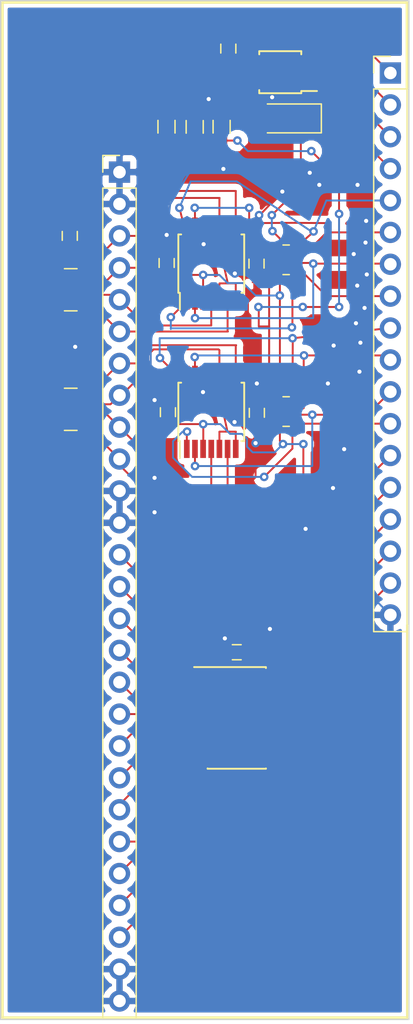
<source format=kicad_pcb>
(kicad_pcb (version 4) (host pcbnew 4.0.7)

  (general
    (links 114)
    (no_connects 0)
    (area 150.394199 35.459199 183.031601 116.737601)
    (thickness 1.6)
    (drawings 13)
    (tracks 575)
    (zones 0)
    (modules 21)
    (nets 43)
  )

  (page A4)
  (layers
    (0 F.Cu signal)
    (31 B.Cu signal)
    (34 B.Paste user)
    (35 F.Paste user)
    (36 B.SilkS user)
    (37 F.SilkS user)
    (38 B.Mask user)
    (39 F.Mask user)
    (41 Cmts.User user)
    (44 Edge.Cuts user)
    (45 Margin user)
  )

  (setup
    (last_trace_width 0.1524)
    (trace_clearance 0.1524)
    (zone_clearance 0.508)
    (zone_45_only no)
    (trace_min 0.1524)
    (segment_width 0.2)
    (edge_width 0.1)
    (via_size 0.6858)
    (via_drill 0.3302)
    (via_min_size 0.508)
    (via_min_drill 0.254)
    (uvia_size 0.6858)
    (uvia_drill 0.3302)
    (uvias_allowed no)
    (uvia_min_size 0)
    (uvia_min_drill 0)
    (pcb_text_width 0.3)
    (pcb_text_size 1.5 1.5)
    (mod_edge_width 0.15)
    (mod_text_size 1 1)
    (mod_text_width 0.15)
    (pad_size 1.5 1.5)
    (pad_drill 0.6)
    (pad_to_mask_clearance 0.0508)
    (aux_axis_origin 0 0)
    (visible_elements 7FFEFF7F)
    (pcbplotparams
      (layerselection 0x00030_80000001)
      (usegerberextensions false)
      (excludeedgelayer true)
      (linewidth 0.100000)
      (plotframeref false)
      (viasonmask false)
      (mode 1)
      (useauxorigin false)
      (hpglpennumber 1)
      (hpglpenspeed 20)
      (hpglpendiameter 15)
      (hpglpenoverlay 2)
      (psnegative false)
      (psa4output false)
      (plotreference true)
      (plotvalue true)
      (plotinvisibletext false)
      (padsonsilk false)
      (subtractmaskfromsilk false)
      (outputformat 1)
      (mirror false)
      (drillshape 1)
      (scaleselection 1)
      (outputdirectory ""))
  )

  (net 0 "")
  (net 1 +3V3)
  (net 2 GND)
  (net 3 "Net-(C2-Pad2)")
  (net 4 SP)
  (net 5 M1)
  (net 6 M2)
  (net 7 M3)
  (net 8 M4)
  (net 9 M5)
  (net 10 M6)
  (net 11 M7)
  (net 12 M8)
  (net 13 CS1)
  (net 14 CS2)
  (net 15 CS3)
  (net 16 CS4)
  (net 17 CS5)
  (net 18 CS6)
  (net 19 CS7)
  (net 20 CS8)
  (net 21 CS9)
  (net 22 CS10)
  (net 23 CS11)
  (net 24 CS12)
  (net 25 CS13)
  (net 26 ~SS)
  (net 27 SCK)
  (net 28 SDI)
  (net 29 S1)
  (net 30 S2)
  (net 31 S3)
  (net 32 S4)
  (net 33 S5)
  (net 34 S6)
  (net 35 S7)
  (net 36 S8)
  (net 37 SEL1)
  (net 38 SEL2)
  (net 39 SEL3)
  (net 40 SEL4)
  (net 41 ~STROBE)
  (net 42 "Net-(R1-Pad1)")

  (net_class Default "This is the default net class."
    (clearance 0.1524)
    (trace_width 0.1524)
    (via_dia 0.6858)
    (via_drill 0.3302)
    (uvia_dia 0.6858)
    (uvia_drill 0.3302)
    (add_net +3V3)
    (add_net CS1)
    (add_net CS10)
    (add_net CS11)
    (add_net CS12)
    (add_net CS13)
    (add_net CS2)
    (add_net CS3)
    (add_net CS4)
    (add_net CS5)
    (add_net CS6)
    (add_net CS7)
    (add_net CS8)
    (add_net CS9)
    (add_net GND)
    (add_net M1)
    (add_net M2)
    (add_net M3)
    (add_net M4)
    (add_net M5)
    (add_net M6)
    (add_net M7)
    (add_net M8)
    (add_net "Net-(C2-Pad2)")
    (add_net "Net-(R1-Pad1)")
    (add_net S1)
    (add_net S2)
    (add_net S3)
    (add_net S4)
    (add_net S5)
    (add_net S6)
    (add_net S7)
    (add_net S8)
    (add_net SCK)
    (add_net SDI)
    (add_net SEL1)
    (add_net SEL2)
    (add_net SEL3)
    (add_net SEL4)
    (add_net SP)
    (add_net ~SS)
    (add_net ~STROBE)
  )

  (module Housings_SSOP:MSOP-8_3x3mm_Pitch0.65mm (layer F.Cu) (tedit 5B146390) (tstamp 5B135739)
    (at 172.7327 41.2115 180)
    (descr "8-Lead Plastic Micro Small Outline Package (MS) [MSOP] (see Microchip Packaging Specification 00000049BS.pdf)")
    (tags "SSOP 0.65")
    (path /5B0A2B84)
    (attr smd)
    (fp_text reference U2 (at 0 -2.6 180) (layer F.SilkS) hide
      (effects (font (size 1 1) (thickness 0.15)))
    )
    (fp_text value MCP4821 (at 0 2.6 180) (layer F.Fab)
      (effects (font (size 1 1) (thickness 0.15)))
    )
    (fp_line (start -0.5 -1.5) (end 1.5 -1.5) (layer F.Fab) (width 0.15))
    (fp_line (start 1.5 -1.5) (end 1.5 1.5) (layer F.Fab) (width 0.15))
    (fp_line (start 1.5 1.5) (end -1.5 1.5) (layer F.Fab) (width 0.15))
    (fp_line (start -1.5 1.5) (end -1.5 -0.5) (layer F.Fab) (width 0.15))
    (fp_line (start -1.5 -0.5) (end -0.5 -1.5) (layer F.Fab) (width 0.15))
    (fp_line (start -3.2 -1.85) (end -3.2 1.85) (layer F.CrtYd) (width 0.05))
    (fp_line (start 3.2 -1.85) (end 3.2 1.85) (layer F.CrtYd) (width 0.05))
    (fp_line (start -3.2 -1.85) (end 3.2 -1.85) (layer F.CrtYd) (width 0.05))
    (fp_line (start -3.2 1.85) (end 3.2 1.85) (layer F.CrtYd) (width 0.05))
    (fp_line (start -1.675 -1.675) (end -1.675 -1.5) (layer F.SilkS) (width 0.15))
    (fp_line (start 1.675 -1.675) (end 1.675 -1.425) (layer F.SilkS) (width 0.15))
    (fp_line (start 1.675 1.675) (end 1.675 1.425) (layer F.SilkS) (width 0.15))
    (fp_line (start -1.675 1.675) (end -1.675 1.425) (layer F.SilkS) (width 0.15))
    (fp_line (start -1.675 -1.675) (end 1.675 -1.675) (layer F.SilkS) (width 0.15))
    (fp_line (start -1.675 1.675) (end 1.675 1.675) (layer F.SilkS) (width 0.15))
    (fp_line (start -1.675 -1.5) (end -2.925 -1.5) (layer F.SilkS) (width 0.15))
    (fp_text user %R (at 0 0 180) (layer F.Fab)
      (effects (font (size 0.6 0.6) (thickness 0.15)))
    )
    (pad 1 smd rect (at -2.2 -0.975 180) (size 1.45 0.45) (layers F.Cu F.Paste F.Mask)
      (net 1 +3V3))
    (pad 2 smd rect (at -2.2 -0.325 180) (size 1.45 0.45) (layers F.Cu F.Paste F.Mask)
      (net 26 ~SS))
    (pad 3 smd rect (at -2.2 0.325 180) (size 1.45 0.45) (layers F.Cu F.Paste F.Mask)
      (net 27 SCK))
    (pad 4 smd rect (at -2.2 0.975 180) (size 1.45 0.45) (layers F.Cu F.Paste F.Mask)
      (net 28 SDI))
    (pad 5 smd rect (at 2.2 0.975 180) (size 1.45 0.45) (layers F.Cu F.Paste F.Mask)
      (net 2 GND))
    (pad 6 smd rect (at 2.2 0.325 180) (size 1.45 0.45) (layers F.Cu F.Paste F.Mask)
      (net 1 +3V3))
    (pad 7 smd rect (at 2.2 -0.325 180) (size 1.45 0.45) (layers F.Cu F.Paste F.Mask)
      (net 2 GND))
    (pad 8 smd rect (at 2.2 -0.975 180) (size 1.45 0.45) (layers F.Cu F.Paste F.Mask)
      (net 42 "Net-(R1-Pad1)"))
    (model ${KISYS3DMOD}/Housings_SSOP.3dshapes/MSOP-8_3x3mm_Pitch0.65mm.wrl
      (at (xyz 0 0 0))
      (scale (xyz 1 1 1))
      (rotate (xyz 0 0 0))
    )
  )

  (module Capacitors_SMD:C_0603_HandSoldering (layer F.Cu) (tedit 5B1463FA) (tstamp 5B135670)
    (at 169.2656 87.4268 180)
    (descr "Capacitor SMD 0603, hand soldering")
    (tags "capacitor 0603")
    (path /5B0127E2)
    (attr smd)
    (fp_text reference C1 (at 0 -1.25 180) (layer F.SilkS) hide
      (effects (font (size 1 1) (thickness 0.15)))
    )
    (fp_text value 0u1 (at 0 1.5 180) (layer F.Fab)
      (effects (font (size 1 1) (thickness 0.15)))
    )
    (fp_text user %R (at 0 -1.25 180) (layer F.Fab)
      (effects (font (size 1 1) (thickness 0.15)))
    )
    (fp_line (start -0.8 0.4) (end -0.8 -0.4) (layer F.Fab) (width 0.1))
    (fp_line (start 0.8 0.4) (end -0.8 0.4) (layer F.Fab) (width 0.1))
    (fp_line (start 0.8 -0.4) (end 0.8 0.4) (layer F.Fab) (width 0.1))
    (fp_line (start -0.8 -0.4) (end 0.8 -0.4) (layer F.Fab) (width 0.1))
    (fp_line (start -0.35 -0.6) (end 0.35 -0.6) (layer F.SilkS) (width 0.12))
    (fp_line (start 0.35 0.6) (end -0.35 0.6) (layer F.SilkS) (width 0.12))
    (fp_line (start -1.8 -0.65) (end 1.8 -0.65) (layer F.CrtYd) (width 0.05))
    (fp_line (start -1.8 -0.65) (end -1.8 0.65) (layer F.CrtYd) (width 0.05))
    (fp_line (start 1.8 0.65) (end 1.8 -0.65) (layer F.CrtYd) (width 0.05))
    (fp_line (start 1.8 0.65) (end -1.8 0.65) (layer F.CrtYd) (width 0.05))
    (pad 1 smd rect (at -0.95 0 180) (size 1.2 0.75) (layers F.Cu F.Paste F.Mask)
      (net 1 +3V3))
    (pad 2 smd rect (at 0.95 0 180) (size 1.2 0.75) (layers F.Cu F.Paste F.Mask)
      (net 2 GND))
    (model Capacitors_SMD.3dshapes/C_0603.wrl
      (at (xyz 0 0 0))
      (scale (xyz 1 1 1))
      (rotate (xyz 0 0 0))
    )
  )

  (module Capacitors_SMD:C_0603_HandSoldering (layer F.Cu) (tedit 5B146399) (tstamp 5B13567C)
    (at 168.5925 39.3319 90)
    (descr "Capacitor SMD 0603, hand soldering")
    (tags "capacitor 0603")
    (path /5B0ADBD9)
    (attr smd)
    (fp_text reference C3 (at 0 -1.25 90) (layer F.SilkS) hide
      (effects (font (size 1 1) (thickness 0.15)))
    )
    (fp_text value 0u1 (at 0 1.5 90) (layer F.Fab)
      (effects (font (size 1 1) (thickness 0.15)))
    )
    (fp_text user %R (at 0 -1.25 90) (layer F.Fab)
      (effects (font (size 1 1) (thickness 0.15)))
    )
    (fp_line (start -0.8 0.4) (end -0.8 -0.4) (layer F.Fab) (width 0.1))
    (fp_line (start 0.8 0.4) (end -0.8 0.4) (layer F.Fab) (width 0.1))
    (fp_line (start 0.8 -0.4) (end 0.8 0.4) (layer F.Fab) (width 0.1))
    (fp_line (start -0.8 -0.4) (end 0.8 -0.4) (layer F.Fab) (width 0.1))
    (fp_line (start -0.35 -0.6) (end 0.35 -0.6) (layer F.SilkS) (width 0.12))
    (fp_line (start 0.35 0.6) (end -0.35 0.6) (layer F.SilkS) (width 0.12))
    (fp_line (start -1.8 -0.65) (end 1.8 -0.65) (layer F.CrtYd) (width 0.05))
    (fp_line (start -1.8 -0.65) (end -1.8 0.65) (layer F.CrtYd) (width 0.05))
    (fp_line (start 1.8 0.65) (end 1.8 -0.65) (layer F.CrtYd) (width 0.05))
    (fp_line (start 1.8 0.65) (end -1.8 0.65) (layer F.CrtYd) (width 0.05))
    (pad 1 smd rect (at -0.95 0 90) (size 1.2 0.75) (layers F.Cu F.Paste F.Mask)
      (net 1 +3V3))
    (pad 2 smd rect (at 0.95 0 90) (size 1.2 0.75) (layers F.Cu F.Paste F.Mask)
      (net 2 GND))
    (model Capacitors_SMD.3dshapes/C_0603.wrl
      (at (xyz 0 0 0))
      (scale (xyz 1 1 1))
      (rotate (xyz 0 0 0))
    )
  )

  (module Capacitors_Tantalum_SMD:CP_Tantalum_Case-R_EIA-2012-12_Hand (layer F.Cu) (tedit 5B14638A) (tstamp 5B135682)
    (at 172.7073 44.8945 180)
    (descr "Tantalum capacitor, Case R, EIA 2012-12, 2.0x1.3x1.2mm, Hand soldering footprint")
    (tags "capacitor tantalum smd")
    (path /5B0ADCDB)
    (attr smd)
    (fp_text reference C4 (at 0 -2.4 180) (layer F.SilkS) hide
      (effects (font (size 1 1) (thickness 0.15)))
    )
    (fp_text value 10u-T (at 0 2.4 180) (layer F.Fab)
      (effects (font (size 1 1) (thickness 0.15)))
    )
    (fp_text user %R (at 0 0 180) (layer F.Fab)
      (effects (font (size 0.5 0.5) (thickness 0.075)))
    )
    (fp_line (start -3.4 -1.3) (end -3.4 1.3) (layer F.CrtYd) (width 0.05))
    (fp_line (start -3.4 1.3) (end 3.4 1.3) (layer F.CrtYd) (width 0.05))
    (fp_line (start 3.4 1.3) (end 3.4 -1.3) (layer F.CrtYd) (width 0.05))
    (fp_line (start 3.4 -1.3) (end -3.4 -1.3) (layer F.CrtYd) (width 0.05))
    (fp_line (start -1 -0.65) (end -1 0.65) (layer F.Fab) (width 0.1))
    (fp_line (start -1 0.65) (end 1 0.65) (layer F.Fab) (width 0.1))
    (fp_line (start 1 0.65) (end 1 -0.65) (layer F.Fab) (width 0.1))
    (fp_line (start 1 -0.65) (end -1 -0.65) (layer F.Fab) (width 0.1))
    (fp_line (start -0.8 -0.65) (end -0.8 0.65) (layer F.Fab) (width 0.1))
    (fp_line (start -0.7 -0.65) (end -0.7 0.65) (layer F.Fab) (width 0.1))
    (fp_line (start -3.3 -1.15) (end 1 -1.15) (layer F.SilkS) (width 0.12))
    (fp_line (start -3.3 1.15) (end 1 1.15) (layer F.SilkS) (width 0.12))
    (fp_line (start -3.3 -1.15) (end -3.3 1.15) (layer F.SilkS) (width 0.12))
    (pad 1 smd rect (at -1.7 0 180) (size 2.6 1.8) (layers F.Cu F.Paste F.Mask)
      (net 1 +3V3))
    (pad 2 smd rect (at 1.7 0 180) (size 2.6 1.8) (layers F.Cu F.Paste F.Mask)
      (net 2 GND))
    (model Capacitors_Tantalum_SMD.3dshapes/CP_Tantalum_Case-R_EIA-2012-12.wrl
      (at (xyz 0 0 0))
      (scale (xyz 1 1 1))
      (rotate (xyz 0 0 0))
    )
  )

  (module Capacitors_SMD:C_0603_HandSoldering (layer F.Cu) (tedit 5B1463BC) (tstamp 5B135688)
    (at 170.8404 56.4642 270)
    (descr "Capacitor SMD 0603, hand soldering")
    (tags "capacitor 0603")
    (path /5B0AC8B9)
    (attr smd)
    (fp_text reference C5 (at 0 -1.25 270) (layer F.SilkS) hide
      (effects (font (size 1 1) (thickness 0.15)))
    )
    (fp_text value 0u1 (at 0 1.5 270) (layer F.Fab)
      (effects (font (size 1 1) (thickness 0.15)))
    )
    (fp_text user %R (at 0 -1.25 270) (layer F.Fab)
      (effects (font (size 1 1) (thickness 0.15)))
    )
    (fp_line (start -0.8 0.4) (end -0.8 -0.4) (layer F.Fab) (width 0.1))
    (fp_line (start 0.8 0.4) (end -0.8 0.4) (layer F.Fab) (width 0.1))
    (fp_line (start 0.8 -0.4) (end 0.8 0.4) (layer F.Fab) (width 0.1))
    (fp_line (start -0.8 -0.4) (end 0.8 -0.4) (layer F.Fab) (width 0.1))
    (fp_line (start -0.35 -0.6) (end 0.35 -0.6) (layer F.SilkS) (width 0.12))
    (fp_line (start 0.35 0.6) (end -0.35 0.6) (layer F.SilkS) (width 0.12))
    (fp_line (start -1.8 -0.65) (end 1.8 -0.65) (layer F.CrtYd) (width 0.05))
    (fp_line (start -1.8 -0.65) (end -1.8 0.65) (layer F.CrtYd) (width 0.05))
    (fp_line (start 1.8 0.65) (end 1.8 -0.65) (layer F.CrtYd) (width 0.05))
    (fp_line (start 1.8 0.65) (end -1.8 0.65) (layer F.CrtYd) (width 0.05))
    (pad 1 smd rect (at -0.95 0 270) (size 1.2 0.75) (layers F.Cu F.Paste F.Mask)
      (net 4 SP))
    (pad 2 smd rect (at 0.95 0 270) (size 1.2 0.75) (layers F.Cu F.Paste F.Mask)
      (net 2 GND))
    (model Capacitors_SMD.3dshapes/C_0603.wrl
      (at (xyz 0 0 0))
      (scale (xyz 1 1 1))
      (rotate (xyz 0 0 0))
    )
  )

  (module Capacitors_SMD:C_0603_HandSoldering (layer F.Cu) (tedit 5B1463C0) (tstamp 5B13568E)
    (at 163.6776 56.4134 90)
    (descr "Capacitor SMD 0603, hand soldering")
    (tags "capacitor 0603")
    (path /5AE6439E)
    (attr smd)
    (fp_text reference C6 (at 0 -1.25 90) (layer F.SilkS) hide
      (effects (font (size 1 1) (thickness 0.15)))
    )
    (fp_text value 0u1 (at 0 1.5 90) (layer F.Fab)
      (effects (font (size 1 1) (thickness 0.15)))
    )
    (fp_text user %R (at 0 -1.25 90) (layer F.Fab)
      (effects (font (size 1 1) (thickness 0.15)))
    )
    (fp_line (start -0.8 0.4) (end -0.8 -0.4) (layer F.Fab) (width 0.1))
    (fp_line (start 0.8 0.4) (end -0.8 0.4) (layer F.Fab) (width 0.1))
    (fp_line (start 0.8 -0.4) (end 0.8 0.4) (layer F.Fab) (width 0.1))
    (fp_line (start -0.8 -0.4) (end 0.8 -0.4) (layer F.Fab) (width 0.1))
    (fp_line (start -0.35 -0.6) (end 0.35 -0.6) (layer F.SilkS) (width 0.12))
    (fp_line (start 0.35 0.6) (end -0.35 0.6) (layer F.SilkS) (width 0.12))
    (fp_line (start -1.8 -0.65) (end 1.8 -0.65) (layer F.CrtYd) (width 0.05))
    (fp_line (start -1.8 -0.65) (end -1.8 0.65) (layer F.CrtYd) (width 0.05))
    (fp_line (start 1.8 0.65) (end 1.8 -0.65) (layer F.CrtYd) (width 0.05))
    (fp_line (start 1.8 0.65) (end -1.8 0.65) (layer F.CrtYd) (width 0.05))
    (pad 1 smd rect (at -0.95 0 90) (size 1.2 0.75) (layers F.Cu F.Paste F.Mask)
      (net 1 +3V3))
    (pad 2 smd rect (at 0.95 0 90) (size 1.2 0.75) (layers F.Cu F.Paste F.Mask)
      (net 2 GND))
    (model Capacitors_SMD.3dshapes/C_0603.wrl
      (at (xyz 0 0 0))
      (scale (xyz 1 1 1))
      (rotate (xyz 0 0 0))
    )
  )

  (module Capacitors_SMD:C_0603_HandSoldering (layer F.Cu) (tedit 5B1463DD) (tstamp 5B135694)
    (at 170.8658 68.3514 270)
    (descr "Capacitor SMD 0603, hand soldering")
    (tags "capacitor 0603")
    (path /5B124D56)
    (attr smd)
    (fp_text reference C7 (at 0 -1.25 270) (layer F.SilkS) hide
      (effects (font (size 1 1) (thickness 0.15)))
    )
    (fp_text value 0u1 (at 0 1.5 270) (layer F.Fab)
      (effects (font (size 1 1) (thickness 0.15)))
    )
    (fp_text user %R (at 0 -1.25 270) (layer F.Fab)
      (effects (font (size 1 1) (thickness 0.15)))
    )
    (fp_line (start -0.8 0.4) (end -0.8 -0.4) (layer F.Fab) (width 0.1))
    (fp_line (start 0.8 0.4) (end -0.8 0.4) (layer F.Fab) (width 0.1))
    (fp_line (start 0.8 -0.4) (end 0.8 0.4) (layer F.Fab) (width 0.1))
    (fp_line (start -0.8 -0.4) (end 0.8 -0.4) (layer F.Fab) (width 0.1))
    (fp_line (start -0.35 -0.6) (end 0.35 -0.6) (layer F.SilkS) (width 0.12))
    (fp_line (start 0.35 0.6) (end -0.35 0.6) (layer F.SilkS) (width 0.12))
    (fp_line (start -1.8 -0.65) (end 1.8 -0.65) (layer F.CrtYd) (width 0.05))
    (fp_line (start -1.8 -0.65) (end -1.8 0.65) (layer F.CrtYd) (width 0.05))
    (fp_line (start 1.8 0.65) (end 1.8 -0.65) (layer F.CrtYd) (width 0.05))
    (fp_line (start 1.8 0.65) (end -1.8 0.65) (layer F.CrtYd) (width 0.05))
    (pad 1 smd rect (at -0.95 0 270) (size 1.2 0.75) (layers F.Cu F.Paste F.Mask)
      (net 4 SP))
    (pad 2 smd rect (at 0.95 0 270) (size 1.2 0.75) (layers F.Cu F.Paste F.Mask)
      (net 2 GND))
    (model Capacitors_SMD.3dshapes/C_0603.wrl
      (at (xyz 0 0 0))
      (scale (xyz 1 1 1))
      (rotate (xyz 0 0 0))
    )
  )

  (module Capacitors_SMD:C_0603_HandSoldering (layer F.Cu) (tedit 5B1463E5) (tstamp 5B13569A)
    (at 163.7792 68.3006 90)
    (descr "Capacitor SMD 0603, hand soldering")
    (tags "capacitor 0603")
    (path /5AE60A99)
    (attr smd)
    (fp_text reference C8 (at 0 -1.25 90) (layer F.SilkS) hide
      (effects (font (size 1 1) (thickness 0.15)))
    )
    (fp_text value 0u1 (at 0 1.5 90) (layer F.Fab)
      (effects (font (size 1 1) (thickness 0.15)))
    )
    (fp_text user %R (at 0 -1.25 90) (layer F.Fab)
      (effects (font (size 1 1) (thickness 0.15)))
    )
    (fp_line (start -0.8 0.4) (end -0.8 -0.4) (layer F.Fab) (width 0.1))
    (fp_line (start 0.8 0.4) (end -0.8 0.4) (layer F.Fab) (width 0.1))
    (fp_line (start 0.8 -0.4) (end 0.8 0.4) (layer F.Fab) (width 0.1))
    (fp_line (start -0.8 -0.4) (end 0.8 -0.4) (layer F.Fab) (width 0.1))
    (fp_line (start -0.35 -0.6) (end 0.35 -0.6) (layer F.SilkS) (width 0.12))
    (fp_line (start 0.35 0.6) (end -0.35 0.6) (layer F.SilkS) (width 0.12))
    (fp_line (start -1.8 -0.65) (end 1.8 -0.65) (layer F.CrtYd) (width 0.05))
    (fp_line (start -1.8 -0.65) (end -1.8 0.65) (layer F.CrtYd) (width 0.05))
    (fp_line (start 1.8 0.65) (end 1.8 -0.65) (layer F.CrtYd) (width 0.05))
    (fp_line (start 1.8 0.65) (end -1.8 0.65) (layer F.CrtYd) (width 0.05))
    (pad 1 smd rect (at -0.95 0 90) (size 1.2 0.75) (layers F.Cu F.Paste F.Mask)
      (net 1 +3V3))
    (pad 2 smd rect (at 0.95 0 90) (size 1.2 0.75) (layers F.Cu F.Paste F.Mask)
      (net 2 GND))
    (model Capacitors_SMD.3dshapes/C_0603.wrl
      (at (xyz 0 0 0))
      (scale (xyz 1 1 1))
      (rotate (xyz 0 0 0))
    )
  )

  (module Pin_Headers:Pin_Header_Straight_1x27_Pitch2.54mm (layer F.Cu) (tedit 5B1463AB) (tstamp 5B1356B9)
    (at 159.9184 49.1744)
    (descr "Through hole straight pin header, 1x27, 2.54mm pitch, single row")
    (tags "Through hole pin header THT 1x27 2.54mm single row")
    (path /5B0B33BE)
    (fp_text reference J1 (at 0 -2.33) (layer F.SilkS) hide
      (effects (font (size 1 1) (thickness 0.15)))
    )
    (fp_text value Conn_01x27 (at 0 68.37) (layer F.Fab)
      (effects (font (size 1 1) (thickness 0.15)))
    )
    (fp_line (start -0.635 -1.27) (end 1.27 -1.27) (layer F.Fab) (width 0.1))
    (fp_line (start 1.27 -1.27) (end 1.27 67.31) (layer F.Fab) (width 0.1))
    (fp_line (start 1.27 67.31) (end -1.27 67.31) (layer F.Fab) (width 0.1))
    (fp_line (start -1.27 67.31) (end -1.27 -0.635) (layer F.Fab) (width 0.1))
    (fp_line (start -1.27 -0.635) (end -0.635 -1.27) (layer F.Fab) (width 0.1))
    (fp_line (start -1.33 67.37) (end 1.33 67.37) (layer F.SilkS) (width 0.12))
    (fp_line (start -1.33 1.27) (end -1.33 67.37) (layer F.SilkS) (width 0.12))
    (fp_line (start 1.33 1.27) (end 1.33 67.37) (layer F.SilkS) (width 0.12))
    (fp_line (start -1.33 1.27) (end 1.33 1.27) (layer F.SilkS) (width 0.12))
    (fp_line (start -1.33 0) (end -1.33 -1.33) (layer F.SilkS) (width 0.12))
    (fp_line (start -1.33 -1.33) (end 0 -1.33) (layer F.SilkS) (width 0.12))
    (fp_line (start -1.8 -1.8) (end -1.8 67.85) (layer F.CrtYd) (width 0.05))
    (fp_line (start -1.8 67.85) (end 1.8 67.85) (layer F.CrtYd) (width 0.05))
    (fp_line (start 1.8 67.85) (end 1.8 -1.8) (layer F.CrtYd) (width 0.05))
    (fp_line (start 1.8 -1.8) (end -1.8 -1.8) (layer F.CrtYd) (width 0.05))
    (fp_text user %R (at 0 33.02 90) (layer F.Fab)
      (effects (font (size 1 1) (thickness 0.15)))
    )
    (pad 1 thru_hole rect (at 0 0) (size 1.7 1.7) (drill 1) (layers *.Cu *.Mask)
      (net 2 GND))
    (pad 2 thru_hole oval (at 0 2.54) (size 1.7 1.7) (drill 1) (layers *.Cu *.Mask)
      (net 2 GND))
    (pad 3 thru_hole oval (at 0 5.08) (size 1.7 1.7) (drill 1) (layers *.Cu *.Mask)
      (net 5 M1))
    (pad 4 thru_hole oval (at 0 7.62) (size 1.7 1.7) (drill 1) (layers *.Cu *.Mask)
      (net 6 M2))
    (pad 5 thru_hole oval (at 0 10.16) (size 1.7 1.7) (drill 1) (layers *.Cu *.Mask)
      (net 7 M3))
    (pad 6 thru_hole oval (at 0 12.7) (size 1.7 1.7) (drill 1) (layers *.Cu *.Mask)
      (net 8 M4))
    (pad 7 thru_hole oval (at 0 15.24) (size 1.7 1.7) (drill 1) (layers *.Cu *.Mask)
      (net 9 M5))
    (pad 8 thru_hole oval (at 0 17.78) (size 1.7 1.7) (drill 1) (layers *.Cu *.Mask)
      (net 10 M6))
    (pad 9 thru_hole oval (at 0 20.32) (size 1.7 1.7) (drill 1) (layers *.Cu *.Mask)
      (net 11 M7))
    (pad 10 thru_hole oval (at 0 22.86) (size 1.7 1.7) (drill 1) (layers *.Cu *.Mask)
      (net 12 M8))
    (pad 11 thru_hole oval (at 0 25.4) (size 1.7 1.7) (drill 1) (layers *.Cu *.Mask)
      (net 2 GND))
    (pad 12 thru_hole oval (at 0 27.94) (size 1.7 1.7) (drill 1) (layers *.Cu *.Mask)
      (net 2 GND))
    (pad 13 thru_hole oval (at 0 30.48) (size 1.7 1.7) (drill 1) (layers *.Cu *.Mask)
      (net 13 CS1))
    (pad 14 thru_hole oval (at 0 33.02) (size 1.7 1.7) (drill 1) (layers *.Cu *.Mask)
      (net 14 CS2))
    (pad 15 thru_hole oval (at 0 35.56) (size 1.7 1.7) (drill 1) (layers *.Cu *.Mask)
      (net 15 CS3))
    (pad 16 thru_hole oval (at 0 38.1) (size 1.7 1.7) (drill 1) (layers *.Cu *.Mask)
      (net 16 CS4))
    (pad 17 thru_hole oval (at 0 40.64) (size 1.7 1.7) (drill 1) (layers *.Cu *.Mask)
      (net 17 CS5))
    (pad 18 thru_hole oval (at 0 43.18) (size 1.7 1.7) (drill 1) (layers *.Cu *.Mask)
      (net 18 CS6))
    (pad 19 thru_hole oval (at 0 45.72) (size 1.7 1.7) (drill 1) (layers *.Cu *.Mask)
      (net 19 CS7))
    (pad 20 thru_hole oval (at 0 48.26) (size 1.7 1.7) (drill 1) (layers *.Cu *.Mask)
      (net 20 CS8))
    (pad 21 thru_hole oval (at 0 50.8) (size 1.7 1.7) (drill 1) (layers *.Cu *.Mask)
      (net 21 CS9))
    (pad 22 thru_hole oval (at 0 53.34) (size 1.7 1.7) (drill 1) (layers *.Cu *.Mask)
      (net 22 CS10))
    (pad 23 thru_hole oval (at 0 55.88) (size 1.7 1.7) (drill 1) (layers *.Cu *.Mask)
      (net 23 CS11))
    (pad 24 thru_hole oval (at 0 58.42) (size 1.7 1.7) (drill 1) (layers *.Cu *.Mask)
      (net 24 CS12))
    (pad 25 thru_hole oval (at 0 60.96) (size 1.7 1.7) (drill 1) (layers *.Cu *.Mask)
      (net 25 CS13))
    (pad 26 thru_hole oval (at 0 63.5) (size 1.7 1.7) (drill 1) (layers *.Cu *.Mask)
      (net 2 GND))
    (pad 27 thru_hole oval (at 0 66.04) (size 1.7 1.7) (drill 1) (layers *.Cu *.Mask)
      (net 2 GND))
    (model ${KISYS3DMOD}/Pin_Headers.3dshapes/Pin_Header_Straight_1x27_Pitch2.54mm.wrl
      (at (xyz 0 0 0))
      (scale (xyz 1 1 1))
      (rotate (xyz 0 0 0))
    )
  )

  (module Pin_Headers:Pin_Header_Straight_1x18_Pitch2.54mm (layer F.Cu) (tedit 5B1463B2) (tstamp 5B1356CF)
    (at 181.5084 41.275)
    (descr "Through hole straight pin header, 1x18, 2.54mm pitch, single row")
    (tags "Through hole pin header THT 1x18 2.54mm single row")
    (path /5B0E988E)
    (fp_text reference J2 (at 0 -2.33) (layer F.SilkS) hide
      (effects (font (size 1 1) (thickness 0.15)))
    )
    (fp_text value Conn_01x18 (at 0 45.51) (layer F.Fab)
      (effects (font (size 1 1) (thickness 0.15)))
    )
    (fp_line (start -0.635 -1.27) (end 1.27 -1.27) (layer F.Fab) (width 0.1))
    (fp_line (start 1.27 -1.27) (end 1.27 44.45) (layer F.Fab) (width 0.1))
    (fp_line (start 1.27 44.45) (end -1.27 44.45) (layer F.Fab) (width 0.1))
    (fp_line (start -1.27 44.45) (end -1.27 -0.635) (layer F.Fab) (width 0.1))
    (fp_line (start -1.27 -0.635) (end -0.635 -1.27) (layer F.Fab) (width 0.1))
    (fp_line (start -1.33 44.51) (end 1.33 44.51) (layer F.SilkS) (width 0.12))
    (fp_line (start -1.33 1.27) (end -1.33 44.51) (layer F.SilkS) (width 0.12))
    (fp_line (start 1.33 1.27) (end 1.33 44.51) (layer F.SilkS) (width 0.12))
    (fp_line (start -1.33 1.27) (end 1.33 1.27) (layer F.SilkS) (width 0.12))
    (fp_line (start -1.33 0) (end -1.33 -1.33) (layer F.SilkS) (width 0.12))
    (fp_line (start -1.33 -1.33) (end 0 -1.33) (layer F.SilkS) (width 0.12))
    (fp_line (start -1.8 -1.8) (end -1.8 44.95) (layer F.CrtYd) (width 0.05))
    (fp_line (start -1.8 44.95) (end 1.8 44.95) (layer F.CrtYd) (width 0.05))
    (fp_line (start 1.8 44.95) (end 1.8 -1.8) (layer F.CrtYd) (width 0.05))
    (fp_line (start 1.8 -1.8) (end -1.8 -1.8) (layer F.CrtYd) (width 0.05))
    (fp_text user %R (at 0 21.59 90) (layer F.Fab)
      (effects (font (size 1 1) (thickness 0.15)))
    )
    (pad 1 thru_hole rect (at 0 0) (size 1.7 1.7) (drill 1) (layers *.Cu *.Mask)
      (net 1 +3V3))
    (pad 2 thru_hole oval (at 0 2.54) (size 1.7 1.7) (drill 1) (layers *.Cu *.Mask)
      (net 28 SDI))
    (pad 3 thru_hole oval (at 0 5.08) (size 1.7 1.7) (drill 1) (layers *.Cu *.Mask)
      (net 27 SCK))
    (pad 4 thru_hole oval (at 0 7.62) (size 1.7 1.7) (drill 1) (layers *.Cu *.Mask)
      (net 26 ~SS))
    (pad 5 thru_hole oval (at 0 10.16) (size 1.7 1.7) (drill 1) (layers *.Cu *.Mask)
      (net 29 S1))
    (pad 6 thru_hole oval (at 0 12.7) (size 1.7 1.7) (drill 1) (layers *.Cu *.Mask)
      (net 30 S2))
    (pad 7 thru_hole oval (at 0 15.24) (size 1.7 1.7) (drill 1) (layers *.Cu *.Mask)
      (net 31 S3))
    (pad 8 thru_hole oval (at 0 17.78) (size 1.7 1.7) (drill 1) (layers *.Cu *.Mask)
      (net 32 S4))
    (pad 9 thru_hole oval (at 0 20.32) (size 1.7 1.7) (drill 1) (layers *.Cu *.Mask)
      (net 33 S5))
    (pad 10 thru_hole oval (at 0 22.86) (size 1.7 1.7) (drill 1) (layers *.Cu *.Mask)
      (net 34 S6))
    (pad 11 thru_hole oval (at 0 25.4) (size 1.7 1.7) (drill 1) (layers *.Cu *.Mask)
      (net 35 S7))
    (pad 12 thru_hole oval (at 0 27.94) (size 1.7 1.7) (drill 1) (layers *.Cu *.Mask)
      (net 36 S8))
    (pad 13 thru_hole oval (at 0 30.48) (size 1.7 1.7) (drill 1) (layers *.Cu *.Mask)
      (net 37 SEL1))
    (pad 14 thru_hole oval (at 0 33.02) (size 1.7 1.7) (drill 1) (layers *.Cu *.Mask)
      (net 38 SEL2))
    (pad 15 thru_hole oval (at 0 35.56) (size 1.7 1.7) (drill 1) (layers *.Cu *.Mask)
      (net 39 SEL3))
    (pad 16 thru_hole oval (at 0 38.1) (size 1.7 1.7) (drill 1) (layers *.Cu *.Mask)
      (net 40 SEL4))
    (pad 17 thru_hole oval (at 0 40.64) (size 1.7 1.7) (drill 1) (layers *.Cu *.Mask)
      (net 41 ~STROBE))
    (pad 18 thru_hole oval (at 0 43.18) (size 1.7 1.7) (drill 1) (layers *.Cu *.Mask)
      (net 2 GND))
    (model ${KISYS3DMOD}/Pin_Headers.3dshapes/Pin_Header_Straight_1x18_Pitch2.54mm.wrl
      (at (xyz 0 0 0))
      (scale (xyz 1 1 1))
      (rotate (xyz 0 0 0))
    )
  )

  (module Resistors_SMD:R_0603_HandSoldering (layer F.Cu) (tedit 5B1463A0) (tstamp 5B1356D5)
    (at 168.0591 45.5549 270)
    (descr "Resistor SMD 0603, hand soldering")
    (tags "resistor 0603")
    (path /5AE54CED)
    (attr smd)
    (fp_text reference R1 (at 0 -1.45 270) (layer F.SilkS) hide
      (effects (font (size 1 1) (thickness 0.15)))
    )
    (fp_text value 20k (at 0 1.55 270) (layer F.Fab)
      (effects (font (size 1 1) (thickness 0.15)))
    )
    (fp_text user %R (at 0 0 270) (layer F.Fab)
      (effects (font (size 0.4 0.4) (thickness 0.075)))
    )
    (fp_line (start -0.8 0.4) (end -0.8 -0.4) (layer F.Fab) (width 0.1))
    (fp_line (start 0.8 0.4) (end -0.8 0.4) (layer F.Fab) (width 0.1))
    (fp_line (start 0.8 -0.4) (end 0.8 0.4) (layer F.Fab) (width 0.1))
    (fp_line (start -0.8 -0.4) (end 0.8 -0.4) (layer F.Fab) (width 0.1))
    (fp_line (start 0.5 0.68) (end -0.5 0.68) (layer F.SilkS) (width 0.12))
    (fp_line (start -0.5 -0.68) (end 0.5 -0.68) (layer F.SilkS) (width 0.12))
    (fp_line (start -1.96 -0.7) (end 1.95 -0.7) (layer F.CrtYd) (width 0.05))
    (fp_line (start -1.96 -0.7) (end -1.96 0.7) (layer F.CrtYd) (width 0.05))
    (fp_line (start 1.95 0.7) (end 1.95 -0.7) (layer F.CrtYd) (width 0.05))
    (fp_line (start 1.95 0.7) (end -1.96 0.7) (layer F.CrtYd) (width 0.05))
    (pad 1 smd rect (at -1.1 0 270) (size 1.2 0.9) (layers F.Cu F.Paste F.Mask)
      (net 42 "Net-(R1-Pad1)"))
    (pad 2 smd rect (at 1.1 0 270) (size 1.2 0.9) (layers F.Cu F.Paste F.Mask)
      (net 4 SP))
    (model ${KISYS3DMOD}/Resistors_SMD.3dshapes/R_0603.wrl
      (at (xyz 0 0 0))
      (scale (xyz 1 1 1))
      (rotate (xyz 0 0 0))
    )
  )

  (module Resistors_SMD:R_0603_HandSoldering (layer F.Cu) (tedit 5B1463A7) (tstamp 5B1356DB)
    (at 163.6649 45.5549 270)
    (descr "Resistor SMD 0603, hand soldering")
    (tags "resistor 0603")
    (path /5B08981C)
    (attr smd)
    (fp_text reference R2 (at 0 -1.45 270) (layer F.SilkS) hide
      (effects (font (size 1 1) (thickness 0.15)))
    )
    (fp_text value 20k (at 0 1.55 270) (layer F.Fab)
      (effects (font (size 1 1) (thickness 0.15)))
    )
    (fp_text user %R (at 0 0 270) (layer F.Fab)
      (effects (font (size 0.4 0.4) (thickness 0.075)))
    )
    (fp_line (start -0.8 0.4) (end -0.8 -0.4) (layer F.Fab) (width 0.1))
    (fp_line (start 0.8 0.4) (end -0.8 0.4) (layer F.Fab) (width 0.1))
    (fp_line (start 0.8 -0.4) (end 0.8 0.4) (layer F.Fab) (width 0.1))
    (fp_line (start -0.8 -0.4) (end 0.8 -0.4) (layer F.Fab) (width 0.1))
    (fp_line (start 0.5 0.68) (end -0.5 0.68) (layer F.SilkS) (width 0.12))
    (fp_line (start -0.5 -0.68) (end 0.5 -0.68) (layer F.SilkS) (width 0.12))
    (fp_line (start -1.96 -0.7) (end 1.95 -0.7) (layer F.CrtYd) (width 0.05))
    (fp_line (start -1.96 -0.7) (end -1.96 0.7) (layer F.CrtYd) (width 0.05))
    (fp_line (start 1.95 0.7) (end 1.95 -0.7) (layer F.CrtYd) (width 0.05))
    (fp_line (start 1.95 0.7) (end -1.96 0.7) (layer F.CrtYd) (width 0.05))
    (pad 1 smd rect (at -1.1 0 270) (size 1.2 0.9) (layers F.Cu F.Paste F.Mask)
      (net 1 +3V3))
    (pad 2 smd rect (at 1.1 0 270) (size 1.2 0.9) (layers F.Cu F.Paste F.Mask)
      (net 4 SP))
    (model ${KISYS3DMOD}/Resistors_SMD.3dshapes/R_0603.wrl
      (at (xyz 0 0 0))
      (scale (xyz 1 1 1))
      (rotate (xyz 0 0 0))
    )
  )

  (module Resistors_SMD:R_0603_HandSoldering (layer F.Cu) (tedit 5B1463A4) (tstamp 5B1356E1)
    (at 165.9128 45.5676 90)
    (descr "Resistor SMD 0603, hand soldering")
    (tags "resistor 0603")
    (path /5AE54898)
    (attr smd)
    (fp_text reference R3 (at 0 -1.45 90) (layer F.SilkS) hide
      (effects (font (size 1 1) (thickness 0.15)))
    )
    (fp_text value 4k7 (at 0 1.55 90) (layer F.Fab)
      (effects (font (size 1 1) (thickness 0.15)))
    )
    (fp_text user %R (at 0 0 90) (layer F.Fab)
      (effects (font (size 0.4 0.4) (thickness 0.075)))
    )
    (fp_line (start -0.8 0.4) (end -0.8 -0.4) (layer F.Fab) (width 0.1))
    (fp_line (start 0.8 0.4) (end -0.8 0.4) (layer F.Fab) (width 0.1))
    (fp_line (start 0.8 -0.4) (end 0.8 0.4) (layer F.Fab) (width 0.1))
    (fp_line (start -0.8 -0.4) (end 0.8 -0.4) (layer F.Fab) (width 0.1))
    (fp_line (start 0.5 0.68) (end -0.5 0.68) (layer F.SilkS) (width 0.12))
    (fp_line (start -0.5 -0.68) (end 0.5 -0.68) (layer F.SilkS) (width 0.12))
    (fp_line (start -1.96 -0.7) (end 1.95 -0.7) (layer F.CrtYd) (width 0.05))
    (fp_line (start -1.96 -0.7) (end -1.96 0.7) (layer F.CrtYd) (width 0.05))
    (fp_line (start 1.95 0.7) (end 1.95 -0.7) (layer F.CrtYd) (width 0.05))
    (fp_line (start 1.95 0.7) (end -1.96 0.7) (layer F.CrtYd) (width 0.05))
    (pad 1 smd rect (at -1.1 0 90) (size 1.2 0.9) (layers F.Cu F.Paste F.Mask)
      (net 4 SP))
    (pad 2 smd rect (at 1.1 0 90) (size 1.2 0.9) (layers F.Cu F.Paste F.Mask)
      (net 2 GND))
    (model ${KISYS3DMOD}/Resistors_SMD.3dshapes/R_0603.wrl
      (at (xyz 0 0 0))
      (scale (xyz 1 1 1))
      (rotate (xyz 0 0 0))
    )
  )

  (module Resistors_SMD:R_Array_Convex_4x0603 (layer F.Cu) (tedit 5B1463C9) (tstamp 5B1356ED)
    (at 156.0322 58.547 180)
    (descr "Chip Resistor Network, ROHM MNR14 (see mnr_g.pdf)")
    (tags "resistor array")
    (path /5B0D4E7D)
    (attr smd)
    (fp_text reference RN1 (at 0 -2.8 180) (layer F.SilkS) hide
      (effects (font (size 1 1) (thickness 0.15)))
    )
    (fp_text value 330 (at 0 2.8 180) (layer F.Fab)
      (effects (font (size 1 1) (thickness 0.15)))
    )
    (fp_text user %R (at 0 0 270) (layer F.Fab)
      (effects (font (size 0.5 0.5) (thickness 0.075)))
    )
    (fp_line (start -0.8 -1.6) (end 0.8 -1.6) (layer F.Fab) (width 0.1))
    (fp_line (start 0.8 -1.6) (end 0.8 1.6) (layer F.Fab) (width 0.1))
    (fp_line (start 0.8 1.6) (end -0.8 1.6) (layer F.Fab) (width 0.1))
    (fp_line (start -0.8 1.6) (end -0.8 -1.6) (layer F.Fab) (width 0.1))
    (fp_line (start 0.5 1.68) (end -0.5 1.68) (layer F.SilkS) (width 0.12))
    (fp_line (start 0.5 -1.68) (end -0.5 -1.68) (layer F.SilkS) (width 0.12))
    (fp_line (start -1.55 -1.85) (end 1.55 -1.85) (layer F.CrtYd) (width 0.05))
    (fp_line (start -1.55 -1.85) (end -1.55 1.85) (layer F.CrtYd) (width 0.05))
    (fp_line (start 1.55 1.85) (end 1.55 -1.85) (layer F.CrtYd) (width 0.05))
    (fp_line (start 1.55 1.85) (end -1.55 1.85) (layer F.CrtYd) (width 0.05))
    (pad 1 smd rect (at -0.9 -1.2 180) (size 0.8 0.5) (layers F.Cu F.Paste F.Mask)
      (net 8 M4))
    (pad 3 smd rect (at -0.9 0.4 180) (size 0.8 0.4) (layers F.Cu F.Paste F.Mask)
      (net 6 M2))
    (pad 2 smd rect (at -0.9 -0.4 180) (size 0.8 0.4) (layers F.Cu F.Paste F.Mask)
      (net 7 M3))
    (pad 4 smd rect (at -0.9 1.2 180) (size 0.8 0.5) (layers F.Cu F.Paste F.Mask)
      (net 5 M1))
    (pad 7 smd rect (at 0.9 -0.4 180) (size 0.8 0.4) (layers F.Cu F.Paste F.Mask)
      (net 3 "Net-(C2-Pad2)"))
    (pad 8 smd rect (at 0.9 -1.2 180) (size 0.8 0.5) (layers F.Cu F.Paste F.Mask)
      (net 3 "Net-(C2-Pad2)"))
    (pad 6 smd rect (at 0.9 0.4 180) (size 0.8 0.4) (layers F.Cu F.Paste F.Mask)
      (net 3 "Net-(C2-Pad2)"))
    (pad 5 smd rect (at 0.9 1.2 180) (size 0.8 0.5) (layers F.Cu F.Paste F.Mask)
      (net 3 "Net-(C2-Pad2)"))
    (model ${KISYS3DMOD}/Resistors_SMD.3dshapes/R_Array_Convex_4x0603.wrl
      (at (xyz 0 0 0))
      (scale (xyz 1 1 1))
      (rotate (xyz 0 0 0))
    )
  )

  (module Resistors_SMD:R_Array_Convex_4x0603 (layer F.Cu) (tedit 5B1463EC) (tstamp 5B1356F9)
    (at 156.0322 68.072 180)
    (descr "Chip Resistor Network, ROHM MNR14 (see mnr_g.pdf)")
    (tags "resistor array")
    (path /5B0D513D)
    (attr smd)
    (fp_text reference RN2 (at 0 -2.8 180) (layer F.SilkS) hide
      (effects (font (size 1 1) (thickness 0.15)))
    )
    (fp_text value 330 (at 0 2.8 180) (layer F.Fab)
      (effects (font (size 1 1) (thickness 0.15)))
    )
    (fp_text user %R (at 0 0 270) (layer F.Fab)
      (effects (font (size 0.5 0.5) (thickness 0.075)))
    )
    (fp_line (start -0.8 -1.6) (end 0.8 -1.6) (layer F.Fab) (width 0.1))
    (fp_line (start 0.8 -1.6) (end 0.8 1.6) (layer F.Fab) (width 0.1))
    (fp_line (start 0.8 1.6) (end -0.8 1.6) (layer F.Fab) (width 0.1))
    (fp_line (start -0.8 1.6) (end -0.8 -1.6) (layer F.Fab) (width 0.1))
    (fp_line (start 0.5 1.68) (end -0.5 1.68) (layer F.SilkS) (width 0.12))
    (fp_line (start 0.5 -1.68) (end -0.5 -1.68) (layer F.SilkS) (width 0.12))
    (fp_line (start -1.55 -1.85) (end 1.55 -1.85) (layer F.CrtYd) (width 0.05))
    (fp_line (start -1.55 -1.85) (end -1.55 1.85) (layer F.CrtYd) (width 0.05))
    (fp_line (start 1.55 1.85) (end 1.55 -1.85) (layer F.CrtYd) (width 0.05))
    (fp_line (start 1.55 1.85) (end -1.55 1.85) (layer F.CrtYd) (width 0.05))
    (pad 1 smd rect (at -0.9 -1.2 180) (size 0.8 0.5) (layers F.Cu F.Paste F.Mask)
      (net 12 M8))
    (pad 3 smd rect (at -0.9 0.4 180) (size 0.8 0.4) (layers F.Cu F.Paste F.Mask)
      (net 10 M6))
    (pad 2 smd rect (at -0.9 -0.4 180) (size 0.8 0.4) (layers F.Cu F.Paste F.Mask)
      (net 11 M7))
    (pad 4 smd rect (at -0.9 1.2 180) (size 0.8 0.5) (layers F.Cu F.Paste F.Mask)
      (net 9 M5))
    (pad 7 smd rect (at 0.9 -0.4 180) (size 0.8 0.4) (layers F.Cu F.Paste F.Mask)
      (net 3 "Net-(C2-Pad2)"))
    (pad 8 smd rect (at 0.9 -1.2 180) (size 0.8 0.5) (layers F.Cu F.Paste F.Mask)
      (net 3 "Net-(C2-Pad2)"))
    (pad 6 smd rect (at 0.9 0.4 180) (size 0.8 0.4) (layers F.Cu F.Paste F.Mask)
      (net 3 "Net-(C2-Pad2)"))
    (pad 5 smd rect (at 0.9 1.2 180) (size 0.8 0.5) (layers F.Cu F.Paste F.Mask)
      (net 3 "Net-(C2-Pad2)"))
    (model ${KISYS3DMOD}/Resistors_SMD.3dshapes/R_Array_Convex_4x0603.wrl
      (at (xyz 0 0 0))
      (scale (xyz 1 1 1))
      (rotate (xyz 0 0 0))
    )
  )

  (module Resistors_SMD:R_Array_Convex_4x0402 (layer F.Cu) (tedit 5B1463B7) (tstamp 5B135705)
    (at 173.2026 56.1594 180)
    (descr "Chip Resistor Network, ROHM MNR04 (see mnr_g.pdf)")
    (tags "resistor array")
    (path /5B0D024F)
    (attr smd)
    (fp_text reference RN3 (at 0 -2.1 180) (layer F.SilkS) hide
      (effects (font (size 1 1) (thickness 0.15)))
    )
    (fp_text value 66k (at 0 2.1 180) (layer F.Fab)
      (effects (font (size 1 1) (thickness 0.15)))
    )
    (fp_text user %R (at 0 0 270) (layer F.Fab)
      (effects (font (size 0.5 0.5) (thickness 0.075)))
    )
    (fp_line (start -0.5 -1) (end 0.5 -1) (layer F.Fab) (width 0.1))
    (fp_line (start 0.5 -1) (end 0.5 1) (layer F.Fab) (width 0.1))
    (fp_line (start 0.5 1) (end -0.5 1) (layer F.Fab) (width 0.1))
    (fp_line (start -0.5 1) (end -0.5 -1) (layer F.Fab) (width 0.1))
    (fp_line (start 0.25 -1.18) (end -0.25 -1.18) (layer F.SilkS) (width 0.12))
    (fp_line (start 0.25 1.18) (end -0.25 1.18) (layer F.SilkS) (width 0.12))
    (fp_line (start -1 -1.25) (end 1 -1.25) (layer F.CrtYd) (width 0.05))
    (fp_line (start -1 -1.25) (end -1 1.25) (layer F.CrtYd) (width 0.05))
    (fp_line (start 1 1.25) (end 1 -1.25) (layer F.CrtYd) (width 0.05))
    (fp_line (start 1 1.25) (end -1 1.25) (layer F.CrtYd) (width 0.05))
    (pad 1 smd rect (at -0.5 -0.75 180) (size 0.5 0.4) (layers F.Cu F.Paste F.Mask)
      (net 32 S4))
    (pad 3 smd rect (at -0.5 0.25 180) (size 0.5 0.3) (layers F.Cu F.Paste F.Mask)
      (net 30 S2))
    (pad 2 smd rect (at -0.5 -0.25 180) (size 0.5 0.3) (layers F.Cu F.Paste F.Mask)
      (net 31 S3))
    (pad 4 smd rect (at -0.5 0.75 180) (size 0.5 0.4) (layers F.Cu F.Paste F.Mask)
      (net 29 S1))
    (pad 7 smd rect (at 0.5 -0.25 180) (size 0.5 0.3) (layers F.Cu F.Paste F.Mask)
      (net 1 +3V3))
    (pad 8 smd rect (at 0.5 -0.75 180) (size 0.5 0.4) (layers F.Cu F.Paste F.Mask)
      (net 1 +3V3))
    (pad 6 smd rect (at 0.5 0.25 180) (size 0.5 0.3) (layers F.Cu F.Paste F.Mask)
      (net 1 +3V3))
    (pad 5 smd rect (at 0.5 0.75 180) (size 0.5 0.4) (layers F.Cu F.Paste F.Mask)
      (net 1 +3V3))
    (model ${KISYS3DMOD}/Resistors_SMD.3dshapes/R_Array_Convex_4x0402.wrl
      (at (xyz 0 0 0))
      (scale (xyz 1 1 1))
      (rotate (xyz 0 0 0))
    )
  )

  (module Resistors_SMD:R_Array_Convex_4x0402 (layer F.Cu) (tedit 5B1463DB) (tstamp 5B135711)
    (at 173.2026 68.2498 180)
    (descr "Chip Resistor Network, ROHM MNR04 (see mnr_g.pdf)")
    (tags "resistor array")
    (path /5B0D1271)
    (attr smd)
    (fp_text reference RN4 (at 0 -2.1 180) (layer F.SilkS) hide
      (effects (font (size 1 1) (thickness 0.15)))
    )
    (fp_text value 66k (at 0 2.1 180) (layer F.Fab)
      (effects (font (size 1 1) (thickness 0.15)))
    )
    (fp_text user %R (at 0 0 270) (layer F.Fab)
      (effects (font (size 0.5 0.5) (thickness 0.075)))
    )
    (fp_line (start -0.5 -1) (end 0.5 -1) (layer F.Fab) (width 0.1))
    (fp_line (start 0.5 -1) (end 0.5 1) (layer F.Fab) (width 0.1))
    (fp_line (start 0.5 1) (end -0.5 1) (layer F.Fab) (width 0.1))
    (fp_line (start -0.5 1) (end -0.5 -1) (layer F.Fab) (width 0.1))
    (fp_line (start 0.25 -1.18) (end -0.25 -1.18) (layer F.SilkS) (width 0.12))
    (fp_line (start 0.25 1.18) (end -0.25 1.18) (layer F.SilkS) (width 0.12))
    (fp_line (start -1 -1.25) (end 1 -1.25) (layer F.CrtYd) (width 0.05))
    (fp_line (start -1 -1.25) (end -1 1.25) (layer F.CrtYd) (width 0.05))
    (fp_line (start 1 1.25) (end 1 -1.25) (layer F.CrtYd) (width 0.05))
    (fp_line (start 1 1.25) (end -1 1.25) (layer F.CrtYd) (width 0.05))
    (pad 1 smd rect (at -0.5 -0.75 180) (size 0.5 0.4) (layers F.Cu F.Paste F.Mask)
      (net 36 S8))
    (pad 3 smd rect (at -0.5 0.25 180) (size 0.5 0.3) (layers F.Cu F.Paste F.Mask)
      (net 34 S6))
    (pad 2 smd rect (at -0.5 -0.25 180) (size 0.5 0.3) (layers F.Cu F.Paste F.Mask)
      (net 35 S7))
    (pad 4 smd rect (at -0.5 0.75 180) (size 0.5 0.4) (layers F.Cu F.Paste F.Mask)
      (net 33 S5))
    (pad 7 smd rect (at 0.5 -0.25 180) (size 0.5 0.3) (layers F.Cu F.Paste F.Mask)
      (net 1 +3V3))
    (pad 8 smd rect (at 0.5 -0.75 180) (size 0.5 0.4) (layers F.Cu F.Paste F.Mask)
      (net 1 +3V3))
    (pad 6 smd rect (at 0.5 0.25 180) (size 0.5 0.3) (layers F.Cu F.Paste F.Mask)
      (net 1 +3V3))
    (pad 5 smd rect (at 0.5 0.75 180) (size 0.5 0.4) (layers F.Cu F.Paste F.Mask)
      (net 1 +3V3))
    (model ${KISYS3DMOD}/Resistors_SMD.3dshapes/R_Array_Convex_4x0402.wrl
      (at (xyz 0 0 0))
      (scale (xyz 1 1 1))
      (rotate (xyz 0 0 0))
    )
  )

  (module Housings_SSOP:TSSOP-24_4.4x7.8mm_Pitch0.65mm (layer F.Cu) (tedit 5B1463F5) (tstamp 5B13572D)
    (at 169.2656 92.6846)
    (descr "TSSOP24: plastic thin shrink small outline package; 24 leads; body width 4.4 mm; (see NXP SSOP-TSSOP-VSO-REFLOW.pdf and sot355-1_po.pdf)")
    (tags "SSOP 0.65")
    (path /5B09D2BC)
    (attr smd)
    (fp_text reference U1 (at 0 -4.95) (layer F.SilkS) hide
      (effects (font (size 1 1) (thickness 0.15)))
    )
    (fp_text value 74HC154 (at 0 4.95) (layer F.Fab)
      (effects (font (size 1 1) (thickness 0.15)))
    )
    (fp_line (start -1.2 -3.9) (end 2.2 -3.9) (layer F.Fab) (width 0.15))
    (fp_line (start 2.2 -3.9) (end 2.2 3.9) (layer F.Fab) (width 0.15))
    (fp_line (start 2.2 3.9) (end -2.2 3.9) (layer F.Fab) (width 0.15))
    (fp_line (start -2.2 3.9) (end -2.2 -2.9) (layer F.Fab) (width 0.15))
    (fp_line (start -2.2 -2.9) (end -1.2 -3.9) (layer F.Fab) (width 0.15))
    (fp_line (start -3.65 -4.2) (end -3.65 4.2) (layer F.CrtYd) (width 0.05))
    (fp_line (start 3.65 -4.2) (end 3.65 4.2) (layer F.CrtYd) (width 0.05))
    (fp_line (start -3.65 -4.2) (end 3.65 -4.2) (layer F.CrtYd) (width 0.05))
    (fp_line (start -3.65 4.2) (end 3.65 4.2) (layer F.CrtYd) (width 0.05))
    (fp_line (start 2.325 -4.025) (end 2.325 -4) (layer F.SilkS) (width 0.15))
    (fp_line (start 2.325 4.025) (end 2.325 4) (layer F.SilkS) (width 0.15))
    (fp_line (start -2.325 4.025) (end -2.325 4) (layer F.SilkS) (width 0.15))
    (fp_line (start -3.4 -4.075) (end 2.325 -4.075) (layer F.SilkS) (width 0.15))
    (fp_line (start -2.325 4.025) (end 2.325 4.025) (layer F.SilkS) (width 0.15))
    (fp_text user %R (at 0 0) (layer F.Fab)
      (effects (font (size 0.8 0.8) (thickness 0.15)))
    )
    (pad 1 smd rect (at -2.85 -3.575) (size 1.1 0.4) (layers F.Cu F.Paste F.Mask)
      (net 13 CS1))
    (pad 2 smd rect (at -2.85 -2.925) (size 1.1 0.4) (layers F.Cu F.Paste F.Mask)
      (net 14 CS2))
    (pad 3 smd rect (at -2.85 -2.275) (size 1.1 0.4) (layers F.Cu F.Paste F.Mask)
      (net 15 CS3))
    (pad 4 smd rect (at -2.85 -1.625) (size 1.1 0.4) (layers F.Cu F.Paste F.Mask)
      (net 16 CS4))
    (pad 5 smd rect (at -2.85 -0.975) (size 1.1 0.4) (layers F.Cu F.Paste F.Mask)
      (net 17 CS5))
    (pad 6 smd rect (at -2.85 -0.325) (size 1.1 0.4) (layers F.Cu F.Paste F.Mask)
      (net 18 CS6))
    (pad 7 smd rect (at -2.85 0.325) (size 1.1 0.4) (layers F.Cu F.Paste F.Mask)
      (net 19 CS7))
    (pad 8 smd rect (at -2.85 0.975) (size 1.1 0.4) (layers F.Cu F.Paste F.Mask)
      (net 20 CS8))
    (pad 9 smd rect (at -2.85 1.625) (size 1.1 0.4) (layers F.Cu F.Paste F.Mask)
      (net 21 CS9))
    (pad 10 smd rect (at -2.85 2.275) (size 1.1 0.4) (layers F.Cu F.Paste F.Mask)
      (net 22 CS10))
    (pad 11 smd rect (at -2.85 2.925) (size 1.1 0.4) (layers F.Cu F.Paste F.Mask)
      (net 23 CS11))
    (pad 12 smd rect (at -2.85 3.575) (size 1.1 0.4) (layers F.Cu F.Paste F.Mask)
      (net 2 GND))
    (pad 13 smd rect (at 2.85 3.575) (size 1.1 0.4) (layers F.Cu F.Paste F.Mask)
      (net 24 CS12))
    (pad 14 smd rect (at 2.85 2.925) (size 1.1 0.4) (layers F.Cu F.Paste F.Mask)
      (net 25 CS13))
    (pad 15 smd rect (at 2.85 2.275) (size 1.1 0.4) (layers F.Cu F.Paste F.Mask))
    (pad 16 smd rect (at 2.85 1.625) (size 1.1 0.4) (layers F.Cu F.Paste F.Mask))
    (pad 17 smd rect (at 2.85 0.975) (size 1.1 0.4) (layers F.Cu F.Paste F.Mask))
    (pad 18 smd rect (at 2.85 0.325) (size 1.1 0.4) (layers F.Cu F.Paste F.Mask)
      (net 41 ~STROBE))
    (pad 19 smd rect (at 2.85 -0.325) (size 1.1 0.4) (layers F.Cu F.Paste F.Mask)
      (net 2 GND))
    (pad 20 smd rect (at 2.85 -0.975) (size 1.1 0.4) (layers F.Cu F.Paste F.Mask)
      (net 40 SEL4))
    (pad 21 smd rect (at 2.85 -1.625) (size 1.1 0.4) (layers F.Cu F.Paste F.Mask)
      (net 39 SEL3))
    (pad 22 smd rect (at 2.85 -2.275) (size 1.1 0.4) (layers F.Cu F.Paste F.Mask)
      (net 38 SEL2))
    (pad 23 smd rect (at 2.85 -2.925) (size 1.1 0.4) (layers F.Cu F.Paste F.Mask)
      (net 37 SEL1))
    (pad 24 smd rect (at 2.85 -3.575) (size 1.1 0.4) (layers F.Cu F.Paste F.Mask)
      (net 1 +3V3))
    (model ${KISYS3DMOD}/Housings_SSOP.3dshapes/TSSOP-24_4.4x7.8mm_Pitch0.65mm.wrl
      (at (xyz 0 0 0))
      (scale (xyz 1 1 1))
      (rotate (xyz 0 0 0))
    )
  )

  (module Housings_SSOP:TSSOP-14_4.4x5mm_Pitch0.65mm (layer F.Cu) (tedit 5B1463CF) (tstamp 5B13574B)
    (at 167.2336 56.4642 90)
    (descr "14-Lead Plastic Thin Shrink Small Outline (ST)-4.4 mm Body [TSSOP] (see Microchip Packaging Specification 00000049BS.pdf)")
    (tags "SSOP 0.65")
    (path /5AE64384)
    (attr smd)
    (fp_text reference U3 (at 0 -3.55 90) (layer F.SilkS) hide
      (effects (font (size 1 1) (thickness 0.15)))
    )
    (fp_text value CMP04 (at 0 3.55 90) (layer F.Fab)
      (effects (font (size 1 1) (thickness 0.15)))
    )
    (fp_line (start -1.2 -2.5) (end 2.2 -2.5) (layer F.Fab) (width 0.15))
    (fp_line (start 2.2 -2.5) (end 2.2 2.5) (layer F.Fab) (width 0.15))
    (fp_line (start 2.2 2.5) (end -2.2 2.5) (layer F.Fab) (width 0.15))
    (fp_line (start -2.2 2.5) (end -2.2 -1.5) (layer F.Fab) (width 0.15))
    (fp_line (start -2.2 -1.5) (end -1.2 -2.5) (layer F.Fab) (width 0.15))
    (fp_line (start -3.95 -2.8) (end -3.95 2.8) (layer F.CrtYd) (width 0.05))
    (fp_line (start 3.95 -2.8) (end 3.95 2.8) (layer F.CrtYd) (width 0.05))
    (fp_line (start -3.95 -2.8) (end 3.95 -2.8) (layer F.CrtYd) (width 0.05))
    (fp_line (start -3.95 2.8) (end 3.95 2.8) (layer F.CrtYd) (width 0.05))
    (fp_line (start -2.325 -2.625) (end -2.325 -2.5) (layer F.SilkS) (width 0.15))
    (fp_line (start 2.325 -2.625) (end 2.325 -2.4) (layer F.SilkS) (width 0.15))
    (fp_line (start 2.325 2.625) (end 2.325 2.4) (layer F.SilkS) (width 0.15))
    (fp_line (start -2.325 2.625) (end -2.325 2.4) (layer F.SilkS) (width 0.15))
    (fp_line (start -2.325 -2.625) (end 2.325 -2.625) (layer F.SilkS) (width 0.15))
    (fp_line (start -2.325 2.625) (end 2.325 2.625) (layer F.SilkS) (width 0.15))
    (fp_line (start -2.325 -2.5) (end -3.675 -2.5) (layer F.SilkS) (width 0.15))
    (fp_text user %R (at 0 0 90) (layer F.Fab)
      (effects (font (size 0.8 0.8) (thickness 0.15)))
    )
    (pad 1 smd rect (at -2.95 -1.95 90) (size 1.45 0.45) (layers F.Cu F.Paste F.Mask)
      (net 32 S4))
    (pad 2 smd rect (at -2.95 -1.3 90) (size 1.45 0.45) (layers F.Cu F.Paste F.Mask)
      (net 31 S3))
    (pad 3 smd rect (at -2.95 -0.65 90) (size 1.45 0.45) (layers F.Cu F.Paste F.Mask)
      (net 1 +3V3))
    (pad 4 smd rect (at -2.95 0 90) (size 1.45 0.45) (layers F.Cu F.Paste F.Mask)
      (net 7 M3))
    (pad 5 smd rect (at -2.95 0.65 90) (size 1.45 0.45) (layers F.Cu F.Paste F.Mask)
      (net 4 SP))
    (pad 6 smd rect (at -2.95 1.3 90) (size 1.45 0.45) (layers F.Cu F.Paste F.Mask)
      (net 8 M4))
    (pad 7 smd rect (at -2.95 1.95 90) (size 1.45 0.45) (layers F.Cu F.Paste F.Mask)
      (net 4 SP))
    (pad 8 smd rect (at 2.95 1.95 90) (size 1.45 0.45) (layers F.Cu F.Paste F.Mask)
      (net 5 M1))
    (pad 9 smd rect (at 2.95 1.3 90) (size 1.45 0.45) (layers F.Cu F.Paste F.Mask)
      (net 4 SP))
    (pad 10 smd rect (at 2.95 0.65 90) (size 1.45 0.45) (layers F.Cu F.Paste F.Mask)
      (net 6 M2))
    (pad 11 smd rect (at 2.95 0 90) (size 1.45 0.45) (layers F.Cu F.Paste F.Mask)
      (net 4 SP))
    (pad 12 smd rect (at 2.95 -0.65 90) (size 1.45 0.45) (layers F.Cu F.Paste F.Mask)
      (net 2 GND))
    (pad 13 smd rect (at 2.95 -1.3 90) (size 1.45 0.45) (layers F.Cu F.Paste F.Mask)
      (net 30 S2))
    (pad 14 smd rect (at 2.95 -1.95 90) (size 1.45 0.45) (layers F.Cu F.Paste F.Mask)
      (net 29 S1))
    (model ${KISYS3DMOD}/Housings_SSOP.3dshapes/TSSOP-14_4.4x5mm_Pitch0.65mm.wrl
      (at (xyz 0 0 0))
      (scale (xyz 1 1 1))
      (rotate (xyz 0 0 0))
    )
  )

  (module Housings_SSOP:TSSOP-14_4.4x5mm_Pitch0.65mm (layer F.Cu) (tedit 5B1463E8) (tstamp 5B13575D)
    (at 167.2336 68.2752 90)
    (descr "14-Lead Plastic Thin Shrink Small Outline (ST)-4.4 mm Body [TSSOP] (see Microchip Packaging Specification 00000049BS.pdf)")
    (tags "SSOP 0.65")
    (path /5AE6AD92)
    (attr smd)
    (fp_text reference U4 (at 0 -3.55 90) (layer F.SilkS) hide
      (effects (font (size 1 1) (thickness 0.15)))
    )
    (fp_text value CMP04 (at 0 3.55 90) (layer F.Fab)
      (effects (font (size 1 1) (thickness 0.15)))
    )
    (fp_line (start -1.2 -2.5) (end 2.2 -2.5) (layer F.Fab) (width 0.15))
    (fp_line (start 2.2 -2.5) (end 2.2 2.5) (layer F.Fab) (width 0.15))
    (fp_line (start 2.2 2.5) (end -2.2 2.5) (layer F.Fab) (width 0.15))
    (fp_line (start -2.2 2.5) (end -2.2 -1.5) (layer F.Fab) (width 0.15))
    (fp_line (start -2.2 -1.5) (end -1.2 -2.5) (layer F.Fab) (width 0.15))
    (fp_line (start -3.95 -2.8) (end -3.95 2.8) (layer F.CrtYd) (width 0.05))
    (fp_line (start 3.95 -2.8) (end 3.95 2.8) (layer F.CrtYd) (width 0.05))
    (fp_line (start -3.95 -2.8) (end 3.95 -2.8) (layer F.CrtYd) (width 0.05))
    (fp_line (start -3.95 2.8) (end 3.95 2.8) (layer F.CrtYd) (width 0.05))
    (fp_line (start -2.325 -2.625) (end -2.325 -2.5) (layer F.SilkS) (width 0.15))
    (fp_line (start 2.325 -2.625) (end 2.325 -2.4) (layer F.SilkS) (width 0.15))
    (fp_line (start 2.325 2.625) (end 2.325 2.4) (layer F.SilkS) (width 0.15))
    (fp_line (start -2.325 2.625) (end -2.325 2.4) (layer F.SilkS) (width 0.15))
    (fp_line (start -2.325 -2.625) (end 2.325 -2.625) (layer F.SilkS) (width 0.15))
    (fp_line (start -2.325 2.625) (end 2.325 2.625) (layer F.SilkS) (width 0.15))
    (fp_line (start -2.325 -2.5) (end -3.675 -2.5) (layer F.SilkS) (width 0.15))
    (fp_text user %R (at 0 0 90) (layer F.Fab)
      (effects (font (size 0.8 0.8) (thickness 0.15)))
    )
    (pad 1 smd rect (at -2.95 -1.95 90) (size 1.45 0.45) (layers F.Cu F.Paste F.Mask)
      (net 36 S8))
    (pad 2 smd rect (at -2.95 -1.3 90) (size 1.45 0.45) (layers F.Cu F.Paste F.Mask)
      (net 35 S7))
    (pad 3 smd rect (at -2.95 -0.65 90) (size 1.45 0.45) (layers F.Cu F.Paste F.Mask)
      (net 1 +3V3))
    (pad 4 smd rect (at -2.95 0 90) (size 1.45 0.45) (layers F.Cu F.Paste F.Mask)
      (net 11 M7))
    (pad 5 smd rect (at -2.95 0.65 90) (size 1.45 0.45) (layers F.Cu F.Paste F.Mask)
      (net 4 SP))
    (pad 6 smd rect (at -2.95 1.3 90) (size 1.45 0.45) (layers F.Cu F.Paste F.Mask)
      (net 12 M8))
    (pad 7 smd rect (at -2.95 1.95 90) (size 1.45 0.45) (layers F.Cu F.Paste F.Mask)
      (net 4 SP))
    (pad 8 smd rect (at 2.95 1.95 90) (size 1.45 0.45) (layers F.Cu F.Paste F.Mask)
      (net 9 M5))
    (pad 9 smd rect (at 2.95 1.3 90) (size 1.45 0.45) (layers F.Cu F.Paste F.Mask)
      (net 4 SP))
    (pad 10 smd rect (at 2.95 0.65 90) (size 1.45 0.45) (layers F.Cu F.Paste F.Mask)
      (net 10 M6))
    (pad 11 smd rect (at 2.95 0 90) (size 1.45 0.45) (layers F.Cu F.Paste F.Mask)
      (net 4 SP))
    (pad 12 smd rect (at 2.95 -0.65 90) (size 1.45 0.45) (layers F.Cu F.Paste F.Mask)
      (net 2 GND))
    (pad 13 smd rect (at 2.95 -1.3 90) (size 1.45 0.45) (layers F.Cu F.Paste F.Mask)
      (net 34 S6))
    (pad 14 smd rect (at 2.95 -1.95 90) (size 1.45 0.45) (layers F.Cu F.Paste F.Mask)
      (net 33 S5))
    (model ${KISYS3DMOD}/Housings_SSOP.3dshapes/TSSOP-14_4.4x5mm_Pitch0.65mm.wrl
      (at (xyz 0 0 0))
      (scale (xyz 1 1 1))
      (rotate (xyz 0 0 0))
    )
  )

  (module Capacitors_SMD:C_0603_HandSoldering (layer F.Cu) (tedit 5B1463C6) (tstamp 5B13598E)
    (at 155.956 54.2544 270)
    (descr "Capacitor SMD 0603, hand soldering")
    (tags "capacitor 0603")
    (path /5B005264)
    (attr smd)
    (fp_text reference C2 (at 0 -1.25 270) (layer F.SilkS) hide
      (effects (font (size 1 1) (thickness 0.15)))
    )
    (fp_text value 100u (at 0 1.5 270) (layer F.Fab)
      (effects (font (size 1 1) (thickness 0.15)))
    )
    (fp_text user %R (at 0 -1.25 270) (layer F.Fab)
      (effects (font (size 1 1) (thickness 0.15)))
    )
    (fp_line (start -0.8 0.4) (end -0.8 -0.4) (layer F.Fab) (width 0.1))
    (fp_line (start 0.8 0.4) (end -0.8 0.4) (layer F.Fab) (width 0.1))
    (fp_line (start 0.8 -0.4) (end 0.8 0.4) (layer F.Fab) (width 0.1))
    (fp_line (start -0.8 -0.4) (end 0.8 -0.4) (layer F.Fab) (width 0.1))
    (fp_line (start -0.35 -0.6) (end 0.35 -0.6) (layer F.SilkS) (width 0.12))
    (fp_line (start 0.35 0.6) (end -0.35 0.6) (layer F.SilkS) (width 0.12))
    (fp_line (start -1.8 -0.65) (end 1.8 -0.65) (layer F.CrtYd) (width 0.05))
    (fp_line (start -1.8 -0.65) (end -1.8 0.65) (layer F.CrtYd) (width 0.05))
    (fp_line (start 1.8 0.65) (end 1.8 -0.65) (layer F.CrtYd) (width 0.05))
    (fp_line (start 1.8 0.65) (end -1.8 0.65) (layer F.CrtYd) (width 0.05))
    (pad 1 smd rect (at -0.95 0 270) (size 1.2 0.75) (layers F.Cu F.Paste F.Mask)
      (net 1 +3V3))
    (pad 2 smd rect (at 0.95 0 270) (size 1.2 0.75) (layers F.Cu F.Paste F.Mask)
      (net 3 "Net-(C2-Pad2)"))
    (model Capacitors_SMD.3dshapes/C_0603.wrl
      (at (xyz 0 0 0))
      (scale (xyz 1 1 1))
      (rotate (xyz 0 0 0))
    )
  )

  (gr_line (start 150.4442 116.6876) (end 150.4442 116.586) (angle 90) (layer Edge.Cuts) (width 0.1))
  (gr_line (start 182.9816 116.6876) (end 150.4442 116.6876) (angle 90) (layer Edge.Cuts) (width 0.1))
  (gr_line (start 182.9816 35.5092) (end 182.9816 116.6876) (angle 90) (layer Edge.Cuts) (width 0.1))
  (gr_line (start 150.4442 35.5092) (end 182.9816 35.5092) (angle 90) (layer Edge.Cuts) (width 0.1))
  (gr_line (start 150.4442 35.5346) (end 150.4442 35.5092) (angle 90) (layer Edge.Cuts) (width 0.1))
  (gr_line (start 150.4442 35.6108) (end 150.4442 35.5346) (angle 90) (layer Edge.Cuts) (width 0.1))
  (gr_line (start 150.4442 116.586) (end 150.4442 35.6108) (angle 90) (layer Edge.Cuts) (width 0.1))
  (gr_line (start 182.8292 35.6616) (end 150.5966 35.6616) (angle 90) (layer F.SilkS) (width 0.2))
  (gr_line (start 182.8292 42.545) (end 182.8292 35.687) (angle 90) (layer F.SilkS) (width 0.2))
  (gr_line (start 150.5966 116.5352) (end 150.5966 35.687) (angle 90) (layer F.SilkS) (width 0.2))
  (gr_line (start 158.5722 116.5352) (end 150.5966 116.5352) (angle 90) (layer F.SilkS) (width 0.2))
  (gr_line (start 182.8546 116.5352) (end 158.5722 116.5352) (angle 90) (layer F.SilkS) (width 0.2))
  (gr_line (start 182.8546 85.2678) (end 182.8546 116.5352) (angle 90) (layer F.SilkS) (width 0.2))

  (segment (start 166.5884 69.2506) (end 167.955 69.2506) (width 0.1524) (layer B.Cu) (net 1))
  (segment (start 172.2882 71.501) (end 172.9486 70.8406) (width 0.1524) (layer B.Cu) (net 1) (tstamp 5B145860))
  (segment (start 170.5356 71.501) (end 172.2882 71.501) (width 0.1524) (layer B.Cu) (net 1) (tstamp 5B14585E))
  (segment (start 170.0784 71.0438) (end 170.5356 71.501) (width 0.1524) (layer B.Cu) (net 1) (tstamp 5B14585A))
  (segment (start 170.0784 70.4342) (end 170.0784 71.0438) (width 0.1524) (layer B.Cu) (net 1) (tstamp 5B145856))
  (segment (start 169.672 70.0278) (end 170.0784 70.4342) (width 0.1524) (layer B.Cu) (net 1) (tstamp 5B145852))
  (segment (start 168.7322 70.0278) (end 169.672 70.0278) (width 0.1524) (layer B.Cu) (net 1) (tstamp 5B14584E))
  (segment (start 167.955 69.2506) (end 168.7322 70.0278) (width 0.1524) (layer B.Cu) (net 1) (tstamp 5B14584B))
  (via (at 166.5884 69.2506) (size 0.6858) (drill 0.3302) (layers F.Cu B.Cu) (net 1))
  (segment (start 166.5884 69.2506) (end 166.5732 69.2658) (width 0.1524) (layer B.Cu) (net 1) (tstamp 5B145847))
  (via (at 166.5834 57.3634) (size 0.6858) (drill 0.3302) (layers F.Cu B.Cu) (net 1))
  (via (at 172.6946 59.0042) (size 0.6858) (drill 0.3302) (layers F.Cu B.Cu) (net 1))
  (segment (start 172.6946 59.0042) (end 170.7642 59.0042) (width 0.1524) (layer B.Cu) (net 1) (tstamp 5B14580A))
  (segment (start 169.7736 58.0136) (end 170.7642 59.0042) (width 0.1524) (layer B.Cu) (net 1) (tstamp 5B145804))
  (segment (start 168.529 58.0136) (end 169.7736 58.0136) (width 0.1524) (layer B.Cu) (net 1) (tstamp 5B145801))
  (segment (start 167.8788 57.3634) (end 168.529 58.0136) (width 0.1524) (layer B.Cu) (net 1) (tstamp 5B1457F8))
  (segment (start 167.8788 57.3634) (end 166.5834 57.3634) (width 0.1524) (layer B.Cu) (net 1) (tstamp 5B1457F7))
  (segment (start 172.6946 59.0042) (end 172.7026 59.0042) (width 0.1524) (layer F.Cu) (net 1) (tstamp 5B145813))
  (segment (start 172.7026 59.0042) (end 172.6946 59.0042) (width 0.1524) (layer F.Cu) (net 1) (tstamp 5B145814))
  (segment (start 172.6946 59.0042) (end 172.7026 59.0042) (width 0.1524) (layer F.Cu) (net 1) (tstamp 5B145816))
  (segment (start 170.2156 87.4268) (end 170.2156 81.0666) (width 0.1524) (layer F.Cu) (net 1))
  (segment (start 170.2156 81.0666) (end 170.2562 81.026) (width 0.1524) (layer F.Cu) (net 1) (tstamp 5B1450B1))
  (segment (start 174.5488 76.7334) (end 170.2562 81.026) (width 0.1524) (layer F.Cu) (net 1) (tstamp 5B1450AA))
  (segment (start 174.5742 76.7334) (end 174.5488 76.7334) (width 0.1524) (layer F.Cu) (net 1) (tstamp 5B1450A1))
  (segment (start 174.5742 70.8406) (end 174.5742 76.7334) (width 0.1524) (layer F.Cu) (net 1) (tstamp 5B1450A0))
  (via (at 174.5742 70.8406) (size 0.6858) (drill 0.3302) (layers F.Cu B.Cu) (net 1))
  (segment (start 172.9486 70.8406) (end 174.5742 70.8406) (width 0.1524) (layer B.Cu) (net 1) (tstamp 5B145098))
  (segment (start 172.7026 70.5946) (end 172.9486 70.8406) (width 0.1524) (layer F.Cu) (net 1) (tstamp 5B145092))
  (segment (start 172.7026 70.5946) (end 172.7026 68.9998) (width 0.1524) (layer F.Cu) (net 1))
  (via (at 172.9486 70.8406) (size 0.6858) (drill 0.3302) (layers F.Cu B.Cu) (net 1))
  (segment (start 172.7026 55.4094) (end 172.7026 54.4656) (width 0.1524) (layer F.Cu) (net 1))
  (segment (start 174.371 51.6636) (end 174.371 44.9308) (width 0.1524) (layer F.Cu) (net 1) (tstamp 5B144FF4))
  (segment (start 172.9994 51.6636) (end 174.371 51.6636) (width 0.1524) (layer F.Cu) (net 1) (tstamp 5B144FEE))
  (segment (start 172.0596 52.6034) (end 172.9994 51.6636) (width 0.1524) (layer F.Cu) (net 1) (tstamp 5B144FED))
  (via (at 172.0596 52.6034) (size 0.6858) (drill 0.3302) (layers F.Cu B.Cu) (net 1))
  (segment (start 172.0596 53.8226) (end 172.0596 52.6034) (width 0.1524) (layer B.Cu) (net 1) (tstamp 5B144FEA))
  (segment (start 172.1104 53.8734) (end 172.0596 53.8226) (width 0.1524) (layer B.Cu) (net 1) (tstamp 5B144FE9))
  (via (at 172.1104 53.8734) (size 0.6858) (drill 0.3302) (layers F.Cu B.Cu) (net 1))
  (segment (start 172.7026 54.4656) (end 172.1104 53.8734) (width 0.1524) (layer F.Cu) (net 1) (tstamp 5B144FDF))
  (segment (start 174.371 44.9308) (end 174.4073 44.8945) (width 0.1524) (layer F.Cu) (net 1) (tstamp 5B144FFB))
  (segment (start 172.7026 67.4998) (end 172.7026 59.0042) (width 0.1524) (layer F.Cu) (net 1))
  (segment (start 172.7026 59.0042) (end 172.7026 56.9094) (width 0.1524) (layer F.Cu) (net 1) (tstamp 5B145817))
  (segment (start 170.2156 87.4268) (end 170.4328 87.4268) (width 0.1524) (layer F.Cu) (net 1))
  (segment (start 170.4328 87.4268) (end 172.1156 89.1096) (width 0.1524) (layer F.Cu) (net 1) (tstamp 5B144D90))
  (segment (start 155.956 53.3044) (end 155.956 49.7586) (width 0.1524) (layer F.Cu) (net 1))
  (segment (start 155.956 49.7586) (end 159.893 45.8216) (width 0.1524) (layer F.Cu) (net 1) (tstamp 5B144643))
  (segment (start 161.2597 44.4549) (end 163.6649 44.4549) (width 0.1524) (layer F.Cu) (net 1) (tstamp 5B14464E))
  (segment (start 159.893 45.8216) (end 161.2597 44.4549) (width 0.1524) (layer F.Cu) (net 1) (tstamp 5B145676))
  (segment (start 171.5389 38.9001) (end 179.1335 38.9001) (width 0.1524) (layer F.Cu) (net 1))
  (segment (start 179.1335 38.9001) (end 181.5084 41.275) (width 0.1524) (layer F.Cu) (net 1) (tstamp 5B1445B3))
  (segment (start 167.6361 40.4837) (end 167.6361 37.0371) (width 0.1524) (layer F.Cu) (net 1))
  (segment (start 173.7331 42.1865) (end 174.9327 42.1865) (width 0.1524) (layer F.Cu) (net 1) (tstamp 5B14446B))
  (segment (start 173.5074 41.9608) (end 173.7331 42.1865) (width 0.1524) (layer F.Cu) (net 1) (tstamp 5B144469))
  (segment (start 173.5074 40.8686) (end 173.5074 41.9608) (width 0.1524) (layer F.Cu) (net 1) (tstamp 5B144464))
  (segment (start 169.672 37.0332) (end 171.5389 38.9001) (width 0.1524) (layer F.Cu) (net 1) (tstamp 5B14444D))
  (segment (start 171.5389 38.9001) (end 173.5074 40.8686) (width 0.1524) (layer F.Cu) (net 1) (tstamp 5B1445B1))
  (segment (start 167.64 37.0332) (end 169.672 37.0332) (width 0.1524) (layer F.Cu) (net 1) (tstamp 5B144445))
  (segment (start 167.6361 37.0371) (end 167.64 37.0332) (width 0.1524) (layer F.Cu) (net 1) (tstamp 5B14443D))
  (segment (start 163.7792 69.2506) (end 166.5884 69.2506) (width 0.1524) (layer F.Cu) (net 1))
  (segment (start 166.5986 69.2404) (end 166.5986 71.2102) (width 0.1524) (layer F.Cu) (net 1) (tstamp 5B1434A5))
  (segment (start 166.5884 69.2506) (end 166.5986 69.2404) (width 0.1524) (layer F.Cu) (net 1) (tstamp 5B14348F))
  (segment (start 166.5986 71.2102) (end 166.5836 71.2252) (width 0.1524) (layer F.Cu) (net 1) (tstamp 5B1434A6))
  (segment (start 172.728 68.9998) (end 172.728 68.4998) (width 0.1524) (layer F.Cu) (net 1))
  (segment (start 172.728 68.4998) (end 172.728 67.9998) (width 0.1524) (layer F.Cu) (net 1) (tstamp 5B143339))
  (segment (start 172.728 67.9998) (end 172.728 67.4998) (width 0.1524) (layer F.Cu) (net 1) (tstamp 5B14333A))
  (segment (start 172.7026 55.4094) (end 172.7026 55.9094) (width 0.1524) (layer F.Cu) (net 1))
  (segment (start 172.7026 55.9094) (end 172.7026 56.4094) (width 0.1524) (layer F.Cu) (net 1) (tstamp 5B14307F))
  (segment (start 172.7026 56.4094) (end 172.7026 56.9094) (width 0.1524) (layer F.Cu) (net 1) (tstamp 5B143080))
  (segment (start 166.5834 57.3634) (end 166.5834 59.414) (width 0.1524) (layer F.Cu) (net 1))
  (segment (start 166.5834 59.414) (end 166.5836 59.4142) (width 0.1524) (layer F.Cu) (net 1) (tstamp 5B142B78))
  (segment (start 163.6776 57.3634) (end 165.227 57.3634) (width 0.1524) (layer F.Cu) (net 1))
  (segment (start 165.227 57.3634) (end 166.5834 57.3634) (width 0.1524) (layer F.Cu) (net 1) (tstamp 5B14564D))
  (segment (start 166.5834 57.3634) (end 166.5986 57.3786) (width 0.1524) (layer F.Cu) (net 1) (tstamp 5B142B72))
  (segment (start 163.6649 44.4549) (end 167.3352 40.7846) (width 0.1524) (layer F.Cu) (net 1))
  (segment (start 167.3352 40.7846) (end 167.6361 40.4837) (width 0.1524) (layer F.Cu) (net 1) (tstamp 5B142400))
  (segment (start 167.6361 40.4837) (end 167.8379 40.2819) (width 0.1524) (layer F.Cu) (net 1) (tstamp 5B14443B))
  (segment (start 167.8379 40.2819) (end 168.5925 40.2819) (width 0.1524) (layer F.Cu) (net 1) (tstamp 5B1423BC))
  (segment (start 168.5925 40.2819) (end 169.1971 40.8865) (width 0.1524) (layer F.Cu) (net 1))
  (segment (start 169.1971 40.8865) (end 170.5327 40.8865) (width 0.1524) (layer F.Cu) (net 1) (tstamp 5B1423B9))
  (segment (start 174.4073 44.8945) (end 174.4073 42.7119) (width 0.1524) (layer F.Cu) (net 1))
  (segment (start 174.4073 42.7119) (end 174.9327 42.1865) (width 0.1524) (layer F.Cu) (net 1) (tstamp 5B1423B3))
  (via (at 168.3156 86.3244) (size 0.6858) (drill 0.3302) (layers F.Cu B.Cu) (net 2))
  (segment (start 174.7012 77.6478) (end 174.752 77.597) (width 0.1524) (layer B.Cu) (net 2) (tstamp 5B14616C))
  (via (at 174.752 77.597) (size 0.6858) (drill 0.3302) (layers F.Cu B.Cu) (net 2))
  (segment (start 171.9072 80.4418) (end 174.752 77.597) (width 0.1524) (layer F.Cu) (net 2) (tstamp 5B146165))
  (segment (start 171.9072 85.5726) (end 171.9072 80.4418) (width 0.1524) (layer F.Cu) (net 2) (tstamp 5B146164))
  (via (at 171.9072 85.5726) (size 0.6858) (drill 0.3302) (layers F.Cu B.Cu) (net 2))
  (segment (start 171.1554 86.3244) (end 171.9072 85.5726) (width 0.1524) (layer B.Cu) (net 2) (tstamp 5B14615E))
  (segment (start 171.1554 86.3244) (end 168.3156 86.3244) (width 0.1524) (layer B.Cu) (net 2) (tstamp 5B14615D))
  (segment (start 162.7124 73.3552) (end 162.7124 73.533) (width 0.1524) (layer B.Cu) (net 2))
  (via (at 162.7124 73.533) (size 0.6858) (drill 0.3302) (layers F.Cu B.Cu) (net 2))
  (segment (start 157.988 63.0428) (end 157.9372 63.0936) (width 0.1524) (layer B.Cu) (net 2))
  (via (at 156.3878 63.0936) (size 0.6858) (drill 0.3302) (layers F.Cu B.Cu) (net 2))
  (segment (start 157.9372 63.0936) (end 156.3878 63.0936) (width 0.1524) (layer B.Cu) (net 2) (tstamp 5B146101))
  (segment (start 176.53 66.0146) (end 176.53 69.9516) (width 0.1524) (layer B.Cu) (net 2))
  (segment (start 176.9364 75.4126) (end 174.7012 77.6478) (width 0.1524) (layer B.Cu) (net 2) (tstamp 5B1460BC))
  (segment (start 176.9364 74.3458) (end 176.9364 75.4126) (width 0.1524) (layer B.Cu) (net 2) (tstamp 5B1460BB))
  (via (at 176.9364 74.3458) (size 0.6858) (drill 0.3302) (layers F.Cu B.Cu) (net 2))
  (segment (start 176.9364 72.136) (end 176.9364 74.3458) (width 0.1524) (layer F.Cu) (net 2) (tstamp 5B1460B8))
  (segment (start 177.8254 71.247) (end 176.9364 72.136) (width 0.1524) (layer F.Cu) (net 2) (tstamp 5B1460B7))
  (via (at 177.8254 71.247) (size 0.6858) (drill 0.3302) (layers F.Cu B.Cu) (net 2))
  (segment (start 176.53 69.9516) (end 177.8254 71.247) (width 0.1524) (layer B.Cu) (net 2) (tstamp 5B1460AA))
  (segment (start 178.8922 50.1904) (end 175.8442 50.1904) (width 0.1524) (layer B.Cu) (net 2))
  (segment (start 173.5836 50.7238) (end 172.8978 50.7238) (width 0.1524) (layer B.Cu) (net 2) (tstamp 5B14606B))
  (segment (start 175.0822 49.2252) (end 173.5836 50.7238) (width 0.1524) (layer B.Cu) (net 2) (tstamp 5B14606A))
  (via (at 175.0822 49.2252) (size 0.6858) (drill 0.3302) (layers F.Cu B.Cu) (net 2))
  (segment (start 175.0822 49.4284) (end 175.0822 49.2252) (width 0.1524) (layer F.Cu) (net 2) (tstamp 5B146065))
  (segment (start 175.8442 50.1904) (end 175.0822 49.4284) (width 0.1524) (layer F.Cu) (net 2) (tstamp 5B146064))
  (via (at 175.8442 50.1904) (size 0.6858) (drill 0.3302) (layers F.Cu B.Cu) (net 2))
  (segment (start 170.8658 66.0146) (end 176.53 66.0146) (width 0.1524) (layer B.Cu) (net 2))
  (via (at 172.085 43.2054) (size 0.6858) (drill 0.3302) (layers F.Cu B.Cu) (net 2))
  (segment (start 176.2252 43.2054) (end 172.085 43.2054) (width 0.1524) (layer B.Cu) (net 2) (tstamp 5B146033))
  (segment (start 177.038 44.0182) (end 176.2252 43.2054) (width 0.1524) (layer B.Cu) (net 2) (tstamp 5B146031))
  (segment (start 177.038 48.3362) (end 177.038 44.0182) (width 0.1524) (layer B.Cu) (net 2) (tstamp 5B146021))
  (segment (start 178.8922 50.1904) (end 177.038 48.3362) (width 0.1524) (layer B.Cu) (net 2) (tstamp 5B146020))
  (via (at 178.8922 50.1904) (size 0.6858) (drill 0.3302) (layers F.Cu B.Cu) (net 2))
  (segment (start 178.8922 52.3748) (end 178.8922 50.1904) (width 0.1524) (layer F.Cu) (net 2) (tstamp 5B146013))
  (segment (start 179.578 53.0606) (end 178.8922 52.3748) (width 0.1524) (layer F.Cu) (net 2) (tstamp 5B146012))
  (via (at 179.578 53.0606) (size 0.6858) (drill 0.3302) (layers F.Cu B.Cu) (net 2))
  (segment (start 179.578 54.737) (end 179.578 53.0606) (width 0.1524) (layer B.Cu) (net 2) (tstamp 5B14600A))
  (segment (start 179.5272 54.7878) (end 179.578 54.737) (width 0.1524) (layer B.Cu) (net 2) (tstamp 5B146009))
  (via (at 179.5272 54.7878) (size 0.6858) (drill 0.3302) (layers F.Cu B.Cu) (net 2))
  (segment (start 179.5018 54.7878) (end 179.5272 54.7878) (width 0.1524) (layer F.Cu) (net 2) (tstamp 5B146004))
  (segment (start 178.5874 55.7022) (end 179.5018 54.7878) (width 0.1524) (layer F.Cu) (net 2) (tstamp 5B146003))
  (via (at 178.5874 55.7022) (size 0.6858) (drill 0.3302) (layers F.Cu B.Cu) (net 2))
  (segment (start 178.5874 56.2864) (end 178.5874 55.7022) (width 0.1524) (layer B.Cu) (net 2) (tstamp 5B145FFE))
  (segment (start 179.6288 57.3278) (end 178.5874 56.2864) (width 0.1524) (layer B.Cu) (net 2) (tstamp 5B145FFD))
  (via (at 179.6288 57.3278) (size 0.6858) (drill 0.3302) (layers F.Cu B.Cu) (net 2))
  (segment (start 179.6288 57.4548) (end 179.6288 57.3278) (width 0.1524) (layer F.Cu) (net 2) (tstamp 5B145FFA))
  (segment (start 178.8668 58.2168) (end 179.6288 57.4548) (width 0.1524) (layer F.Cu) (net 2) (tstamp 5B145FF9))
  (via (at 178.8668 58.2168) (size 0.6858) (drill 0.3302) (layers F.Cu B.Cu) (net 2))
  (segment (start 178.8668 59.4106) (end 178.8668 58.2168) (width 0.1524) (layer B.Cu) (net 2) (tstamp 5B145FF4))
  (segment (start 179.451 59.9948) (end 178.8668 59.4106) (width 0.1524) (layer B.Cu) (net 2) (tstamp 5B145FF3))
  (via (at 179.451 59.9948) (size 0.6858) (drill 0.3302) (layers F.Cu B.Cu) (net 2))
  (segment (start 179.451 60.5282) (end 179.451 59.9948) (width 0.1524) (layer F.Cu) (net 2) (tstamp 5B145FEE))
  (segment (start 178.7652 61.214) (end 179.451 60.5282) (width 0.1524) (layer F.Cu) (net 2) (tstamp 5B145FED))
  (via (at 178.7652 61.214) (size 0.6858) (drill 0.3302) (layers F.Cu B.Cu) (net 2))
  (segment (start 176.9872 62.992) (end 178.7652 61.214) (width 0.1524) (layer B.Cu) (net 2) (tstamp 5B145FE4))
  (via (at 176.9872 62.992) (size 0.6858) (drill 0.3302) (layers F.Cu B.Cu) (net 2))
  (segment (start 178.8922 62.992) (end 176.9872 62.992) (width 0.1524) (layer F.Cu) (net 2) (tstamp 5B145FE2))
  (segment (start 179.1208 62.7634) (end 178.8922 62.992) (width 0.1524) (layer F.Cu) (net 2) (tstamp 5B145FE1))
  (via (at 179.1208 62.7634) (size 0.6858) (drill 0.3302) (layers F.Cu B.Cu) (net 2))
  (segment (start 179.1208 64.9986) (end 179.1208 62.7634) (width 0.1524) (layer B.Cu) (net 2) (tstamp 5B145FDF))
  (segment (start 179.0446 65.0748) (end 179.1208 64.9986) (width 0.1524) (layer B.Cu) (net 2) (tstamp 5B145FDE))
  (via (at 179.0446 65.0748) (size 0.6858) (drill 0.3302) (layers F.Cu B.Cu) (net 2))
  (segment (start 177.4698 65.0748) (end 179.0446 65.0748) (width 0.1524) (layer F.Cu) (net 2) (tstamp 5B145FD7))
  (segment (start 176.53 66.0146) (end 177.4698 65.0748) (width 0.1524) (layer F.Cu) (net 2) (tstamp 5B145FD6))
  (via (at 176.53 66.0146) (size 0.6858) (drill 0.3302) (layers F.Cu B.Cu) (net 2))
  (segment (start 162.7124 76.2762) (end 163.7284 76.2762) (width 0.1524) (layer F.Cu) (net 2))
  (segment (start 170.7642 73.4822) (end 167.9702 76.2762) (width 0.1524) (layer F.Cu) (net 2) (tstamp 5B14554A))
  (segment (start 167.9702 76.2762) (end 163.7284 76.2762) (width 0.1524) (layer F.Cu) (net 2) (tstamp 5B145555))
  (segment (start 170.7642 73.4822) (end 170.7642 70.7644) (width 0.1524) (layer F.Cu) (net 2))
  (segment (start 161.8996 76.2508) (end 162.687 76.2508) (width 0.1524) (layer B.Cu) (net 2))
  (segment (start 162.687 76.2508) (end 162.7124 76.2762) (width 0.1524) (layer B.Cu) (net 2) (tstamp 5B1459A8))
  (segment (start 168.2496 86.2584) (end 168.3156 86.3244) (width 0.1524) (layer F.Cu) (net 2))
  (segment (start 162.7124 76.2762) (end 162.7124 80.391) (width 0.1524) (layer F.Cu) (net 2) (tstamp 5B145503))
  (segment (start 162.7124 80.391) (end 162.7124 80.6704) (width 0.1524) (layer F.Cu) (net 2) (tstamp 5B145504))
  (segment (start 162.7124 80.6704) (end 162.7124 80.7212) (width 0.1524) (layer F.Cu) (net 2) (tstamp 5B14550A))
  (segment (start 162.7124 80.7212) (end 168.2496 86.2584) (width 0.1524) (layer F.Cu) (net 2) (tstamp 5B14550F))
  (segment (start 168.3156 86.3244) (end 168.3156 87.4268) (width 0.1524) (layer F.Cu) (net 2) (tstamp 5B145514))
  (via (at 162.7124 76.2762) (size 0.6858) (drill 0.3302) (layers F.Cu B.Cu) (net 2))
  (segment (start 162.7124 67.3354) (end 162.7124 73.3552) (width 0.1524) (layer B.Cu) (net 2))
  (segment (start 162.7124 73.3552) (end 162.7124 76.2762) (width 0.1524) (layer B.Cu) (net 2) (tstamp 5B146127))
  (segment (start 163.6776 54.1782) (end 163.957 51.7398) (width 0.1524) (layer B.Cu) (net 2))
  (segment (start 171.0073 46.1119) (end 171.0073 44.8945) (width 0.1524) (layer F.Cu) (net 2) (tstamp 5B1454E3))
  (segment (start 168.1988 48.9204) (end 171.0073 46.1119) (width 0.1524) (layer F.Cu) (net 2) (tstamp 5B1454E2))
  (via (at 168.1988 48.9204) (size 0.6858) (drill 0.3302) (layers F.Cu B.Cu) (net 2))
  (segment (start 165.6588 48.9204) (end 168.1988 48.9204) (width 0.1524) (layer B.Cu) (net 2) (tstamp 5B1454DD))
  (segment (start 163.957 51.7398) (end 165.6588 48.9204) (width 0.1524) (layer B.Cu) (net 2) (tstamp 5B1454CC))
  (segment (start 163.6776 55.4634) (end 163.6776 54.1782) (width 0.1524) (layer F.Cu) (net 2))
  (segment (start 162.7276 67.3506) (end 163.7792 67.3506) (width 0.1524) (layer F.Cu) (net 2) (tstamp 5B1454AE))
  (segment (start 162.7124 67.3354) (end 162.7276 67.3506) (width 0.1524) (layer F.Cu) (net 2) (tstamp 5B1454AD))
  (via (at 162.7124 67.3354) (size 0.6858) (drill 0.3302) (layers F.Cu B.Cu) (net 2))
  (segment (start 162.4076 67.0306) (end 162.7124 67.3354) (width 0.1524) (layer B.Cu) (net 2) (tstamp 5B1454A6))
  (segment (start 162.4076 59.9948) (end 162.4076 67.0306) (width 0.1524) (layer B.Cu) (net 2) (tstamp 5B14549E))
  (segment (start 163.6776 58.7248) (end 162.4076 59.9948) (width 0.1524) (layer B.Cu) (net 2) (tstamp 5B145495))
  (segment (start 163.6776 54.1782) (end 163.6776 58.7248) (width 0.1524) (layer B.Cu) (net 2) (tstamp 5B145494))
  (via (at 163.6776 54.1782) (size 0.6858) (drill 0.3302) (layers F.Cu B.Cu) (net 2))
  (segment (start 166.4156 96.2596) (end 167.6336 96.2596) (width 0.1524) (layer F.Cu) (net 2))
  (segment (start 170.8964 92.9968) (end 170.8964 92.3596) (width 0.1524) (layer F.Cu) (net 2) (tstamp 5B144D85))
  (segment (start 167.6336 96.2596) (end 170.8964 92.9968) (width 0.1524) (layer F.Cu) (net 2) (tstamp 5B144D7F))
  (segment (start 172.1156 92.3596) (end 170.8964 92.3596) (width 0.1524) (layer F.Cu) (net 2))
  (segment (start 168.3156 89.7788) (end 168.3156 87.4268) (width 0.1524) (layer F.Cu) (net 2) (tstamp 5B144D7A))
  (segment (start 170.8964 92.3596) (end 168.3156 89.7788) (width 0.1524) (layer F.Cu) (net 2) (tstamp 5B144D6E))
  (segment (start 170.5327 40.2365) (end 171.8593 40.2365) (width 0.1524) (layer F.Cu) (net 2))
  (segment (start 172.085 40.4622) (end 172.085 43.2054) (width 0.1524) (layer F.Cu) (net 2) (tstamp 5B144C73))
  (segment (start 171.8593 40.2365) (end 172.085 40.4622) (width 0.1524) (layer F.Cu) (net 2) (tstamp 5B144C72))
  (segment (start 172.085 43.2054) (end 172.085 43.8168) (width 0.1524) (layer F.Cu) (net 2) (tstamp 5B14603C))
  (segment (start 172.085 43.8168) (end 171.0073 44.8945) (width 0.1524) (layer F.Cu) (net 2) (tstamp 5B144C77))
  (segment (start 168.5925 38.3819) (end 168.6781 38.3819) (width 0.1524) (layer F.Cu) (net 2))
  (segment (start 168.6781 38.3819) (end 170.5327 40.2365) (width 0.1524) (layer F.Cu) (net 2) (tstamp 5B1423B6))
  (segment (start 171.0073 45.7055) (end 171.0073 44.8945) (width 0.1524) (layer F.Cu) (net 2) (tstamp 5B1423AF))
  (segment (start 170.5356 40.2336) (end 170.5327 40.2365) (width 0.1524) (layer F.Cu) (net 2) (tstamp 5B14238E))
  (segment (start 170.8404 57.4142) (end 170.8404 58.8518) (width 0.1524) (layer F.Cu) (net 2))
  (segment (start 170.8404 58.8518) (end 170.1546 59.5376) (width 0.1524) (layer F.Cu) (net 2) (tstamp 5B145443))
  (segment (start 170.1546 59.5376) (end 170.1546 65.3034) (width 0.1524) (layer F.Cu) (net 2) (tstamp 5B14545B))
  (segment (start 170.1546 65.3034) (end 170.8658 66.0146) (width 0.1524) (layer F.Cu) (net 2) (tstamp 5B145462))
  (via (at 170.8658 66.0146) (size 0.6858) (drill 0.3302) (layers F.Cu B.Cu) (net 2))
  (segment (start 170.8658 66.0146) (end 170.7642 66.1162) (width 0.1524) (layer B.Cu) (net 2) (tstamp 5B14546D))
  (segment (start 170.7642 66.1162) (end 170.7642 70.7644) (width 0.1524) (layer B.Cu) (net 2) (tstamp 5B14546E))
  (via (at 170.7642 70.7644) (size 0.6858) (drill 0.3302) (layers F.Cu B.Cu) (net 2))
  (segment (start 170.8658 70.6628) (end 170.8658 69.3014) (width 0.1524) (layer F.Cu) (net 2) (tstamp 5B145473))
  (segment (start 170.7642 70.7644) (end 170.8658 70.6628) (width 0.1524) (layer F.Cu) (net 2) (tstamp 5B145472))
  (segment (start 170.8404 57.4142) (end 170.8912 57.465) (width 0.1524) (layer F.Cu) (net 2))
  (via (at 167.0265 43.3539) (size 0.6858) (drill 0.3302) (layers F.Cu B.Cu) (net 2))
  (segment (start 167.0265 47.9513) (end 167.0265 43.3539) (width 0.1524) (layer B.Cu) (net 2) (tstamp 5B144F49))
  (segment (start 167.0265 47.9513) (end 168.3219 47.9513) (width 0.1524) (layer B.Cu) (net 2) (tstamp 5B144F4A))
  (segment (start 168.3219 47.9513) (end 172.8978 50.7238) (width 0.1524) (layer B.Cu) (net 2) (tstamp 5B144F51))
  (segment (start 171.0436 53.6702) (end 171.0436 52.6034) (width 0.1524) (layer B.Cu) (net 2) (tstamp 5B144F32))
  (via (at 172.8978 50.7238) (size 0.6858) (drill 0.3302) (layers F.Cu B.Cu) (net 2))
  (segment (start 170.7134 54.0004) (end 171.0436 53.6702) (width 0.1524) (layer B.Cu) (net 2))
  (segment (start 169.8498 56.515) (end 169.8498 54.864) (width 0.1524) (layer B.Cu) (net 2) (tstamp 5B144F03))
  (segment (start 169.8498 54.864) (end 170.7134 54.0004) (width 0.1524) (layer B.Cu) (net 2) (tstamp 5B144F0E))
  (segment (start 169.1132 57.2516) (end 169.8498 56.515) (width 0.1524) (layer B.Cu) (net 2))
  (segment (start 171.0944 52.6034) (end 172.8978 50.7238) (width 0.1524) (layer F.Cu) (net 2) (tstamp 5B144F38))
  (segment (start 171.0436 52.6034) (end 171.0944 52.6034) (width 0.1524) (layer F.Cu) (net 2) (tstamp 5B144F37))
  (via (at 171.0436 52.6034) (size 0.6858) (drill 0.3302) (layers F.Cu B.Cu) (net 2))
  (segment (start 170.8658 69.3014) (end 169.3012 69.3014) (width 0.1524) (layer F.Cu) (net 2))
  (segment (start 169.3012 69.3014) (end 169.0878 69.088) (width 0.1524) (layer F.Cu) (net 2) (tstamp 5B144D2E))
  (via (at 169.0878 69.088) (size 0.6858) (drill 0.3302) (layers F.Cu B.Cu) (net 2))
  (segment (start 169.0878 69.088) (end 166.7002 66.7004) (width 0.1524) (layer B.Cu) (net 2) (tstamp 5B144D31))
  (segment (start 166.7002 66.7004) (end 166.5732 66.7004) (width 0.1524) (layer B.Cu) (net 2) (tstamp 5B144D32))
  (via (at 166.5732 66.7004) (size 0.6858) (drill 0.3302) (layers F.Cu B.Cu) (net 2))
  (segment (start 166.5732 66.7004) (end 166.5836 66.69) (width 0.1524) (layer F.Cu) (net 2) (tstamp 5B144D38))
  (segment (start 166.5836 66.69) (end 166.5836 65.3252) (width 0.1524) (layer F.Cu) (net 2) (tstamp 5B144D39))
  (segment (start 170.8404 57.4142) (end 169.2758 57.4142) (width 0.1524) (layer F.Cu) (net 2))
  (segment (start 166.5836 54.8744) (end 166.5836 53.5142) (width 0.1524) (layer F.Cu) (net 2) (tstamp 5B144CFA))
  (segment (start 166.624 54.9148) (end 166.5836 54.8744) (width 0.1524) (layer F.Cu) (net 2) (tstamp 5B144CF9))
  (via (at 166.624 54.9148) (size 0.6858) (drill 0.3302) (layers F.Cu B.Cu) (net 2))
  (segment (start 168.9862 57.277) (end 166.624 54.9148) (width 0.1524) (layer B.Cu) (net 2) (tstamp 5B144CF3))
  (segment (start 169.0878 57.277) (end 168.9862 57.277) (width 0.1524) (layer B.Cu) (net 2) (tstamp 5B144CF0))
  (segment (start 169.1132 57.2516) (end 169.0878 57.277) (width 0.1524) (layer B.Cu) (net 2) (tstamp 5B144CEF))
  (via (at 169.1132 57.2516) (size 0.6858) (drill 0.3302) (layers F.Cu B.Cu) (net 2))
  (segment (start 169.2758 57.4142) (end 169.1132 57.2516) (width 0.1524) (layer F.Cu) (net 2) (tstamp 5B144CE7))
  (segment (start 165.9128 44.4676) (end 167.0265 43.3539) (width 0.1524) (layer F.Cu) (net 2))
  (segment (start 167.0265 43.3539) (end 168.8439 41.5365) (width 0.1524) (layer F.Cu) (net 2) (tstamp 5B144F46))
  (segment (start 168.8439 41.5365) (end 170.5327 41.5365) (width 0.1524) (layer F.Cu) (net 2) (tstamp 5B144C9E))
  (segment (start 165.9001 44.4549) (end 165.8649 44.4549) (width 0.1524) (layer F.Cu) (net 2))
  (segment (start 165.9001 44.4549) (end 165.9001 44.4959) (width 0.25) (layer F.Cu) (net 2))
  (segment (start 170.5379 41.5417) (end 170.5327 41.5365) (width 0.25) (layer F.Cu) (net 2) (tstamp 5B135B15))
  (segment (start 166.5732 65.3356) (end 166.5836 65.3252) (width 0.1524) (layer F.Cu) (net 2) (tstamp 5B1434BA))
  (segment (start 181.5084 84.455) (end 174.7012 77.6478) (width 0.1524) (layer B.Cu) (net 2))
  (segment (start 174.7012 77.6478) (end 174.1678 77.1144) (width 0.1524) (layer B.Cu) (net 2) (tstamp 5B1460C0))
  (segment (start 174.1678 77.1144) (end 161.8996 77.1144) (width 0.1524) (layer B.Cu) (net 2) (tstamp 5B144ED8))
  (segment (start 159.9184 51.7144) (end 161.798 51.7144) (width 0.1524) (layer B.Cu) (net 2))
  (segment (start 161.798 74.549) (end 161.7726 74.5744) (width 0.1524) (layer B.Cu) (net 2) (tstamp 5B144E0F))
  (segment (start 161.798 51.7144) (end 161.798 74.549) (width 0.1524) (layer B.Cu) (net 2) (tstamp 5B144E08))
  (segment (start 159.9184 51.7144) (end 157.988 51.7144) (width 0.1524) (layer B.Cu) (net 2))
  (segment (start 157.988 74.5998) (end 159.893 74.5998) (width 0.1524) (layer B.Cu) (net 2) (tstamp 5B144DE9))
  (segment (start 157.988 51.7144) (end 157.988 63.0428) (width 0.1524) (layer B.Cu) (net 2) (tstamp 5B144DE4))
  (segment (start 157.988 63.0428) (end 157.988 74.5998) (width 0.1524) (layer B.Cu) (net 2) (tstamp 5B1460FF))
  (segment (start 159.893 74.5998) (end 159.9184 74.5744) (width 0.1524) (layer B.Cu) (net 2) (tstamp 5B144DFA))
  (segment (start 159.9184 49.1744) (end 159.9184 51.7144) (width 0.1524) (layer B.Cu) (net 2))
  (segment (start 159.9184 74.5744) (end 161.7726 74.5744) (width 0.1524) (layer B.Cu) (net 2))
  (segment (start 161.7726 74.5744) (end 161.8488 74.5744) (width 0.1524) (layer B.Cu) (net 2) (tstamp 5B144E1A))
  (segment (start 161.8488 74.5744) (end 161.8996 74.6252) (width 0.1524) (layer B.Cu) (net 2) (tstamp 5B144DC3))
  (segment (start 161.8996 74.6252) (end 161.8996 76.2508) (width 0.1524) (layer B.Cu) (net 2) (tstamp 5B144DCC))
  (segment (start 161.8996 76.2508) (end 161.8996 77.1144) (width 0.1524) (layer B.Cu) (net 2) (tstamp 5B1459A6))
  (segment (start 159.9184 74.5744) (end 159.9184 77.1144) (width 0.1524) (layer B.Cu) (net 2))
  (segment (start 159.9184 112.6744) (end 161.8996 112.6744) (width 0.1524) (layer B.Cu) (net 2))
  (segment (start 161.8996 112.6744) (end 161.8996 111.506) (width 0.1524) (layer B.Cu) (net 2) (tstamp 5B144DA1))
  (segment (start 161.8996 111.506) (end 161.8996 77.1144) (width 0.1524) (layer B.Cu) (net 2) (tstamp 5B144DA5))
  (segment (start 161.8996 77.1144) (end 159.9184 77.1144) (width 0.1524) (layer B.Cu) (net 2) (tstamp 5B144DAA))
  (segment (start 159.9184 115.2144) (end 159.9184 112.6744) (width 0.1524) (layer F.Cu) (net 2))
  (segment (start 155.1322 57.347) (end 155.1322 56.0282) (width 0.1524) (layer F.Cu) (net 3))
  (segment (start 155.1322 56.0282) (end 155.956 55.2044) (width 0.1524) (layer F.Cu) (net 3) (tstamp 5B14274D))
  (segment (start 155.1322 69.272) (end 155.1322 68.472) (width 0.1524) (layer F.Cu) (net 3))
  (segment (start 155.1322 68.472) (end 155.1322 67.672) (width 0.1524) (layer F.Cu) (net 3) (tstamp 5B142740))
  (segment (start 155.1322 67.672) (end 155.1322 66.872) (width 0.1524) (layer F.Cu) (net 3) (tstamp 5B142742))
  (segment (start 155.1322 66.872) (end 155.1322 59.747) (width 0.1524) (layer F.Cu) (net 3) (tstamp 5B142744))
  (segment (start 155.1322 59.747) (end 155.1322 58.947) (width 0.1524) (layer F.Cu) (net 3) (tstamp 5B142745))
  (segment (start 155.1322 58.947) (end 155.1322 58.147) (width 0.1524) (layer F.Cu) (net 3) (tstamp 5B142748))
  (segment (start 155.1322 58.147) (end 155.1322 57.347) (width 0.1524) (layer F.Cu) (net 3) (tstamp 5B142749))
  (segment (start 171.8564 61.468) (end 171.0182 61.468) (width 0.1524) (layer F.Cu) (net 4))
  (segment (start 169.3164 46.6598) (end 168.064 46.6598) (width 0.1524) (layer F.Cu) (net 4) (tstamp 5B14577D))
  (via (at 169.3164 46.6598) (size 0.6858) (drill 0.3302) (layers F.Cu B.Cu) (net 4))
  (segment (start 170.1546 47.498) (end 169.3164 46.6598) (width 0.1524) (layer B.Cu) (net 4) (tstamp 5B145776))
  (segment (start 175.2092 47.498) (end 170.1546 47.498) (width 0.1524) (layer B.Cu) (net 4) (tstamp 5B145775))
  (via (at 175.2092 47.498) (size 0.6858) (drill 0.3302) (layers F.Cu B.Cu) (net 4))
  (segment (start 177.419 49.7078) (end 175.2092 47.498) (width 0.1524) (layer F.Cu) (net 4) (tstamp 5B145770))
  (segment (start 177.419 52.5018) (end 177.419 49.7078) (width 0.1524) (layer F.Cu) (net 4) (tstamp 5B14576F))
  (via (at 177.419 52.5018) (size 0.6858) (drill 0.3302) (layers F.Cu B.Cu) (net 4))
  (segment (start 177.419 59.9186) (end 177.419 52.5018) (width 0.1524) (layer B.Cu) (net 4) (tstamp 5B145768))
  (via (at 177.419 59.9186) (size 0.6858) (drill 0.3302) (layers F.Cu B.Cu) (net 4))
  (segment (start 174.5234 59.9186) (end 177.419 59.9186) (width 0.1524) (layer F.Cu) (net 4) (tstamp 5B145760))
  (via (at 174.5234 59.9186) (size 0.6858) (drill 0.3302) (layers F.Cu B.Cu) (net 4))
  (segment (start 170.9928 59.9186) (end 174.5234 59.9186) (width 0.1524) (layer B.Cu) (net 4) (tstamp 5B145758))
  (via (at 170.9928 59.9186) (size 0.6858) (drill 0.3302) (layers F.Cu B.Cu) (net 4))
  (segment (start 171.0182 59.944) (end 170.9928 59.9186) (width 0.1524) (layer F.Cu) (net 4) (tstamp 5B145750))
  (segment (start 171.0182 61.468) (end 171.0182 59.944) (width 0.1524) (layer F.Cu) (net 4) (tstamp 5B14573B))
  (segment (start 168.064 46.6598) (end 168.0591 46.6549) (width 0.1524) (layer F.Cu) (net 4) (tstamp 5B14577E))
  (segment (start 171.8462 61.4782) (end 171.8564 61.468) (width 0.1524) (layer F.Cu) (net 4) (tstamp 5B1451CF))
  (segment (start 171.8462 67.4014) (end 171.8462 61.4782) (width 0.1524) (layer F.Cu) (net 4))
  (segment (start 168.191 46.7868) (end 168.0591 46.6549) (width 0.1524) (layer F.Cu) (net 4) (tstamp 5B1452B1))
  (segment (start 171.8462 55.5142) (end 171.8462 67.4014) (width 0.1524) (layer F.Cu) (net 4))
  (segment (start 171.8462 67.4014) (end 171.8716 67.4014) (width 0.1524) (layer F.Cu) (net 4) (tstamp 5B145121))
  (segment (start 170.8404 55.5142) (end 171.8462 55.5142) (width 0.1524) (layer F.Cu) (net 4))
  (segment (start 171.8462 55.5142) (end 171.8564 55.5244) (width 0.1524) (layer F.Cu) (net 4) (tstamp 5B14511A))
  (segment (start 170.8658 67.4014) (end 171.8716 67.4014) (width 0.1524) (layer F.Cu) (net 4))
  (segment (start 171.8716 67.4014) (end 171.8818 67.4116) (width 0.1524) (layer F.Cu) (net 4) (tstamp 5B14510F))
  (segment (start 165.9128 46.6676) (end 165.9001 46.6549) (width 0.1524) (layer F.Cu) (net 4))
  (segment (start 165.9001 46.6549) (end 163.6649 46.6549) (width 0.1524) (layer F.Cu) (net 4) (tstamp 5B144CC8))
  (segment (start 168.0591 46.6549) (end 168.0464 46.6676) (width 0.1524) (layer F.Cu) (net 4))
  (segment (start 168.0464 46.6676) (end 165.9128 46.6676) (width 0.1524) (layer F.Cu) (net 4) (tstamp 5B144CC4))
  (segment (start 163.6649 46.6549) (end 163.6776 46.6676) (width 0.1524) (layer F.Cu) (net 4))
  (segment (start 168.171286 68.269769) (end 169.997431 68.269769) (width 0.1524) (layer F.Cu) (net 4))
  (segment (start 169.997431 68.269769) (end 170.8658 67.4014) (width 0.1524) (layer F.Cu) (net 4) (tstamp 5B1433F6))
  (segment (start 167.894 66.7258) (end 168.0718 67.8434) (width 0.1524) (layer F.Cu) (net 4))
  (segment (start 168.2496 68.6054) (end 168.529 69.85) (width 0.1524) (layer F.Cu) (net 4) (tstamp 5B143380))
  (segment (start 168.0718 67.8434) (end 168.171286 68.269769) (width 0.1524) (layer F.Cu) (net 4) (tstamp 5B14337D))
  (segment (start 168.171286 68.269769) (end 168.2496 68.6054) (width 0.1524) (layer F.Cu) (net 4) (tstamp 5B1433F4))
  (segment (start 167.8836 71.2252) (end 167.8836 69.8604) (width 0.1524) (layer F.Cu) (net 4))
  (segment (start 167.8836 69.8604) (end 167.894 69.85) (width 0.1524) (layer F.Cu) (net 4) (tstamp 5B143355))
  (segment (start 167.894 69.85) (end 168.529 69.85) (width 0.1524) (layer F.Cu) (net 4) (tstamp 5B14335A))
  (segment (start 169.1836 69.8558) (end 169.1836 71.2252) (width 0.1524) (layer F.Cu) (net 4) (tstamp 5B14335D))
  (segment (start 168.529 69.85) (end 169.1894 69.85) (width 0.1524) (layer F.Cu) (net 4) (tstamp 5B143386))
  (segment (start 169.1894 69.85) (end 169.1836 69.8558) (width 0.1524) (layer F.Cu) (net 4) (tstamp 5B14335B))
  (segment (start 167.2336 65.3252) (end 167.2336 66.7004) (width 0.1524) (layer F.Cu) (net 4))
  (segment (start 168.5336 66.7212) (end 168.5336 65.3252) (width 0.1524) (layer F.Cu) (net 4) (tstamp 5B143351))
  (segment (start 168.529 66.7258) (end 168.5336 66.7212) (width 0.1524) (layer F.Cu) (net 4) (tstamp 5B143350))
  (segment (start 167.259 66.7258) (end 167.894 66.7258) (width 0.1524) (layer F.Cu) (net 4) (tstamp 5B14334A))
  (segment (start 167.894 66.7258) (end 168.529 66.7258) (width 0.1524) (layer F.Cu) (net 4) (tstamp 5B14337B))
  (segment (start 167.2336 66.7004) (end 167.259 66.7258) (width 0.1524) (layer F.Cu) (net 4) (tstamp 5B143346))
  (segment (start 168.197683 56.454497) (end 169.900103 56.454497) (width 0.1524) (layer F.Cu) (net 4))
  (segment (start 169.900103 56.454497) (end 170.8404 55.5142) (width 0.1524) (layer F.Cu) (net 4) (tstamp 5B1430B3))
  (segment (start 168.5544 58.039) (end 168.225456 56.596707) (width 0.1524) (layer F.Cu) (net 4))
  (segment (start 168.021 55.5498) (end 167.8686 54.8894) (width 0.1524) (layer F.Cu) (net 4) (tstamp 5B142C48))
  (segment (start 168.225456 56.596707) (end 168.197683 56.454497) (width 0.1524) (layer F.Cu) (net 4) (tstamp 5B142C43))
  (segment (start 168.197683 56.454497) (end 168.021 55.5498) (width 0.1524) (layer F.Cu) (net 4) (tstamp 5B1430B1))
  (segment (start 167.8836 59.4142) (end 167.8836 58.054) (width 0.1524) (layer F.Cu) (net 4))
  (segment (start 169.1836 58.0448) (end 169.1836 59.4142) (width 0.1524) (layer F.Cu) (net 4) (tstamp 5B142C23))
  (segment (start 169.1894 58.039) (end 169.1836 58.0448) (width 0.1524) (layer F.Cu) (net 4) (tstamp 5B142C1F))
  (segment (start 167.8986 58.039) (end 168.5544 58.039) (width 0.1524) (layer F.Cu) (net 4) (tstamp 5B142C1A))
  (segment (start 168.5544 58.039) (end 169.1894 58.039) (width 0.1524) (layer F.Cu) (net 4) (tstamp 5B142C41))
  (segment (start 167.8836 58.054) (end 167.8986 58.039) (width 0.1524) (layer F.Cu) (net 4) (tstamp 5B142C17))
  (segment (start 167.2336 53.5142) (end 167.2336 54.8894) (width 0.1524) (layer F.Cu) (net 4))
  (segment (start 167.2336 54.8894) (end 167.8686 54.8894) (width 0.1524) (layer F.Cu) (net 4) (tstamp 5B142C07))
  (segment (start 168.5336 54.8848) (end 168.5336 53.5142) (width 0.1524) (layer F.Cu) (net 4) (tstamp 5B142C12))
  (segment (start 167.8686 54.8894) (end 168.529 54.8894) (width 0.1524) (layer F.Cu) (net 4) (tstamp 5B142C4E))
  (segment (start 168.529 54.8894) (end 168.5336 54.8848) (width 0.1524) (layer F.Cu) (net 4) (tstamp 5B142C0C))
  (segment (start 168.0591 46.6549) (end 168.0591 46.6139) (width 0.1524) (layer F.Cu) (net 4))
  (segment (start 159.9184 54.2544) (end 162.1282 54.2544) (width 0.1524) (layer F.Cu) (net 5))
  (segment (start 169.1836 50.6788) (end 169.1836 53.5142) (width 0.1524) (layer F.Cu) (net 5) (tstamp 5B142DA3))
  (segment (start 169.1894 50.673) (end 169.1836 50.6788) (width 0.1524) (layer F.Cu) (net 5) (tstamp 5B142D9F))
  (segment (start 162.433 50.673) (end 169.1894 50.673) (width 0.1524) (layer F.Cu) (net 5) (tstamp 5B142D98))
  (segment (start 162.3822 50.7238) (end 162.433 50.673) (width 0.1524) (layer F.Cu) (net 5) (tstamp 5B142D95))
  (segment (start 162.3822 54.0004) (end 162.3822 50.7238) (width 0.1524) (layer F.Cu) (net 5) (tstamp 5B142D8D))
  (segment (start 162.1282 54.2544) (end 162.3822 54.0004) (width 0.1524) (layer F.Cu) (net 5) (tstamp 5B142D8A))
  (segment (start 169.1894 53.5084) (end 169.1836 53.5142) (width 0.1524) (layer F.Cu) (net 5) (tstamp 5B14295D))
  (segment (start 156.9322 57.347) (end 156.9322 57.2406) (width 0.1524) (layer F.Cu) (net 5))
  (segment (start 156.9322 57.2406) (end 159.9184 54.2544) (width 0.1524) (layer F.Cu) (net 5) (tstamp 5B142751))
  (segment (start 159.9184 56.7944) (end 161.8234 56.7944) (width 0.1524) (layer F.Cu) (net 6))
  (segment (start 167.8836 51.2422) (end 167.8836 53.5142) (width 0.1524) (layer F.Cu) (net 6) (tstamp 5B142D86))
  (segment (start 167.894 51.2318) (end 167.8836 51.2422) (width 0.1524) (layer F.Cu) (net 6) (tstamp 5B142D77))
  (segment (start 162.7378 51.2318) (end 167.894 51.2318) (width 0.1524) (layer F.Cu) (net 6) (tstamp 5B142D71))
  (segment (start 162.7378 55.88) (end 162.7378 51.2318) (width 0.1524) (layer F.Cu) (net 6) (tstamp 5B142D68))
  (segment (start 161.8234 56.7944) (end 162.7378 55.88) (width 0.1524) (layer F.Cu) (net 6) (tstamp 5B142D65))
  (segment (start 159.9184 56.7944) (end 159.9438 56.769) (width 0.1524) (layer F.Cu) (net 6))
  (segment (start 156.9322 58.147) (end 158.5658 58.147) (width 0.1524) (layer F.Cu) (net 6))
  (segment (start 158.5658 58.147) (end 159.9184 56.7944) (width 0.1524) (layer F.Cu) (net 6) (tstamp 5B142754))
  (segment (start 156.9322 58.947) (end 159.531 58.947) (width 0.1524) (layer F.Cu) (net 7))
  (segment (start 159.531 58.947) (end 159.9184 59.3344) (width 0.1524) (layer F.Cu) (net 7) (tstamp 5B1438E5))
  (segment (start 159.9438 59.3344) (end 162.0012 61.3918) (width 0.1524) (layer F.Cu) (net 7) (tstamp 5B1429A0))
  (segment (start 167.2336 61.3918) (end 167.2336 59.4142) (width 0.1524) (layer F.Cu) (net 7) (tstamp 5B1429AA))
  (segment (start 162.0012 61.3918) (end 167.2336 61.3918) (width 0.1524) (layer F.Cu) (net 7) (tstamp 5B1429A4))
  (segment (start 159.9184 61.8744) (end 168.3258 61.8744) (width 0.1524) (layer F.Cu) (net 8))
  (segment (start 168.5336 61.8536) (end 168.5336 59.4142) (width 0.1524) (layer F.Cu) (net 8) (tstamp 5B142998))
  (segment (start 168.5544 61.8744) (end 168.5336 61.8536) (width 0.1524) (layer F.Cu) (net 8) (tstamp 5B142995))
  (segment (start 168.3258 61.8744) (end 168.5544 61.8744) (width 0.1524) (layer F.Cu) (net 8) (tstamp 5B14298F))
  (segment (start 156.9322 59.747) (end 157.791 59.747) (width 0.1524) (layer F.Cu) (net 8))
  (segment (start 157.791 59.747) (end 159.9184 61.8744) (width 0.1524) (layer F.Cu) (net 8) (tstamp 5B14275B))
  (segment (start 159.9184 64.4144) (end 161.798 64.4144) (width 0.1524) (layer F.Cu) (net 9))
  (segment (start 169.1836 62.9978) (end 169.1836 65.3252) (width 0.1524) (layer F.Cu) (net 9) (tstamp 5B1437F9))
  (segment (start 169.2148 62.9666) (end 169.1836 62.9978) (width 0.1524) (layer F.Cu) (net 9) (tstamp 5B1437F8))
  (segment (start 161.8488 62.9666) (end 169.2148 62.9666) (width 0.1524) (layer F.Cu) (net 9) (tstamp 5B1437F1))
  (segment (start 161.8234 62.992) (end 161.8488 62.9666) (width 0.1524) (layer F.Cu) (net 9) (tstamp 5B1437EE))
  (segment (start 161.8234 64.389) (end 161.8234 62.992) (width 0.1524) (layer F.Cu) (net 9) (tstamp 5B1437E7))
  (segment (start 161.798 64.4144) (end 161.8234 64.389) (width 0.1524) (layer F.Cu) (net 9) (tstamp 5B1437E2))
  (segment (start 156.9322 66.872) (end 157.4608 66.872) (width 0.1524) (layer F.Cu) (net 9))
  (segment (start 157.4608 66.872) (end 159.9184 64.4144) (width 0.1524) (layer F.Cu) (net 9) (tstamp 5B1426AB))
  (segment (start 159.9184 66.9544) (end 160.0708 66.9544) (width 0.1524) (layer F.Cu) (net 10))
  (segment (start 160.0708 66.9544) (end 162.4076 64.6176) (width 0.1524) (layer F.Cu) (net 10) (tstamp 5B1437FC))
  (segment (start 167.8836 63.3626) (end 167.8836 65.3252) (width 0.1524) (layer F.Cu) (net 10) (tstamp 5B143814))
  (segment (start 167.8178 63.2968) (end 167.8836 63.3626) (width 0.1524) (layer F.Cu) (net 10) (tstamp 5B143810))
  (segment (start 162.6362 63.2968) (end 167.8178 63.2968) (width 0.1524) (layer F.Cu) (net 10) (tstamp 5B143808))
  (segment (start 162.4076 63.5254) (end 162.6362 63.2968) (width 0.1524) (layer F.Cu) (net 10) (tstamp 5B143805))
  (segment (start 162.4076 64.6176) (end 162.4076 63.5254) (width 0.1524) (layer F.Cu) (net 10) (tstamp 5B143800))
  (segment (start 156.9322 67.672) (end 159.2008 67.672) (width 0.1524) (layer F.Cu) (net 10))
  (segment (start 159.2008 67.672) (end 159.9184 66.9544) (width 0.1524) (layer F.Cu) (net 10) (tstamp 5B1426A7))
  (segment (start 167.2336 71.2252) (end 167.2336 74.0918) (width 0.1524) (layer F.Cu) (net 11))
  (segment (start 164.5412 74.1172) (end 159.9184 69.4944) (width 0.1524) (layer F.Cu) (net 11) (tstamp 5B1438A7))
  (segment (start 167.2082 74.1172) (end 164.5412 74.1172) (width 0.1524) (layer F.Cu) (net 11) (tstamp 5B1438A2))
  (segment (start 167.2336 74.0918) (end 167.2082 74.1172) (width 0.1524) (layer F.Cu) (net 11) (tstamp 5B14389F))
  (segment (start 159.9184 69.4944) (end 159.9438 69.4944) (width 0.1524) (layer F.Cu) (net 11))
  (segment (start 156.9322 68.472) (end 158.896 68.472) (width 0.1524) (layer F.Cu) (net 11))
  (segment (start 158.896 68.472) (end 159.9184 69.4944) (width 0.1524) (layer F.Cu) (net 11) (tstamp 5B1426A3))
  (segment (start 159.9184 72.0344) (end 159.9184 72.517) (width 0.1524) (layer F.Cu) (net 12))
  (segment (start 159.9184 72.517) (end 161.9504 74.549) (width 0.1524) (layer F.Cu) (net 12) (tstamp 5B14388F))
  (segment (start 168.5336 74.5444) (end 168.5336 71.2252) (width 0.1524) (layer F.Cu) (net 12) (tstamp 5B14389C))
  (segment (start 168.529 74.549) (end 168.5336 74.5444) (width 0.1524) (layer F.Cu) (net 12) (tstamp 5B14389B))
  (segment (start 161.9504 74.549) (end 168.529 74.549) (width 0.1524) (layer F.Cu) (net 12) (tstamp 5B143897))
  (segment (start 156.9322 69.272) (end 157.156 69.272) (width 0.1524) (layer F.Cu) (net 12))
  (segment (start 157.156 69.272) (end 159.9184 72.0344) (width 0.1524) (layer F.Cu) (net 12) (tstamp 5B1426A0))
  (segment (start 166.4156 89.1096) (end 166.4156 86.1516) (width 0.1524) (layer F.Cu) (net 13))
  (segment (start 166.4156 86.1516) (end 159.9184 79.6544) (width 0.1524) (layer F.Cu) (net 13) (tstamp 5B143C0A))
  (segment (start 166.4156 89.7596) (end 165.1802 89.7596) (width 0.1524) (layer F.Cu) (net 14))
  (segment (start 165.1802 87.4562) (end 159.9184 82.1944) (width 0.1524) (layer F.Cu) (net 14) (tstamp 5B143C1B))
  (segment (start 165.1802 89.7596) (end 165.1802 87.4562) (width 0.1524) (layer F.Cu) (net 14) (tstamp 5B143C15))
  (segment (start 166.4156 90.4096) (end 164.73 90.4096) (width 0.1524) (layer F.Cu) (net 15))
  (segment (start 164.73 89.546) (end 159.9184 84.7344) (width 0.1524) (layer F.Cu) (net 15) (tstamp 5B143C28))
  (segment (start 164.73 90.4096) (end 164.73 89.546) (width 0.1524) (layer F.Cu) (net 15) (tstamp 5B143C23))
  (segment (start 166.4156 91.0596) (end 163.7036 91.0596) (width 0.1524) (layer F.Cu) (net 16))
  (segment (start 163.7036 91.0596) (end 159.9184 87.2744) (width 0.1524) (layer F.Cu) (net 16) (tstamp 5B143C02))
  (segment (start 166.4156 91.7096) (end 161.8136 91.7096) (width 0.1524) (layer F.Cu) (net 17))
  (segment (start 161.8136 91.7096) (end 159.9184 89.8144) (width 0.1524) (layer F.Cu) (net 17) (tstamp 5B143BFE))
  (segment (start 159.9184 92.3544) (end 166.4104 92.3544) (width 0.1524) (layer F.Cu) (net 18))
  (segment (start 166.4104 92.3544) (end 166.4156 92.3596) (width 0.1524) (layer F.Cu) (net 18) (tstamp 5B143BFB))
  (segment (start 166.4156 93.0096) (end 161.8032 93.0096) (width 0.1524) (layer F.Cu) (net 19))
  (segment (start 161.8032 93.0096) (end 159.9184 94.8944) (width 0.1524) (layer F.Cu) (net 19) (tstamp 5B143C3B))
  (segment (start 166.4156 93.6596) (end 163.6932 93.6596) (width 0.1524) (layer F.Cu) (net 20))
  (segment (start 163.6932 93.6596) (end 159.9184 97.4344) (width 0.1524) (layer F.Cu) (net 20) (tstamp 5B143C40))
  (segment (start 159.9184 99.9744) (end 159.9184 99.568) (width 0.1524) (layer F.Cu) (net 21))
  (segment (start 159.9184 99.568) (end 165.1768 94.3096) (width 0.1524) (layer F.Cu) (net 21) (tstamp 5B143C48))
  (segment (start 165.1768 94.3096) (end 166.4156 94.3096) (width 0.1524) (layer F.Cu) (net 21) (tstamp 5B143C50))
  (segment (start 165.2778 95.0214) (end 165.3396 94.9596) (width 0.1524) (layer F.Cu) (net 22))
  (segment (start 161.8234 102.5144) (end 161.8234 98.5266) (width 0.1524) (layer F.Cu) (net 22) (tstamp 5B143C54))
  (segment (start 161.8234 98.5266) (end 161.8234 98.4504) (width 0.1524) (layer F.Cu) (net 22) (tstamp 5B143C5E))
  (segment (start 161.8234 98.4504) (end 161.8234 98.425) (width 0.1524) (layer F.Cu) (net 22) (tstamp 5B143C68))
  (segment (start 161.8234 98.425) (end 161.8742 98.425) (width 0.1524) (layer F.Cu) (net 22) (tstamp 5B143C69))
  (segment (start 161.8742 98.425) (end 165.2778 95.0214) (width 0.1524) (layer F.Cu) (net 22) (tstamp 5B143C6D))
  (segment (start 159.9184 102.5144) (end 161.8234 102.5144) (width 0.1524) (layer F.Cu) (net 22))
  (segment (start 165.3396 94.9596) (end 166.4156 94.9596) (width 0.1524) (layer F.Cu) (net 22) (tstamp 5B143C72))
  (segment (start 166.4156 95.6096) (end 165.6548 95.6096) (width 0.1524) (layer F.Cu) (net 23))
  (segment (start 162.3568 102.616) (end 159.9184 105.0544) (width 0.1524) (layer F.Cu) (net 23) (tstamp 5B143CB7))
  (segment (start 162.3568 98.9076) (end 162.3568 102.616) (width 0.1524) (layer F.Cu) (net 23) (tstamp 5B143CAD))
  (segment (start 165.6548 95.6096) (end 162.3568 98.9076) (width 0.1524) (layer F.Cu) (net 23) (tstamp 5B143CA7))
  (segment (start 159.9184 107.5944) (end 170.4848 97.028) (width 0.1524) (layer F.Cu) (net 24))
  (segment (start 171.3472 97.028) (end 172.1156 96.2596) (width 0.1524) (layer F.Cu) (net 24) (tstamp 5B143C84))
  (segment (start 170.4848 97.028) (end 171.3472 97.028) (width 0.1524) (layer F.Cu) (net 24) (tstamp 5B143C77))
  (segment (start 159.9184 110.1344) (end 173.3296 96.7232) (width 0.1524) (layer F.Cu) (net 25))
  (segment (start 173.3296 95.6056) (end 172.1196 95.6056) (width 0.1524) (layer F.Cu) (net 25) (tstamp 5B143C8F))
  (segment (start 173.3296 96.7232) (end 173.3296 95.6056) (width 0.1524) (layer F.Cu) (net 25) (tstamp 5B143C88))
  (segment (start 172.1196 95.6056) (end 172.1156 95.6096) (width 0.1524) (layer F.Cu) (net 25) (tstamp 5B143C93))
  (segment (start 174.9327 41.5365) (end 177.0709 41.5365) (width 0.1524) (layer F.Cu) (net 26))
  (segment (start 179.07 46.4566) (end 181.5084 48.895) (width 0.1524) (layer F.Cu) (net 26) (tstamp 5B1445AD))
  (segment (start 179.07 43.5356) (end 179.07 46.4566) (width 0.1524) (layer F.Cu) (net 26) (tstamp 5B1445A3))
  (segment (start 177.0709 41.5365) (end 179.07 43.5356) (width 0.1524) (layer F.Cu) (net 26) (tstamp 5B1445A1))
  (segment (start 174.9327 40.8865) (end 177.3353 40.8865) (width 0.1524) (layer F.Cu) (net 27))
  (segment (start 179.6542 44.5008) (end 181.5084 46.355) (width 0.1524) (layer F.Cu) (net 27) (tstamp 5B14459D))
  (segment (start 179.6542 43.2054) (end 179.6542 44.5008) (width 0.1524) (layer F.Cu) (net 27) (tstamp 5B144599))
  (segment (start 177.3353 40.8865) (end 179.6542 43.2054) (width 0.1524) (layer F.Cu) (net 27) (tstamp 5B144594))
  (segment (start 174.9327 40.8865) (end 174.9402 40.894) (width 0.1524) (layer F.Cu) (net 27))
  (segment (start 174.9327 40.2365) (end 177.9299 40.2365) (width 0.1524) (layer F.Cu) (net 28))
  (segment (start 177.9299 40.2365) (end 181.5084 43.815) (width 0.1524) (layer F.Cu) (net 28) (tstamp 5B144588))
  (segment (start 181.5084 51.435) (end 176.403 51.435) (width 0.1524) (layer B.Cu) (net 29))
  (segment (start 176.403 51.435) (end 175.387 53.8988) (width 0.1524) (layer B.Cu) (net 29) (tstamp 5B1446B6))
  (segment (start 165.2836 53.5142) (end 165.071 53.5142) (width 0.1524) (layer F.Cu) (net 29))
  (segment (start 165.071 53.5142) (end 164.6936 52.0192) (width 0.1524) (layer F.Cu) (net 29) (tstamp 5B143256))
  (via (at 164.6936 52.0192) (size 0.6858) (drill 0.3302) (layers F.Cu B.Cu) (net 29))
  (segment (start 164.6936 52.0192) (end 165.5826 49.911) (width 0.1524) (layer B.Cu) (net 29) (tstamp 5B143262))
  (segment (start 165.5826 49.911) (end 169.2656 49.911) (width 0.1524) (layer B.Cu) (net 29) (tstamp 5B143263))
  (segment (start 169.2656 49.911) (end 175.2092 53.8988) (width 0.1524) (layer B.Cu) (net 29) (tstamp 5B143269))
  (segment (start 175.2092 53.8988) (end 175.387 53.8988) (width 0.1524) (layer B.Cu) (net 29) (tstamp 5B14326E))
  (via (at 175.387 53.8988) (size 0.6858) (drill 0.3302) (layers F.Cu B.Cu) (net 29))
  (segment (start 175.387 53.8988) (end 175.4044 53.9162) (width 0.1524) (layer F.Cu) (net 29) (tstamp 5B143277))
  (segment (start 175.4044 53.9162) (end 173.7026 55.4094) (width 0.1524) (layer F.Cu) (net 29) (tstamp 5B143278))
  (segment (start 181.5084 53.975) (end 176.4284 53.975) (width 0.1524) (layer F.Cu) (net 30))
  (segment (start 176.4284 53.975) (end 176.4284 53.975) (width 0.1524) (layer F.Cu) (net 30) (tstamp 5B1446AC))
  (segment (start 165.9336 53.5142) (end 165.9336 52.04) (width 0.1524) (layer F.Cu) (net 30))
  (segment (start 174.494 55.9094) (end 173.7026 55.9094) (width 0.1524) (layer F.Cu) (net 30) (tstamp 5B143295))
  (segment (start 176.4284 53.975) (end 174.494 55.9094) (width 0.1524) (layer F.Cu) (net 30) (tstamp 5B143291))
  (segment (start 176.470684 53.235011) (end 176.4284 53.975) (width 0.1524) (layer F.Cu) (net 30) (tstamp 5B14328F))
  (segment (start 173.7614 53.213) (end 176.470684 53.235011) (width 0.1524) (layer F.Cu) (net 30) (tstamp 5B14328D))
  (segment (start 170.2562 53.2384) (end 173.7614 53.213) (width 0.1524) (layer F.Cu) (net 30) (tstamp 5B143289))
  (segment (start 170.2562 52.0192) (end 170.2562 53.2384) (width 0.1524) (layer F.Cu) (net 30) (tstamp 5B143288))
  (via (at 170.2562 52.0192) (size 0.6858) (drill 0.3302) (layers F.Cu B.Cu) (net 30))
  (segment (start 165.9128 52.0192) (end 170.2562 52.0192) (width 0.1524) (layer B.Cu) (net 30) (tstamp 5B143284))
  (via (at 165.9128 52.0192) (size 0.6858) (drill 0.3302) (layers F.Cu B.Cu) (net 30))
  (segment (start 165.9336 52.04) (end 165.9128 52.0192) (width 0.1524) (layer F.Cu) (net 30) (tstamp 5B14327B))
  (segment (start 175.3616 60.7822) (end 175.3616 56.4388) (width 0.1524) (layer B.Cu) (net 31) (tstamp 5B143117))
  (segment (start 175.3616 56.4642) (end 181.4576 56.4642) (width 0.1524) (layer F.Cu) (net 31))
  (segment (start 181.4576 56.4642) (end 181.5084 56.515) (width 0.1524) (layer F.Cu) (net 31) (tstamp 5B1446A9))
  (segment (start 165.9382 60.8076) (end 175.3362 60.8076) (width 0.1524) (layer B.Cu) (net 31))
  (segment (start 165.9336 60.803) (end 165.9382 60.8076) (width 0.1524) (layer F.Cu) (net 31) (tstamp 5B143027))
  (via (at 165.9382 60.8076) (size 0.6858) (drill 0.3302) (layers F.Cu B.Cu) (net 31))
  (segment (start 165.9336 59.4142) (end 165.9336 60.803) (width 0.1524) (layer F.Cu) (net 31))
  (segment (start 175.3068 56.4094) (end 173.7026 56.4094) (width 0.1524) (layer F.Cu) (net 31) (tstamp 5B14312B))
  (segment (start 175.3616 56.4642) (end 175.3068 56.4094) (width 0.1524) (layer F.Cu) (net 31) (tstamp 5B14312A))
  (via (at 175.3616 56.4642) (size 0.6858) (drill 0.3302) (layers F.Cu B.Cu) (net 31))
  (segment (start 175.3616 56.4388) (end 175.3616 56.4642) (width 0.1524) (layer B.Cu) (net 31) (tstamp 5B143121))
  (segment (start 175.3362 60.8076) (end 175.3616 60.7822) (width 0.1524) (layer B.Cu) (net 31) (tstamp 5B14310A))
  (segment (start 173.7026 56.9094) (end 174.2828 56.9094) (width 0.1524) (layer F.Cu) (net 32))
  (segment (start 176.4284 59.055) (end 181.5084 59.055) (width 0.1524) (layer F.Cu) (net 32) (tstamp 5B1446A4))
  (segment (start 174.2828 56.9094) (end 176.4284 59.055) (width 0.1524) (layer F.Cu) (net 32) (tstamp 5B1446A2))
  (segment (start 165.2836 59.4142) (end 165.2836 59.4556) (width 0.1524) (layer F.Cu) (net 32))
  (segment (start 165.2836 59.4556) (end 164.0078 60.7314) (width 0.1524) (layer F.Cu) (net 32) (tstamp 5B144134))
  (via (at 164.0078 60.7314) (size 0.6858) (drill 0.3302) (layers F.Cu B.Cu) (net 32))
  (segment (start 164.0078 60.7314) (end 164.0078 61.6712) (width 0.1524) (layer B.Cu) (net 32) (tstamp 5B144139))
  (segment (start 164.0078 61.6712) (end 164.0586 61.6204) (width 0.1524) (layer B.Cu) (net 32) (tstamp 5B14413A))
  (segment (start 164.0586 61.6204) (end 173.6598 61.6204) (width 0.1524) (layer B.Cu) (net 32) (tstamp 5B144143))
  (segment (start 173.6598 61.6204) (end 173.6598 61.5442) (width 0.1524) (layer B.Cu) (net 32) (tstamp 5B14414A))
  (via (at 173.6598 61.5442) (size 0.6858) (drill 0.3302) (layers F.Cu B.Cu) (net 32))
  (segment (start 173.6598 61.5442) (end 173.7026 61.5014) (width 0.1524) (layer F.Cu) (net 32) (tstamp 5B14415E))
  (segment (start 173.7026 61.5014) (end 173.7026 56.9094) (width 0.1524) (layer F.Cu) (net 32) (tstamp 5B14415F))
  (segment (start 173.7106 62.4078) (end 181.5084 61.595) (width 0.1524) (layer F.Cu) (net 33))
  (segment (start 181.5084 61.595) (end 181.5084 61.595) (width 0.1524) (layer F.Cu) (net 33) (tstamp 5B144696))
  (segment (start 165.2836 65.3252) (end 164.4868 65.3252) (width 0.1524) (layer F.Cu) (net 33))
  (segment (start 173.728 62.4252) (end 173.7026 67.4998) (width 0.1524) (layer F.Cu) (net 33) (tstamp 5B14386D))
  (segment (start 173.7106 62.4078) (end 173.728 62.4252) (width 0.1524) (layer F.Cu) (net 33) (tstamp 5B14386C))
  (via (at 173.7106 62.4078) (size 0.6858) (drill 0.3302) (layers F.Cu B.Cu) (net 33))
  (segment (start 163.1188 62.4078) (end 173.7106 62.4078) (width 0.1524) (layer B.Cu) (net 33) (tstamp 5B143862))
  (segment (start 163.1188 63.9572) (end 163.1188 62.4078) (width 0.1524) (layer B.Cu) (net 33) (tstamp 5B143861))
  (segment (start 163.1442 63.9826) (end 163.1188 63.9572) (width 0.1524) (layer B.Cu) (net 33) (tstamp 5B143860))
  (via (at 163.1442 63.9826) (size 0.6858) (drill 0.3302) (layers F.Cu B.Cu) (net 33))
  (segment (start 164.4868 65.3252) (end 163.1442 63.9826) (width 0.1524) (layer F.Cu) (net 33) (tstamp 5B14385A))
  (segment (start 174.625 63.7794) (end 181.1528 63.7794) (width 0.1524) (layer F.Cu) (net 34))
  (segment (start 181.1528 63.7794) (end 181.5084 64.135) (width 0.1524) (layer F.Cu) (net 34) (tstamp 5B14469B))
  (segment (start 165.9336 65.3252) (end 165.9336 63.9272) (width 0.1524) (layer F.Cu) (net 34))
  (segment (start 174.5702 67.9998) (end 173.7026 67.9998) (width 0.1524) (layer F.Cu) (net 34) (tstamp 5B143884))
  (segment (start 174.5996 67.9704) (end 174.5702 67.9998) (width 0.1524) (layer F.Cu) (net 34) (tstamp 5B14387F))
  (segment (start 174.5996 63.8048) (end 174.5996 67.9704) (width 0.1524) (layer F.Cu) (net 34) (tstamp 5B14387E))
  (segment (start 174.625 63.7794) (end 174.5996 63.8048) (width 0.1524) (layer F.Cu) (net 34) (tstamp 5B14387D))
  (via (at 174.625 63.7794) (size 0.6858) (drill 0.3302) (layers F.Cu B.Cu) (net 34))
  (segment (start 166.0398 63.7794) (end 174.625 63.7794) (width 0.1524) (layer B.Cu) (net 34) (tstamp 5B143877))
  (segment (start 165.9128 63.9064) (end 166.0398 63.7794) (width 0.1524) (layer B.Cu) (net 34) (tstamp 5B143876))
  (via (at 165.9128 63.9064) (size 0.6858) (drill 0.3302) (layers F.Cu B.Cu) (net 34))
  (segment (start 165.9336 63.9272) (end 165.9128 63.9064) (width 0.1524) (layer F.Cu) (net 34) (tstamp 5B143873))
  (segment (start 175.2854 68.5038) (end 179.6796 68.5038) (width 0.1524) (layer F.Cu) (net 35))
  (segment (start 179.6796 68.5038) (end 181.5084 66.675) (width 0.1524) (layer F.Cu) (net 35) (tstamp 5B14468A))
  (segment (start 165.9382 72.5932) (end 175.26 72.5932) (width 0.1524) (layer B.Cu) (net 35))
  (segment (start 165.9336 72.5886) (end 165.9382 72.5932) (width 0.1524) (layer F.Cu) (net 35) (tstamp 5B143933))
  (via (at 165.9382 72.5932) (size 0.6858) (drill 0.3302) (layers F.Cu B.Cu) (net 35))
  (segment (start 165.9336 71.2252) (end 165.9336 72.5886) (width 0.1524) (layer F.Cu) (net 35))
  (segment (start 175.2814 68.4998) (end 173.7026 68.4998) (width 0.1524) (layer F.Cu) (net 35) (tstamp 5B143A4C))
  (segment (start 175.2854 68.5038) (end 175.2814 68.4998) (width 0.1524) (layer F.Cu) (net 35) (tstamp 5B143A4B))
  (via (at 175.2854 68.5038) (size 0.6858) (drill 0.3302) (layers F.Cu B.Cu) (net 35))
  (segment (start 175.2854 72.5678) (end 175.2854 68.5038) (width 0.1524) (layer B.Cu) (net 35) (tstamp 5B1439DE))
  (segment (start 175.26 72.5932) (end 175.2854 72.5678) (width 0.1524) (layer B.Cu) (net 35) (tstamp 5B1439CD))
  (segment (start 173.7026 68.9998) (end 174.3082 68.9998) (width 0.1524) (layer F.Cu) (net 36))
  (segment (start 174.5234 69.215) (end 181.5084 69.215) (width 0.1524) (layer F.Cu) (net 36) (tstamp 5B144690))
  (segment (start 174.3082 68.9998) (end 174.5234 69.215) (width 0.1524) (layer F.Cu) (net 36) (tstamp 5B14468E))
  (segment (start 165.3032 69.85) (end 164.9476 69.85) (width 0.1524) (layer B.Cu) (net 36))
  (segment (start 165.2836 69.8696) (end 165.3032 69.85) (width 0.1524) (layer F.Cu) (net 36) (tstamp 5B14391A))
  (via (at 165.3032 69.85) (size 0.6858) (drill 0.3302) (layers F.Cu B.Cu) (net 36))
  (segment (start 165.2836 71.2252) (end 165.2836 69.8696) (width 0.1524) (layer F.Cu) (net 36))
  (segment (start 173.7026 71.2042) (end 173.7026 68.9998) (width 0.1524) (layer F.Cu) (net 36) (tstamp 5B143BCA))
  (segment (start 171.45 73.4568) (end 173.7026 71.2042) (width 0.1524) (layer F.Cu) (net 36) (tstamp 5B143BC9))
  (via (at 171.45 73.4568) (size 0.6858) (drill 0.3302) (layers F.Cu B.Cu) (net 36))
  (segment (start 165.7096 73.4568) (end 171.45 73.4568) (width 0.1524) (layer B.Cu) (net 36) (tstamp 5B143BC4))
  (segment (start 164.1856 71.9328) (end 165.7096 73.4568) (width 0.1524) (layer B.Cu) (net 36) (tstamp 5B143BBF))
  (segment (start 164.1856 70.612) (end 164.1856 71.9328) (width 0.1524) (layer B.Cu) (net 36) (tstamp 5B143BBC))
  (segment (start 164.9476 69.85) (end 164.1856 70.612) (width 0.1524) (layer B.Cu) (net 36) (tstamp 5B143BB7))
  (segment (start 172.1156 89.7596) (end 173.3256 89.7596) (width 0.1524) (layer F.Cu) (net 37))
  (segment (start 173.3296 79.9338) (end 181.5084 71.755) (width 0.1524) (layer F.Cu) (net 37) (tstamp 5B1446D2))
  (segment (start 173.3296 89.7556) (end 173.3296 79.9338) (width 0.1524) (layer F.Cu) (net 37) (tstamp 5B1446C9))
  (segment (start 173.3256 89.7596) (end 173.3296 89.7556) (width 0.1524) (layer F.Cu) (net 37) (tstamp 5B1446C5))
  (segment (start 172.1156 90.4096) (end 173.9028 90.4096) (width 0.1524) (layer F.Cu) (net 38))
  (segment (start 173.8884 81.915) (end 181.5084 74.295) (width 0.1524) (layer F.Cu) (net 38) (tstamp 5B1446FA))
  (segment (start 173.8884 90.3952) (end 173.8884 81.915) (width 0.1524) (layer F.Cu) (net 38) (tstamp 5B1446F6))
  (segment (start 173.9028 90.4096) (end 173.8884 90.3952) (width 0.1524) (layer F.Cu) (net 38) (tstamp 5B1446F1))
  (segment (start 172.1156 91.0596) (end 174.472 91.0596) (width 0.1524) (layer F.Cu) (net 39))
  (segment (start 174.4726 83.8708) (end 181.5084 76.835) (width 0.1524) (layer F.Cu) (net 39) (tstamp 5B14470B))
  (segment (start 174.4726 91.059) (end 174.4726 83.8708) (width 0.1524) (layer F.Cu) (net 39) (tstamp 5B144708))
  (segment (start 174.472 91.0596) (end 174.4726 91.059) (width 0.1524) (layer F.Cu) (net 39) (tstamp 5B144701))
  (segment (start 172.1156 91.7096) (end 175.0158 91.7096) (width 0.1524) (layer F.Cu) (net 40))
  (segment (start 175.0314 85.852) (end 181.5084 79.375) (width 0.1524) (layer F.Cu) (net 40) (tstamp 5B14471C))
  (segment (start 175.0314 91.694) (end 175.0314 85.852) (width 0.1524) (layer F.Cu) (net 40) (tstamp 5B144718))
  (segment (start 175.0158 91.7096) (end 175.0314 91.694) (width 0.1524) (layer F.Cu) (net 40) (tstamp 5B144711))
  (segment (start 172.1156 93.0096) (end 175.6104 93.0096) (width 0.1524) (layer F.Cu) (net 41))
  (segment (start 175.6156 87.8078) (end 181.5084 81.915) (width 0.1524) (layer F.Cu) (net 41) (tstamp 5B14473D))
  (segment (start 175.6156 93.0044) (end 175.6156 87.8078) (width 0.1524) (layer F.Cu) (net 41) (tstamp 5B14473A))
  (segment (start 175.6104 93.0096) (end 175.6156 93.0044) (width 0.1524) (layer F.Cu) (net 41) (tstamp 5B144731))
  (segment (start 168.0591 44.4549) (end 168.2643 44.4549) (width 0.1524) (layer F.Cu) (net 42))
  (segment (start 168.2643 44.4549) (end 170.5327 42.1865) (width 0.1524) (layer F.Cu) (net 42) (tstamp 5B1423A2))
  (segment (start 170.5327 42.1865) (end 170.3275 42.1865) (width 0.25) (layer F.Cu) (net 42))

  (zone (net 2) (net_name GND) (layer F.Cu) (tstamp 5B1459B3) (hatch edge 0.508)
    (connect_pads (clearance 0.508))
    (min_thickness 0.254)
    (fill yes (arc_segments 16) (thermal_gap 0.508) (thermal_bridge_width 0.508))
    (polygon
      (pts
        (xy 182.753 116.4336) (xy 150.6982 116.4336) (xy 150.6982 35.7632) (xy 182.7276 35.7632)
      )
    )
    (filled_polygon
      (pts
        (xy 182.2966 39.77756) (xy 181.016748 39.77756) (xy 179.636394 38.397206) (xy 179.405665 38.243037) (xy 179.1335 38.1889)
        (xy 171.833489 38.1889) (xy 170.174894 36.530306) (xy 169.944165 36.376137) (xy 169.672 36.322) (xy 167.64 36.322)
        (xy 167.367836 36.376137) (xy 167.291274 36.427294) (xy 167.137105 36.530306) (xy 167.133206 36.534206) (xy 166.979037 36.764935)
        (xy 166.979037 36.764936) (xy 166.9249 37.0371) (xy 166.9249 40.189112) (xy 163.906552 43.20746) (xy 163.2149 43.20746)
        (xy 162.979583 43.251738) (xy 162.763459 43.39081) (xy 162.618469 43.60301) (xy 162.589979 43.7437) (xy 161.2597 43.7437)
        (xy 160.987536 43.797837) (xy 160.756806 43.952005) (xy 159.390106 45.318706) (xy 155.453106 49.255706) (xy 155.298937 49.486435)
        (xy 155.254905 49.7078) (xy 155.2448 49.7586) (xy 155.2448 52.166154) (xy 155.129559 52.24031) (xy 154.984569 52.45251)
        (xy 154.93356 52.7044) (xy 154.93356 53.9044) (xy 154.977838 54.139717) (xy 155.05162 54.254378) (xy 154.984569 54.35251)
        (xy 154.93356 54.6044) (xy 154.93356 55.221052) (xy 154.629306 55.525306) (xy 154.475137 55.756035) (xy 154.424201 56.012106)
        (xy 154.421 56.0282) (xy 154.421 56.542667) (xy 154.280759 56.63291) (xy 154.135769 56.84511) (xy 154.08476 57.097)
        (xy 154.08476 57.597) (xy 154.118897 57.778424) (xy 154.08476 57.947) (xy 154.08476 58.347) (xy 154.123774 58.554342)
        (xy 154.08476 58.747) (xy 154.08476 59.147) (xy 154.118897 59.328424) (xy 154.08476 59.497) (xy 154.08476 59.997)
        (xy 154.129038 60.232317) (xy 154.26811 60.448441) (xy 154.421 60.552906) (xy 154.421 66.067667) (xy 154.280759 66.15791)
        (xy 154.135769 66.37011) (xy 154.08476 66.622) (xy 154.08476 67.122) (xy 154.118897 67.303424) (xy 154.08476 67.472)
        (xy 154.08476 67.872) (xy 154.123774 68.079342) (xy 154.08476 68.272) (xy 154.08476 68.672) (xy 154.118897 68.853424)
        (xy 154.08476 69.022) (xy 154.08476 69.522) (xy 154.129038 69.757317) (xy 154.26811 69.973441) (xy 154.48031 70.118431)
        (xy 154.7322 70.16944) (xy 155.5322 70.16944) (xy 155.767517 70.125162) (xy 155.983641 69.98609) (xy 156.031334 69.916289)
        (xy 156.06811 69.973441) (xy 156.28031 70.118431) (xy 156.5322 70.16944) (xy 157.047652 70.16944) (xy 158.48864 71.610429)
        (xy 158.404307 72.0344) (xy 158.517346 72.602685) (xy 158.839253 73.084454) (xy 159.179953 73.312102) (xy 159.037042 73.379217)
        (xy 158.646755 73.807476) (xy 158.476924 74.21751) (xy 158.598245 74.4474) (xy 159.7914 74.4474) (xy 159.7914 74.4274)
        (xy 160.0454 74.4274) (xy 160.0454 74.4474) (xy 160.0654 74.4474) (xy 160.0654 74.7014) (xy 160.0454 74.7014)
        (xy 160.0454 76.9874) (xy 161.238555 76.9874) (xy 161.359876 76.75751) (xy 161.190045 76.347476) (xy 160.799758 75.919217)
        (xy 160.640446 75.8444) (xy 160.799758 75.769583) (xy 161.190045 75.341324) (xy 161.350219 74.954607) (xy 161.447506 75.051894)
        (xy 161.678235 75.206063) (xy 161.9504 75.2602) (xy 168.529 75.2602) (xy 168.801165 75.206063) (xy 169.031894 75.051894)
        (xy 169.036494 75.047295) (xy 169.182755 74.828399) (xy 169.190663 74.816564) (xy 169.2448 74.5444) (xy 169.2448 72.59764)
        (xy 169.4086 72.59764) (xy 169.643917 72.553362) (xy 169.860041 72.41429) (xy 170.005031 72.20209) (xy 170.05604 71.9502)
        (xy 170.05604 70.5002) (xy 170.024627 70.333252) (xy 170.131101 70.439727) (xy 170.36449 70.5364) (xy 170.58005 70.5364)
        (xy 170.7388 70.37765) (xy 170.7388 69.4284) (xy 170.01455 69.4284) (xy 169.8558 69.58715) (xy 169.8558 69.624776)
        (xy 169.846463 69.577836) (xy 169.692294 69.347106) (xy 169.461564 69.192937) (xy 169.1894 69.1388) (xy 169.098243 69.1388)
        (xy 169.062811 68.980969) (xy 169.8558 68.980969) (xy 169.8558 69.01565) (xy 170.01455 69.1744) (xy 170.7388 69.1744)
        (xy 170.7388 69.1544) (xy 170.9928 69.1544) (xy 170.9928 69.1744) (xy 171.0128 69.1744) (xy 171.0128 69.4284)
        (xy 170.9928 69.4284) (xy 170.9928 70.37765) (xy 171.15155 70.5364) (xy 171.36711 70.5364) (xy 171.600499 70.439727)
        (xy 171.779127 70.261098) (xy 171.8758 70.027709) (xy 171.8758 69.58715) (xy 171.717052 69.428402) (xy 171.848174 69.428402)
        (xy 171.849438 69.435117) (xy 171.98851 69.651241) (xy 171.9914 69.653216) (xy 171.9914 70.5946) (xy 171.99156 70.595403)
        (xy 171.97087 70.64523) (xy 171.970531 71.034263) (xy 172.119093 71.393812) (xy 172.312977 71.588034) (xy 171.422136 72.478875)
        (xy 171.256337 72.478731) (xy 170.896788 72.627293) (xy 170.62146 72.902141) (xy 170.47227 73.26143) (xy 170.471931 73.650463)
        (xy 170.620493 74.010012) (xy 170.895341 74.28534) (xy 171.25463 74.43453) (xy 171.643663 74.434869) (xy 172.003212 74.286307)
        (xy 172.27854 74.011459) (xy 172.42773 73.65217) (xy 172.427876 73.484712) (xy 173.863 72.049589) (xy 173.863 76.413412)
        (xy 169.712706 80.563706) (xy 169.558537 80.794435) (xy 169.512476 81.026) (xy 169.5044 81.0666) (xy 169.5044 86.425284)
        (xy 169.380283 86.448638) (xy 169.276954 86.515129) (xy 169.275298 86.513473) (xy 169.041909 86.4168) (xy 168.60135 86.4168)
        (xy 168.4426 86.57555) (xy 168.4426 87.2998) (xy 168.4626 87.2998) (xy 168.4626 87.5538) (xy 168.4426 87.5538)
        (xy 168.4426 88.27805) (xy 168.60135 88.4368) (xy 169.041909 88.4368) (xy 169.275298 88.340127) (xy 169.276668 88.338757)
        (xy 169.36371 88.398231) (xy 169.6156 88.44924) (xy 170.449452 88.44924) (xy 170.91816 88.917949) (xy 170.91816 89.3096)
        (xy 170.942544 89.439189) (xy 170.91816 89.5596) (xy 170.91816 89.9596) (xy 170.942544 90.089189) (xy 170.91816 90.2096)
        (xy 170.91816 90.6096) (xy 170.942544 90.739189) (xy 170.91816 90.8596) (xy 170.91816 91.2596) (xy 170.942544 91.389189)
        (xy 170.91816 91.5096) (xy 170.91816 91.9096) (xy 170.93805 92.015305) (xy 170.9306 92.03329) (xy 170.9306 92.10085)
        (xy 170.959604 92.129854) (xy 170.962438 92.144917) (xy 171.10151 92.361041) (xy 171.102899 92.36199) (xy 170.969169 92.55771)
        (xy 170.963565 92.585385) (xy 170.9306 92.61835) (xy 170.9306 92.68591) (xy 170.939068 92.706353) (xy 170.91816 92.8096)
        (xy 170.91816 93.2096) (xy 170.942544 93.339189) (xy 170.91816 93.4596) (xy 170.91816 93.8596) (xy 170.942544 93.989189)
        (xy 170.91816 94.1096) (xy 170.91816 94.5096) (xy 170.942544 94.639189) (xy 170.91816 94.7596) (xy 170.91816 95.1596)
        (xy 170.942544 95.289189) (xy 170.91816 95.4096) (xy 170.91816 95.8096) (xy 170.942544 95.939189) (xy 170.91816 96.0596)
        (xy 170.91816 96.3168) (xy 170.4848 96.3168) (xy 170.269631 96.3596) (xy 170.212635 96.370937) (xy 169.981906 96.525106)
        (xy 161.427497 105.079515) (xy 161.432493 105.0544) (xy 161.34816 104.630429) (xy 162.859694 103.118895) (xy 163.013862 102.888165)
        (xy 163.013863 102.888164) (xy 163.068 102.616) (xy 163.068 99.202188) (xy 165.389082 96.881107) (xy 165.505902 96.997927)
        (xy 165.739291 97.0946) (xy 166.12985 97.0946) (xy 166.2886 96.93585) (xy 166.2886 96.45704) (xy 166.5426 96.45704)
        (xy 166.5426 96.93585) (xy 166.70135 97.0946) (xy 167.091909 97.0946) (xy 167.325298 96.997927) (xy 167.503927 96.819299)
        (xy 167.6006 96.58591) (xy 167.6006 96.51835) (xy 167.44185 96.3596) (xy 167.283533 96.3596) (xy 167.417041 96.27369)
        (xy 167.562031 96.06149) (xy 167.567635 96.033815) (xy 167.6006 96.00085) (xy 167.6006 95.93329) (xy 167.592132 95.912847)
        (xy 167.61304 95.8096) (xy 167.61304 95.4096) (xy 167.588656 95.280011) (xy 167.61304 95.1596) (xy 167.61304 94.7596)
        (xy 167.588656 94.630011) (xy 167.61304 94.5096) (xy 167.61304 94.1096) (xy 167.588656 93.980011) (xy 167.61304 93.8596)
        (xy 167.61304 93.4596) (xy 167.588656 93.330011) (xy 167.61304 93.2096) (xy 167.61304 92.8096) (xy 167.588656 92.680011)
        (xy 167.61304 92.5596) (xy 167.61304 92.1596) (xy 167.588656 92.030011) (xy 167.61304 91.9096) (xy 167.61304 91.5096)
        (xy 167.588656 91.380011) (xy 167.61304 91.2596) (xy 167.61304 90.8596) (xy 167.588656 90.730011) (xy 167.61304 90.6096)
        (xy 167.61304 90.2096) (xy 167.588656 90.080011) (xy 167.61304 89.9596) (xy 167.61304 89.5596) (xy 167.588656 89.430011)
        (xy 167.61304 89.3096) (xy 167.61304 88.9096) (xy 167.568762 88.674283) (xy 167.42969 88.458159) (xy 167.21749 88.313169)
        (xy 167.1268 88.294804) (xy 167.1268 88.039647) (xy 167.177273 88.161499) (xy 167.355902 88.340127) (xy 167.589291 88.4368)
        (xy 168.02985 88.4368) (xy 168.1886 88.27805) (xy 168.1886 87.5538) (xy 168.1686 87.5538) (xy 168.1686 87.2998)
        (xy 168.1886 87.2998) (xy 168.1886 86.57555) (xy 168.02985 86.4168) (xy 167.589291 86.4168) (xy 167.355902 86.513473)
        (xy 167.177273 86.692101) (xy 167.1268 86.813953) (xy 167.1268 86.1516) (xy 167.072663 85.879436) (xy 167.003428 85.775819)
        (xy 166.918494 85.648705) (xy 161.34816 80.078372) (xy 161.432493 79.6544) (xy 161.319454 79.086115) (xy 160.997547 78.604346)
        (xy 160.656847 78.376698) (xy 160.799758 78.309583) (xy 161.190045 77.881324) (xy 161.359876 77.47129) (xy 161.238555 77.2414)
        (xy 160.0454 77.2414) (xy 160.0454 77.2614) (xy 159.7914 77.2614) (xy 159.7914 77.2414) (xy 158.598245 77.2414)
        (xy 158.476924 77.47129) (xy 158.646755 77.881324) (xy 159.037042 78.309583) (xy 159.179953 78.376698) (xy 158.839253 78.604346)
        (xy 158.517346 79.086115) (xy 158.404307 79.6544) (xy 158.517346 80.222685) (xy 158.839253 80.704454) (xy 159.168426 80.9244)
        (xy 158.839253 81.144346) (xy 158.517346 81.626115) (xy 158.404307 82.1944) (xy 158.517346 82.762685) (xy 158.839253 83.244454)
        (xy 159.168426 83.4644) (xy 158.839253 83.684346) (xy 158.517346 84.166115) (xy 158.404307 84.7344) (xy 158.517346 85.302685)
        (xy 158.839253 85.784454) (xy 159.168426 86.0044) (xy 158.839253 86.224346) (xy 158.517346 86.706115) (xy 158.404307 87.2744)
        (xy 158.517346 87.842685) (xy 158.839253 88.324454) (xy 159.168426 88.5444) (xy 158.839253 88.764346) (xy 158.517346 89.246115)
        (xy 158.404307 89.8144) (xy 158.517346 90.382685) (xy 158.839253 90.864454) (xy 159.168426 91.0844) (xy 158.839253 91.304346)
        (xy 158.517346 91.786115) (xy 158.404307 92.3544) (xy 158.517346 92.922685) (xy 158.839253 93.404454) (xy 159.168426 93.6244)
        (xy 158.839253 93.844346) (xy 158.517346 94.326115) (xy 158.404307 94.8944) (xy 158.517346 95.462685) (xy 158.839253 95.944454)
        (xy 159.168426 96.1644) (xy 158.839253 96.384346) (xy 158.517346 96.866115) (xy 158.404307 97.4344) (xy 158.517346 98.002685)
        (xy 158.839253 98.484454) (xy 159.168426 98.7044) (xy 158.839253 98.924346) (xy 158.517346 99.406115) (xy 158.404307 99.9744)
        (xy 158.517346 100.542685) (xy 158.839253 101.024454) (xy 159.168426 101.2444) (xy 158.839253 101.464346) (xy 158.517346 101.946115)
        (xy 158.404307 102.5144) (xy 158.517346 103.082685) (xy 158.839253 103.564454) (xy 159.168426 103.7844) (xy 158.839253 104.004346)
        (xy 158.517346 104.486115) (xy 158.404307 105.0544) (xy 158.517346 105.622685) (xy 158.839253 106.104454) (xy 159.168426 106.3244)
        (xy 158.839253 106.544346) (xy 158.517346 107.026115) (xy 158.404307 107.5944) (xy 158.517346 108.162685) (xy 158.839253 108.644454)
        (xy 159.168426 108.8644) (xy 158.839253 109.084346) (xy 158.517346 109.566115) (xy 158.404307 110.1344) (xy 158.517346 110.702685)
        (xy 158.839253 111.184454) (xy 159.179953 111.412102) (xy 159.037042 111.479217) (xy 158.646755 111.907476) (xy 158.476924 112.31751)
        (xy 158.598245 112.5474) (xy 159.7914 112.5474) (xy 159.7914 112.5274) (xy 160.0454 112.5274) (xy 160.0454 112.5474)
        (xy 161.238555 112.5474) (xy 161.359876 112.31751) (xy 161.190045 111.907476) (xy 160.799758 111.479217) (xy 160.656847 111.412102)
        (xy 160.997547 111.184454) (xy 161.319454 110.702685) (xy 161.432493 110.1344) (xy 161.34816 109.710428) (xy 173.832494 97.226094)
        (xy 173.986663 96.995365) (xy 174.0408 96.7232) (xy 174.0408 95.6056) (xy 173.986663 95.333436) (xy 173.832494 95.102706)
        (xy 173.601764 94.948537) (xy 173.3296 94.8944) (xy 173.31304 94.8944) (xy 173.31304 94.7596) (xy 173.288656 94.630011)
        (xy 173.31304 94.5096) (xy 173.31304 94.1096) (xy 173.288656 93.980011) (xy 173.31304 93.8596) (xy 173.31304 93.7208)
        (xy 175.6104 93.7208) (xy 175.882565 93.666663) (xy 176.113294 93.512494) (xy 176.118494 93.507294) (xy 176.272663 93.276565)
        (xy 176.3268 93.0044) (xy 176.3268 88.102388) (xy 179.617298 84.81189) (xy 180.066924 84.81189) (xy 180.236755 85.221924)
        (xy 180.627042 85.650183) (xy 181.151508 85.896486) (xy 181.3814 85.775819) (xy 181.3814 84.582) (xy 180.188245 84.582)
        (xy 180.066924 84.81189) (xy 179.617298 84.81189) (xy 180.158173 84.271016) (xy 180.188245 84.328) (xy 181.3814 84.328)
        (xy 181.3814 84.308) (xy 181.6354 84.308) (xy 181.6354 84.328) (xy 181.6554 84.328) (xy 181.6554 84.582)
        (xy 181.6354 84.582) (xy 181.6354 85.775819) (xy 181.865292 85.896486) (xy 182.2966 85.693932) (xy 182.2966 116.0026)
        (xy 161.170655 116.0026) (xy 161.190045 115.981324) (xy 161.359876 115.57129) (xy 161.238555 115.3414) (xy 160.0454 115.3414)
        (xy 160.0454 115.3614) (xy 159.7914 115.3614) (xy 159.7914 115.3414) (xy 158.598245 115.3414) (xy 158.476924 115.57129)
        (xy 158.646755 115.981324) (xy 158.666145 116.0026) (xy 151.1292 116.0026) (xy 151.1292 113.03129) (xy 158.476924 113.03129)
        (xy 158.646755 113.441324) (xy 159.037042 113.869583) (xy 159.196354 113.9444) (xy 159.037042 114.019217) (xy 158.646755 114.447476)
        (xy 158.476924 114.85751) (xy 158.598245 115.0874) (xy 159.7914 115.0874) (xy 159.7914 112.8014) (xy 160.0454 112.8014)
        (xy 160.0454 115.0874) (xy 161.238555 115.0874) (xy 161.359876 114.85751) (xy 161.190045 114.447476) (xy 160.799758 114.019217)
        (xy 160.640446 113.9444) (xy 160.799758 113.869583) (xy 161.190045 113.441324) (xy 161.359876 113.03129) (xy 161.238555 112.8014)
        (xy 160.0454 112.8014) (xy 159.7914 112.8014) (xy 158.598245 112.8014) (xy 158.476924 113.03129) (xy 151.1292 113.03129)
        (xy 151.1292 74.93129) (xy 158.476924 74.93129) (xy 158.646755 75.341324) (xy 159.037042 75.769583) (xy 159.196354 75.8444)
        (xy 159.037042 75.919217) (xy 158.646755 76.347476) (xy 158.476924 76.75751) (xy 158.598245 76.9874) (xy 159.7914 76.9874)
        (xy 159.7914 74.7014) (xy 158.598245 74.7014) (xy 158.476924 74.93129) (xy 151.1292 74.93129) (xy 151.1292 36.1942)
        (xy 182.2966 36.1942)
      )
    )
    (filled_polygon
      (pts
        (xy 172.672537 79.661635) (xy 172.672537 79.661636) (xy 172.6184 79.9338) (xy 172.6184 88.26216) (xy 172.273949 88.26216)
        (xy 171.46304 87.451252) (xy 171.46304 87.0518) (xy 171.418762 86.816483) (xy 171.27969 86.600359) (xy 171.06749 86.455369)
        (xy 170.9268 86.426879) (xy 170.9268 81.361188) (xy 172.765538 79.52245)
      )
    )
    (filled_polygon
      (pts
        (xy 180.429253 70.265054) (xy 180.758426 70.485) (xy 180.429253 70.704946) (xy 180.107346 71.186715) (xy 179.994307 71.755)
        (xy 180.07864 72.178972) (xy 175.189409 77.068203) (xy 175.231263 77.005564) (xy 175.2854 76.7334) (xy 175.2854 71.512394)
        (xy 175.40274 71.395259) (xy 175.55193 71.03597) (xy 175.552269 70.646937) (xy 175.403707 70.287388) (xy 175.128859 70.01206)
        (xy 174.922085 69.9262) (xy 180.202839 69.9262)
      )
    )
    (filled_polygon
      (pts
        (xy 163.256011 73.8378) (xy 162.244988 73.8378) (xy 161.195453 72.788265) (xy 161.319454 72.602685) (xy 161.432493 72.0344)
        (xy 161.427497 72.009286)
      )
    )
    (filled_polygon
      (pts
        (xy 163.116288 64.960476) (xy 163.983906 65.828094) (xy 164.214635 65.982263) (xy 164.25979 65.991245) (xy 164.41116 66.021354)
        (xy 164.41116 66.0502) (xy 164.43555 66.17982) (xy 164.28051 66.1156) (xy 164.06495 66.1156) (xy 163.9062 66.27435)
        (xy 163.9062 67.2236) (xy 164.63045 67.2236) (xy 164.7892 67.06485) (xy 164.7892 66.634667) (xy 164.80671 66.646631)
        (xy 165.0586 66.69764) (xy 165.5086 66.69764) (xy 165.612271 66.678133) (xy 165.7086 66.69764) (xy 166.1586 66.69764)
        (xy 166.229923 66.68422) (xy 166.23229 66.6852) (xy 166.31235 66.6852) (xy 166.332662 66.664888) (xy 166.393917 66.653362)
        (xy 166.456598 66.613028) (xy 166.456598 66.6852) (xy 166.5224 66.6852) (xy 166.5224 66.7004) (xy 166.576537 66.972565)
        (xy 166.730706 67.203294) (xy 166.756106 67.228694) (xy 166.986835 67.382863) (xy 167.03199 67.391845) (xy 167.259 67.437)
        (xy 167.287002 67.437) (xy 167.369433 67.95514) (xy 167.378358 67.97928) (xy 167.379204 68.005006) (xy 167.47869 68.431375)
        (xy 167.556341 68.764165) (xy 167.651281 69.18708) (xy 167.621835 69.192937) (xy 167.566318 69.230032) (xy 167.566469 69.056937)
        (xy 167.417907 68.697388) (xy 167.143059 68.42206) (xy 166.78377 68.27287) (xy 166.394737 68.272531) (xy 166.035188 68.421093)
        (xy 165.916674 68.5394) (xy 164.780716 68.5394) (xy 164.757362 68.415283) (xy 164.690871 68.311954) (xy 164.692527 68.310298)
        (xy 164.7892 68.076909) (xy 164.7892 67.63635) (xy 164.63045 67.4776) (xy 163.9062 67.4776) (xy 163.9062 67.4976)
        (xy 163.6522 67.4976) (xy 163.6522 67.4776) (xy 162.92795 67.4776) (xy 162.7692 67.63635) (xy 162.7692 68.076909)
        (xy 162.865873 68.310298) (xy 162.867243 68.311668) (xy 162.807769 68.39871) (xy 162.75676 68.6506) (xy 162.75676 69.8506)
        (xy 162.801038 70.085917) (xy 162.94011 70.302041) (xy 163.15231 70.447031) (xy 163.4042 70.49804) (xy 164.1542 70.49804)
        (xy 164.389517 70.453762) (xy 164.425216 70.43079) (xy 164.41116 70.5002) (xy 164.41116 71.9502) (xy 164.455438 72.185517)
        (xy 164.59451 72.401641) (xy 164.80671 72.546631) (xy 164.960313 72.577736) (xy 164.960131 72.786863) (xy 165.108693 73.146412)
        (xy 165.367828 73.406) (xy 164.835789 73.406) (xy 161.34816 69.918372) (xy 161.432493 69.4944) (xy 161.319454 68.926115)
        (xy 160.997547 68.444346) (xy 160.668374 68.2244) (xy 160.997547 68.004454) (xy 161.319454 67.522685) (xy 161.432493 66.9544)
        (xy 161.373445 66.657544) (xy 161.406698 66.624291) (xy 162.7692 66.624291) (xy 162.7692 67.06485) (xy 162.92795 67.2236)
        (xy 163.6522 67.2236) (xy 163.6522 66.27435) (xy 163.49345 66.1156) (xy 163.27789 66.1156) (xy 163.044501 66.212273)
        (xy 162.865873 66.390902) (xy 162.7692 66.624291) (xy 161.406698 66.624291) (xy 162.910494 65.120495) (xy 163.017473 64.96039)
      )
    )
    (filled_polygon
      (pts
        (xy 180.107346 64.703285) (xy 180.429253 65.185054) (xy 180.758426 65.405) (xy 180.429253 65.624946) (xy 180.107346 66.106715)
        (xy 179.994307 66.675) (xy 180.07864 67.098971) (xy 179.385012 67.7926) (xy 175.957194 67.7926) (xy 175.840059 67.67526)
        (xy 175.48077 67.52607) (xy 175.3108 67.525922) (xy 175.3108 64.4906) (xy 180.06504 64.4906)
      )
    )
    (filled_polygon
      (pts
        (xy 170.163293 60.471812) (xy 170.307 60.61577) (xy 170.307 61.468) (xy 170.361137 61.740164) (xy 170.515306 61.970894)
        (xy 170.746036 62.125063) (xy 171.0182 62.1792) (xy 171.135 62.1792) (xy 171.135 66.15396) (xy 170.4908 66.15396)
        (xy 170.255483 66.198238) (xy 170.039359 66.33731) (xy 169.894369 66.54951) (xy 169.84336 66.8014) (xy 169.84336 67.418052)
        (xy 169.702843 67.558569) (xy 168.74663 67.558569) (xy 168.721207 67.398768) (xy 168.801165 67.382863) (xy 169.031894 67.228694)
        (xy 169.036494 67.224095) (xy 169.176248 67.014937) (xy 169.190663 66.993364) (xy 169.2448 66.7212) (xy 169.2448 66.69764)
        (xy 169.4086 66.69764) (xy 169.643917 66.653362) (xy 169.860041 66.51429) (xy 170.005031 66.30209) (xy 170.05604 66.0502)
        (xy 170.05604 64.6002) (xy 170.011762 64.364883) (xy 169.8948 64.183119) (xy 169.8948 63.123452) (xy 169.926 62.9666)
        (xy 169.871863 62.694436) (xy 169.717694 62.463706) (xy 169.486964 62.309537) (xy 169.2148 62.2554) (xy 169.138742 62.2554)
        (xy 169.211463 62.146565) (xy 169.2656 61.8744) (xy 169.2448 61.769832) (xy 169.2448 60.78664) (xy 169.4086 60.78664)
        (xy 169.643917 60.742362) (xy 169.860041 60.60329) (xy 170.005031 60.39109) (xy 170.046114 60.188216)
      )
    )
    (filled_polygon
      (pts
        (xy 156.06811 60.448441) (xy 156.28031 60.593431) (xy 156.5322 60.64444) (xy 157.3322 60.64444) (xy 157.567517 60.600162)
        (xy 157.610631 60.572419) (xy 158.48864 61.450428) (xy 158.404307 61.8744) (xy 158.517346 62.442685) (xy 158.839253 62.924454)
        (xy 159.168426 63.1444) (xy 158.839253 63.364346) (xy 158.517346 63.846115) (xy 158.404307 64.4144) (xy 158.48864 64.838371)
        (xy 157.349041 65.97797) (xy 157.3322 65.97456) (xy 156.5322 65.97456) (xy 156.296883 66.018838) (xy 156.080759 66.15791)
        (xy 156.033066 66.227711) (xy 155.99629 66.170559) (xy 155.8434 66.066094) (xy 155.8434 60.551333) (xy 155.983641 60.46109)
        (xy 156.031334 60.391289)
      )
    )
    (filled_polygon
      (pts
        (xy 180.429253 62.645054) (xy 180.758426 62.865) (xy 180.454315 63.0682) (xy 175.296794 63.0682) (xy 175.196718 62.967949)
        (xy 180.290254 62.437026)
      )
    )
    (filled_polygon
      (pts
        (xy 180.429253 60.105054) (xy 180.758426 60.325) (xy 180.429253 60.544946) (xy 180.107871 61.02593) (xy 174.637655 61.596115)
        (xy 174.637869 61.350537) (xy 174.489307 60.990988) (xy 174.4138 60.915349) (xy 174.4138 60.896405) (xy 174.717063 60.896669)
        (xy 175.076612 60.748107) (xy 175.195126 60.6298) (xy 176.747206 60.6298) (xy 176.864341 60.74714) (xy 177.22363 60.89633)
        (xy 177.612663 60.896669) (xy 177.972212 60.748107) (xy 178.24754 60.473259) (xy 178.39673 60.11397) (xy 178.397033 59.7662)
        (xy 180.202839 59.7662)
      )
    )
    (filled_polygon
      (pts
        (xy 169.98915 57.2872) (xy 170.7134 57.2872) (xy 170.7134 57.2672) (xy 170.9674 57.2672) (xy 170.9674 57.2872)
        (xy 170.9874 57.2872) (xy 170.9874 57.5412) (xy 170.9674 57.5412) (xy 170.9674 58.49045) (xy 171.12615 58.6492)
        (xy 171.135 58.6492) (xy 171.135 58.940824) (xy 170.799137 58.940531) (xy 170.439588 59.089093) (xy 170.16426 59.363941)
        (xy 170.05604 59.624563) (xy 170.05604 58.6892) (xy 170.012852 58.459678) (xy 170.105701 58.552527) (xy 170.33909 58.6492)
        (xy 170.55465 58.6492) (xy 170.7134 58.49045) (xy 170.7134 57.5412) (xy 169.98915 57.5412) (xy 169.8304 57.69995)
        (xy 169.8304 57.742796) (xy 169.692294 57.536106) (xy 169.461564 57.381937) (xy 169.1894 57.3278) (xy 169.121659 57.3278)
        (xy 169.084688 57.165697) (xy 169.867647 57.165697)
      )
    )
    (filled_polygon
      (pts
        (xy 180.429253 57.565054) (xy 180.758426 57.785) (xy 180.429253 58.004946) (xy 180.202839 58.3438) (xy 176.722989 58.3438)
        (xy 175.743627 57.364439) (xy 175.914812 57.293707) (xy 176.033326 57.1754) (xy 180.168895 57.1754)
      )
    )
    (filled_polygon
      (pts
        (xy 163.715531 52.212863) (xy 163.864093 52.572412) (xy 164.138941 52.84774) (xy 164.172796 52.861798) (xy 164.381433 53.688275)
        (xy 164.403779 53.735299) (xy 164.41116 53.772403) (xy 164.41116 54.2392) (xy 164.430799 54.343573) (xy 164.412299 54.325073)
        (xy 164.17891 54.2284) (xy 163.96335 54.2284) (xy 163.8046 54.38715) (xy 163.8046 55.3364) (xy 164.52885 55.3364)
        (xy 164.6876 55.17765) (xy 164.6876 54.754247) (xy 164.80671 54.835631) (xy 165.0586 54.88664) (xy 165.5086 54.88664)
        (xy 165.612271 54.867133) (xy 165.7086 54.88664) (xy 166.1586 54.88664) (xy 166.229923 54.87322) (xy 166.23229 54.8742)
        (xy 166.31235 54.8742) (xy 166.332662 54.853888) (xy 166.393917 54.842362) (xy 166.456598 54.802028) (xy 166.456598 54.8742)
        (xy 166.5224 54.8742) (xy 166.5224 54.8894) (xy 166.576537 55.161564) (xy 166.730706 55.392294) (xy 166.961436 55.546463)
        (xy 167.2336 55.6006) (xy 167.302831 55.6006) (xy 167.325303 55.697976) (xy 167.49967 56.590815) (xy 167.49967 56.590816)
        (xy 167.527443 56.733026) (xy 167.531745 56.743515) (xy 167.532061 56.75485) (xy 167.67297 57.372681) (xy 167.67159 57.372955)
        (xy 167.626435 57.381937) (xy 167.561246 57.425495) (xy 167.561469 57.169737) (xy 167.412907 56.810188) (xy 167.138059 56.53486)
        (xy 166.77877 56.38567) (xy 166.389737 56.385331) (xy 166.030188 56.533893) (xy 165.911674 56.6522) (xy 164.679116 56.6522)
        (xy 164.655762 56.528083) (xy 164.589271 56.424754) (xy 164.590927 56.423098) (xy 164.6876 56.189709) (xy 164.6876 55.74915)
        (xy 164.52885 55.5904) (xy 163.8046 55.5904) (xy 163.8046 55.6104) (xy 163.5506 55.6104) (xy 163.5506 55.5904)
        (xy 163.5306 55.5904) (xy 163.5306 55.3364) (xy 163.5506 55.3364) (xy 163.5506 54.38715) (xy 163.449 54.28555)
        (xy 163.449 51.943) (xy 163.715766 51.943)
      )
    )
    (filled_polygon
      (pts
        (xy 172.7962 41.163189) (xy 172.7962 41.9608) (xy 172.850337 42.232965) (xy 173.004506 42.463694) (xy 173.230206 42.689394)
        (xy 173.460935 42.843563) (xy 173.6961 42.89034) (xy 173.6961 43.34706) (xy 173.1073 43.34706) (xy 172.871983 43.391338)
        (xy 172.707807 43.496982) (xy 172.666998 43.456173) (xy 172.433609 43.3595) (xy 171.29305 43.3595) (xy 171.1343 43.51825)
        (xy 171.1343 44.7675) (xy 171.1543 44.7675) (xy 171.1543 45.0215) (xy 171.1343 45.0215) (xy 171.1343 46.27075)
        (xy 171.29305 46.4295) (xy 172.433609 46.4295) (xy 172.666998 46.332827) (xy 172.70896 46.290866) (xy 172.85541 46.390931)
        (xy 173.1073 46.44194) (xy 173.6598 46.44194) (xy 173.6598 50.9524) (xy 172.9994 50.9524) (xy 172.727235 51.006537)
        (xy 172.496506 51.160706) (xy 172.031737 51.625475) (xy 171.865937 51.625331) (xy 171.506388 51.773893) (xy 171.234077 52.045729)
        (xy 171.234269 51.825537) (xy 171.085707 51.465988) (xy 170.810859 51.19066) (xy 170.45157 51.04147) (xy 170.062537 51.041131)
        (xy 169.8948 51.110438) (xy 169.8948 50.702158) (xy 169.9006 50.673) (xy 169.846463 50.400836) (xy 169.692294 50.170106)
        (xy 169.461564 50.015937) (xy 169.1894 49.9618) (xy 162.433 49.9618) (xy 162.20599 50.006955) (xy 162.160835 50.015937)
        (xy 161.930106 50.170106) (xy 161.879306 50.220906) (xy 161.725137 50.451635) (xy 161.698582 50.585137) (xy 161.671 50.7238)
        (xy 161.671 53.5432) (xy 161.223961 53.5432) (xy 160.997547 53.204346) (xy 160.656847 52.976698) (xy 160.799758 52.909583)
        (xy 161.190045 52.481324) (xy 161.359876 52.07129) (xy 161.238555 51.8414) (xy 160.0454 51.8414) (xy 160.0454 51.8614)
        (xy 159.7914 51.8614) (xy 159.7914 51.8414) (xy 158.598245 51.8414) (xy 158.476924 52.07129) (xy 158.646755 52.481324)
        (xy 159.037042 52.909583) (xy 159.179953 52.976698) (xy 158.839253 53.204346) (xy 158.517346 53.686115) (xy 158.404307 54.2544)
        (xy 158.48864 54.678371) (xy 156.717452 56.44956) (xy 156.5322 56.44956) (xy 156.296883 56.493838) (xy 156.080759 56.63291)
        (xy 156.033066 56.702711) (xy 155.99629 56.645559) (xy 155.8434 56.541094) (xy 155.8434 56.45184) (xy 156.331 56.45184)
        (xy 156.566317 56.407562) (xy 156.782441 56.26849) (xy 156.927431 56.05629) (xy 156.97844 55.8044) (xy 156.97844 54.6044)
        (xy 156.934162 54.369083) (xy 156.86038 54.254422) (xy 156.927431 54.15629) (xy 156.97844 53.9044) (xy 156.97844 52.7044)
        (xy 156.934162 52.469083) (xy 156.79509 52.252959) (xy 156.6672 52.165576) (xy 156.6672 50.053188) (xy 157.260238 49.46015)
        (xy 158.4334 49.46015) (xy 158.4334 50.15071) (xy 158.530073 50.384099) (xy 158.708702 50.562727) (xy 158.918278 50.649536)
        (xy 158.646755 50.947476) (xy 158.476924 51.35751) (xy 158.598245 51.5874) (xy 159.7914 51.5874) (xy 159.7914 49.3014)
        (xy 160.0454 49.3014) (xy 160.0454 51.5874) (xy 161.238555 51.5874) (xy 161.359876 51.35751) (xy 161.190045 50.947476)
        (xy 160.918522 50.649536) (xy 161.128098 50.562727) (xy 161.306727 50.384099) (xy 161.4034 50.15071) (xy 161.4034 49.46015)
        (xy 161.24465 49.3014) (xy 160.0454 49.3014) (xy 159.7914 49.3014) (xy 158.59215 49.3014) (xy 158.4334 49.46015)
        (xy 157.260238 49.46015) (xy 158.4334 48.286988) (xy 158.4334 48.88865) (xy 158.59215 49.0474) (xy 159.7914 49.0474)
        (xy 159.7914 47.84815) (xy 160.0454 47.84815) (xy 160.0454 49.0474) (xy 161.24465 49.0474) (xy 161.4034 48.88865)
        (xy 161.4034 48.19809) (xy 161.306727 47.964701) (xy 161.128098 47.786073) (xy 160.894709 47.6894) (xy 160.20415 47.6894)
        (xy 160.0454 47.84815) (xy 159.7914 47.84815) (xy 159.63265 47.6894) (xy 159.030988 47.6894) (xy 160.395894 46.324494)
        (xy 161.554289 45.1661) (xy 162.588384 45.1661) (xy 162.611738 45.290217) (xy 162.75081 45.506341) (xy 162.820611 45.554034)
        (xy 162.763459 45.59081) (xy 162.618469 45.80301) (xy 162.56746 46.0549) (xy 162.56746 47.2549) (xy 162.611738 47.490217)
        (xy 162.75081 47.706341) (xy 162.96301 47.851331) (xy 163.2149 47.90234) (xy 164.1149 47.90234) (xy 164.350217 47.858062)
        (xy 164.566341 47.71899) (xy 164.711331 47.50679) (xy 164.739821 47.3661) (xy 164.833894 47.3661) (xy 164.859638 47.502917)
        (xy 164.99871 47.719041) (xy 165.21091 47.864031) (xy 165.4628 47.91504) (xy 166.3628 47.91504) (xy 166.598117 47.870762)
        (xy 166.814241 47.73169) (xy 166.959231 47.51949) (xy 166.986297 47.385834) (xy 167.005938 47.490217) (xy 167.14501 47.706341)
        (xy 167.35721 47.851331) (xy 167.6091 47.90234) (xy 168.5091 47.90234) (xy 168.744417 47.858062) (xy 168.960541 47.71899)
        (xy 169.039369 47.603621) (xy 169.12103 47.63753) (xy 169.510063 47.637869) (xy 169.869612 47.489307) (xy 170.14494 47.214459)
        (xy 170.29413 46.85517) (xy 170.294469 46.466137) (xy 170.279331 46.4295) (xy 170.72155 46.4295) (xy 170.8803 46.27075)
        (xy 170.8803 45.0215) (xy 170.8603 45.0215) (xy 170.8603 44.7675) (xy 170.8803 44.7675) (xy 170.8803 43.51825)
        (xy 170.72155 43.3595) (xy 170.365488 43.3595) (xy 170.666048 43.05894) (xy 171.2577 43.05894) (xy 171.493017 43.014662)
        (xy 171.709141 42.87559) (xy 171.854131 42.66339) (xy 171.90514 42.4115) (xy 171.90514 41.9615) (xy 171.89172 41.890177)
        (xy 171.8927 41.88781) (xy 171.8927 41.80775) (xy 171.872388 41.787438) (xy 171.860862 41.726183) (xy 171.737371 41.534273)
        (xy 171.854131 41.36339) (xy 171.869258 41.288692) (xy 171.8927 41.26525) (xy 171.8927 41.18519) (xy 171.891033 41.181165)
        (xy 171.90514 41.1115) (xy 171.90514 40.6615) (xy 171.89172 40.590177) (xy 171.8927 40.58781) (xy 171.8927 40.50775)
        (xy 171.872388 40.487438) (xy 171.860862 40.426183) (xy 171.820528 40.363502) (xy 171.8927 40.363502) (xy 171.8927 40.259688)
      )
    )
    (filled_polygon
      (pts
        (xy 180.429253 55.025054) (xy 180.758426 55.245) (xy 180.429253 55.464946) (xy 180.236782 55.753) (xy 176.033394 55.753)
        (xy 175.916259 55.63566) (xy 175.815406 55.593782) (xy 176.722989 54.6862) (xy 180.202839 54.6862)
      )
    )
    (filled_polygon
      (pts
        (xy 178.3588 43.830189) (xy 178.3588 46.4566) (xy 178.412937 46.728765) (xy 178.567106 46.959494) (xy 180.07864 48.471029)
        (xy 179.994307 48.895) (xy 180.107346 49.463285) (xy 180.429253 49.945054) (xy 180.758426 50.165) (xy 180.429253 50.384946)
        (xy 180.107346 50.866715) (xy 179.994307 51.435) (xy 180.107346 52.003285) (xy 180.429253 52.485054) (xy 180.758426 52.705)
        (xy 180.429253 52.924946) (xy 180.202839 53.2638) (xy 178.039837 53.2638) (xy 178.24754 53.056459) (xy 178.39673 52.69717)
        (xy 178.397069 52.308137) (xy 178.248507 51.948588) (xy 178.1302 51.830074) (xy 178.1302 49.7078) (xy 178.076063 49.435636)
        (xy 178.076063 49.435635) (xy 177.921894 49.204906) (xy 176.187125 47.470137) (xy 176.187269 47.304337) (xy 176.038707 46.944788)
        (xy 175.763859 46.66946) (xy 175.40457 46.52027) (xy 175.0822 46.519989) (xy 175.0822 46.44194) (xy 175.7073 46.44194)
        (xy 175.942617 46.397662) (xy 176.158741 46.25859) (xy 176.303731 46.04639) (xy 176.35474 45.7945) (xy 176.35474 43.9945)
        (xy 176.310462 43.759183) (xy 176.17139 43.543059) (xy 175.95919 43.398069) (xy 175.7073 43.34706) (xy 175.1185 43.34706)
        (xy 175.1185 43.05894) (xy 175.6577 43.05894) (xy 175.893017 43.014662) (xy 176.109141 42.87559) (xy 176.254131 42.66339)
        (xy 176.30514 42.4115) (xy 176.30514 42.2477) (xy 176.776312 42.2477)
      )
    )
    (filled_polygon
      (pts
        (xy 175.181288 48.475876) (xy 176.7078 50.002388) (xy 176.7078 51.830006) (xy 176.59046 51.947141) (xy 176.44127 52.30643)
        (xy 176.441081 52.523547) (xy 173.767178 52.501823) (xy 173.76171 52.502865) (xy 173.756246 52.501819) (xy 173.162668 52.50612)
        (xy 173.293988 52.3748) (xy 174.371 52.3748) (xy 174.643164 52.320663) (xy 174.873894 52.166494) (xy 175.028063 51.935764)
        (xy 175.0822 51.6636) (xy 175.0822 48.47579)
      )
    )
    (filled_polygon
      (pts
        (xy 167.96561 41.478331) (xy 168.2175 41.52934) (xy 168.90365 41.52934) (xy 168.924936 41.543563) (xy 169.1727 41.592847)
        (xy 169.1727 41.663502) (xy 169.242773 41.663502) (xy 169.211269 41.70961) (xy 169.196142 41.784308) (xy 169.1727 41.80775)
        (xy 169.1727 41.88781) (xy 169.174367 41.891835) (xy 169.16026 41.9615) (xy 169.16026 42.4115) (xy 169.182693 42.530719)
        (xy 168.505952 43.20746) (xy 167.6091 43.20746) (xy 167.373783 43.251738) (xy 167.157659 43.39081) (xy 167.012669 43.60301)
        (xy 166.988979 43.719995) (xy 166.901127 43.507902) (xy 166.722499 43.329273) (xy 166.48911 43.2326) (xy 166.19855 43.2326)
        (xy 166.0398 43.39135) (xy 166.0398 44.3406) (xy 166.0598 44.3406) (xy 166.0598 44.5946) (xy 166.0398 44.5946)
        (xy 166.0398 44.6146) (xy 165.7858 44.6146) (xy 165.7858 44.5946) (xy 164.98655 44.5946) (xy 164.8278 44.75335)
        (xy 164.8278 45.193909) (xy 164.924473 45.427298) (xy 165.06571 45.568536) (xy 165.011359 45.60351) (xy 164.866369 45.81571)
        (xy 164.84045 45.9437) (xy 164.741416 45.9437) (xy 164.718062 45.819583) (xy 164.57899 45.603459) (xy 164.509189 45.555766)
        (xy 164.566341 45.51899) (xy 164.711331 45.30679) (xy 164.76234 45.0549) (xy 164.76234 44.363248) (xy 164.885769 44.239819)
        (xy 164.98655 44.3406) (xy 165.7858 44.3406) (xy 165.7858 43.39135) (xy 165.760019 43.365569) (xy 167.776482 41.349106)
      )
    )
    (filled_polygon
      (pts
        (xy 171.009511 39.3765) (xy 170.81845 39.3765) (xy 170.6597 39.53525) (xy 170.6597 40.01406) (xy 170.4057 40.01406)
        (xy 170.4057 39.53525) (xy 170.24695 39.3765) (xy 169.681391 39.3765) (xy 169.558358 39.427462) (xy 169.504171 39.343254)
        (xy 169.505827 39.341598) (xy 169.6025 39.108209) (xy 169.6025 38.66765) (xy 169.44375 38.5089) (xy 168.7195 38.5089)
        (xy 168.7195 38.5289) (xy 168.4655 38.5289) (xy 168.4655 38.5089) (xy 168.4455 38.5089) (xy 168.4455 38.2549)
        (xy 168.4655 38.2549) (xy 168.4655 38.2349) (xy 168.7195 38.2349) (xy 168.7195 38.2549) (xy 169.44375 38.2549)
        (xy 169.6025 38.09615) (xy 169.6025 37.969488)
      )
    )
  )
  (zone (net 2) (net_name GND) (layer B.Cu) (tstamp 5B1459DB) (hatch edge 0.508)
    (connect_pads (clearance 0.508))
    (min_thickness 0.254)
    (fill yes (arc_segments 16) (thermal_gap 0.508) (thermal_bridge_width 0.508))
    (polygon
      (pts
        (xy 182.753 116.4336) (xy 150.6982 116.4336) (xy 150.6982 35.7632) (xy 182.7276 35.7632)
      )
    )
    (filled_polygon
      (pts
        (xy 182.2966 39.77756) (xy 180.6584 39.77756) (xy 180.423083 39.821838) (xy 180.206959 39.96091) (xy 180.061969 40.17311)
        (xy 180.01096 40.425) (xy 180.01096 42.125) (xy 180.055238 42.360317) (xy 180.19431 42.576441) (xy 180.40651 42.721431)
        (xy 180.473941 42.735086) (xy 180.429253 42.764946) (xy 180.107346 43.246715) (xy 179.994307 43.815) (xy 180.107346 44.383285)
        (xy 180.429253 44.865054) (xy 180.758426 45.085) (xy 180.429253 45.304946) (xy 180.107346 45.786715) (xy 179.994307 46.355)
        (xy 180.107346 46.923285) (xy 180.429253 47.405054) (xy 180.758426 47.625) (xy 180.429253 47.844946) (xy 180.107346 48.326715)
        (xy 179.994307 48.895) (xy 180.107346 49.463285) (xy 180.429253 49.945054) (xy 180.758426 50.165) (xy 180.429253 50.384946)
        (xy 180.202839 50.7238) (xy 176.403 50.7238) (xy 176.40244 50.723911) (xy 176.401881 50.723801) (xy 176.266374 50.750977)
        (xy 176.130836 50.777937) (xy 176.130362 50.778254) (xy 176.129802 50.778366) (xy 176.014904 50.855401) (xy 175.900106 50.932106)
        (xy 175.899789 50.93258) (xy 175.899315 50.932898) (xy 175.822573 51.048143) (xy 175.745937 51.162836) (xy 175.745826 51.163394)
        (xy 175.745509 51.16387) (xy 175.022525 52.917106) (xy 169.661848 49.320413) (xy 169.596563 49.293225) (xy 169.537764 49.253937)
        (xy 169.469721 49.240402) (xy 169.405678 49.213732) (xy 169.334963 49.213597) (xy 169.2656 49.1998) (xy 165.5826 49.1998)
        (xy 165.448713 49.226432) (xy 165.314621 49.252219) (xy 165.312696 49.253487) (xy 165.310436 49.253937) (xy 165.196939 49.329773)
        (xy 165.082915 49.404917) (xy 165.081622 49.406826) (xy 165.079706 49.408106) (xy 165.003869 49.521603) (xy 164.927282 49.634661)
        (xy 164.29922 51.124065) (xy 164.140388 51.189693) (xy 163.86506 51.464541) (xy 163.71587 51.82383) (xy 163.715531 52.212863)
        (xy 163.864093 52.572412) (xy 164.138941 52.84774) (xy 164.49823 52.99693) (xy 164.887263 52.997269) (xy 165.246812 52.848707)
        (xy 165.303057 52.79256) (xy 165.358141 52.84774) (xy 165.71743 52.99693) (xy 166.106463 52.997269) (xy 166.466012 52.848707)
        (xy 166.584526 52.7304) (xy 169.584406 52.7304) (xy 169.701541 52.84774) (xy 170.06083 52.99693) (xy 170.449863 52.997269)
        (xy 170.809412 52.848707) (xy 171.081723 52.576871) (xy 171.081531 52.797063) (xy 171.230093 53.156612) (xy 171.336996 53.263701)
        (xy 171.28186 53.318741) (xy 171.13267 53.67803) (xy 171.132331 54.067063) (xy 171.280893 54.426612) (xy 171.555741 54.70194)
        (xy 171.91503 54.85113) (xy 172.304063 54.851469) (xy 172.663612 54.702907) (xy 172.93894 54.428059) (xy 173.08813 54.06877)
        (xy 173.088469 53.679737) (xy 172.939907 53.320188) (xy 172.833004 53.213099) (xy 172.86424 53.181918) (xy 174.480876 54.266584)
        (xy 174.557493 54.452012) (xy 174.832341 54.72734) (xy 175.19163 54.87653) (xy 175.580663 54.876869) (xy 175.940212 54.728307)
        (xy 176.21554 54.453459) (xy 176.36473 54.09417) (xy 176.365069 53.705137) (xy 176.30055 53.548988) (xy 176.54683 52.951759)
        (xy 176.589493 53.055012) (xy 176.7078 53.173526) (xy 176.7078 59.246806) (xy 176.59046 59.363941) (xy 176.44127 59.72323)
        (xy 176.440931 60.112263) (xy 176.589493 60.471812) (xy 176.864341 60.74714) (xy 177.22363 60.89633) (xy 177.612663 60.896669)
        (xy 177.972212 60.748107) (xy 178.24754 60.473259) (xy 178.39673 60.11397) (xy 178.397069 59.724937) (xy 178.248507 59.365388)
        (xy 178.1302 59.246874) (xy 178.1302 53.173594) (xy 178.24754 53.056459) (xy 178.39673 52.69717) (xy 178.397069 52.308137)
        (xy 178.330158 52.1462) (xy 180.202839 52.1462) (xy 180.429253 52.485054) (xy 180.758426 52.705) (xy 180.429253 52.924946)
        (xy 180.107346 53.406715) (xy 179.994307 53.975) (xy 180.107346 54.543285) (xy 180.429253 55.025054) (xy 180.758426 55.245)
        (xy 180.429253 55.464946) (xy 180.107346 55.946715) (xy 179.994307 56.515) (xy 180.107346 57.083285) (xy 180.429253 57.565054)
        (xy 180.758426 57.785) (xy 180.429253 58.004946) (xy 180.107346 58.486715) (xy 179.994307 59.055) (xy 180.107346 59.623285)
        (xy 180.429253 60.105054) (xy 180.758426 60.325) (xy 180.429253 60.544946) (xy 180.107346 61.026715) (xy 179.994307 61.595)
        (xy 180.107346 62.163285) (xy 180.429253 62.645054) (xy 180.758426 62.865) (xy 180.429253 63.084946) (xy 180.107346 63.566715)
        (xy 179.994307 64.135) (xy 180.107346 64.703285) (xy 180.429253 65.185054) (xy 180.758426 65.405) (xy 180.429253 65.624946)
        (xy 180.107346 66.106715) (xy 179.994307 66.675) (xy 180.107346 67.243285) (xy 180.429253 67.725054) (xy 180.758426 67.945)
        (xy 180.429253 68.164946) (xy 180.107346 68.646715) (xy 179.994307 69.215) (xy 180.107346 69.783285) (xy 180.429253 70.265054)
        (xy 180.758426 70.485) (xy 180.429253 70.704946) (xy 180.107346 71.186715) (xy 179.994307 71.755) (xy 180.107346 72.323285)
        (xy 180.429253 72.805054) (xy 180.758426 73.025) (xy 180.429253 73.244946) (xy 180.107346 73.726715) (xy 179.994307 74.295)
        (xy 180.107346 74.863285) (xy 180.429253 75.345054) (xy 180.758426 75.565) (xy 180.429253 75.784946) (xy 180.107346 76.266715)
        (xy 179.994307 76.835) (xy 180.107346 77.403285) (xy 180.429253 77.885054) (xy 180.758426 78.105) (xy 180.429253 78.324946)
        (xy 180.107346 78.806715) (xy 179.994307 79.375) (xy 180.107346 79.943285) (xy 180.429253 80.425054) (xy 180.758426 80.645)
        (xy 180.429253 80.864946) (xy 180.107346 81.346715) (xy 179.994307 81.915) (xy 180.107346 82.483285) (xy 180.429253 82.965054)
        (xy 180.769953 83.192702) (xy 180.627042 83.259817) (xy 180.236755 83.688076) (xy 180.066924 84.09811) (xy 180.188245 84.328)
        (xy 181.3814 84.328) (xy 181.3814 84.308) (xy 181.6354 84.308) (xy 181.6354 84.328) (xy 181.6554 84.328)
        (xy 181.6554 84.582) (xy 181.6354 84.582) (xy 181.6354 85.775819) (xy 181.865292 85.896486) (xy 182.2966 85.693932)
        (xy 182.2966 116.0026) (xy 161.170655 116.0026) (xy 161.190045 115.981324) (xy 161.359876 115.57129) (xy 161.238555 115.3414)
        (xy 160.0454 115.3414) (xy 160.0454 115.3614) (xy 159.7914 115.3614) (xy 159.7914 115.3414) (xy 158.598245 115.3414)
        (xy 158.476924 115.57129) (xy 158.646755 115.981324) (xy 158.666145 116.0026) (xy 151.1292 116.0026) (xy 151.1292 113.03129)
        (xy 158.476924 113.03129) (xy 158.646755 113.441324) (xy 159.037042 113.869583) (xy 159.196354 113.9444) (xy 159.037042 114.019217)
        (xy 158.646755 114.447476) (xy 158.476924 114.85751) (xy 158.598245 115.0874) (xy 159.7914 115.0874) (xy 159.7914 112.8014)
        (xy 160.0454 112.8014) (xy 160.0454 115.0874) (xy 161.238555 115.0874) (xy 161.359876 114.85751) (xy 161.190045 114.447476)
        (xy 160.799758 114.019217) (xy 160.640446 113.9444) (xy 160.799758 113.869583) (xy 161.190045 113.441324) (xy 161.359876 113.03129)
        (xy 161.238555 112.8014) (xy 160.0454 112.8014) (xy 159.7914 112.8014) (xy 158.598245 112.8014) (xy 158.476924 113.03129)
        (xy 151.1292 113.03129) (xy 151.1292 79.6544) (xy 158.404307 79.6544) (xy 158.517346 80.222685) (xy 158.839253 80.704454)
        (xy 159.168426 80.9244) (xy 158.839253 81.144346) (xy 158.517346 81.626115) (xy 158.404307 82.1944) (xy 158.517346 82.762685)
        (xy 158.839253 83.244454) (xy 159.168426 83.4644) (xy 158.839253 83.684346) (xy 158.517346 84.166115) (xy 158.404307 84.7344)
        (xy 158.517346 85.302685) (xy 158.839253 85.784454) (xy 159.168426 86.0044) (xy 158.839253 86.224346) (xy 158.517346 86.706115)
        (xy 158.404307 87.2744) (xy 158.517346 87.842685) (xy 158.839253 88.324454) (xy 159.168426 88.5444) (xy 158.839253 88.764346)
        (xy 158.517346 89.246115) (xy 158.404307 89.8144) (xy 158.517346 90.382685) (xy 158.839253 90.864454) (xy 159.168426 91.0844)
        (xy 158.839253 91.304346) (xy 158.517346 91.786115) (xy 158.404307 92.3544) (xy 158.517346 92.922685) (xy 158.839253 93.404454)
        (xy 159.168426 93.6244) (xy 158.839253 93.844346) (xy 158.517346 94.326115) (xy 158.404307 94.8944) (xy 158.517346 95.462685)
        (xy 158.839253 95.944454) (xy 159.168426 96.1644) (xy 158.839253 96.384346) (xy 158.517346 96.866115) (xy 158.404307 97.4344)
        (xy 158.517346 98.002685) (xy 158.839253 98.484454) (xy 159.168426 98.7044) (xy 158.839253 98.924346) (xy 158.517346 99.406115)
        (xy 158.404307 99.9744) (xy 158.517346 100.542685) (xy 158.839253 101.024454) (xy 159.168426 101.2444) (xy 158.839253 101.464346)
        (xy 158.517346 101.946115) (xy 158.404307 102.5144) (xy 158.517346 103.082685) (xy 158.839253 103.564454) (xy 159.168426 103.7844)
        (xy 158.839253 104.004346) (xy 158.517346 104.486115) (xy 158.404307 105.0544) (xy 158.517346 105.622685) (xy 158.839253 106.104454)
        (xy 159.168426 106.3244) (xy 158.839253 106.544346) (xy 158.517346 107.026115) (xy 158.404307 107.5944) (xy 158.517346 108.162685)
        (xy 158.839253 108.644454) (xy 159.168426 108.8644) (xy 158.839253 109.084346) (xy 158.517346 109.566115) (xy 158.404307 110.1344)
        (xy 158.517346 110.702685) (xy 158.839253 111.184454) (xy 159.179953 111.412102) (xy 159.037042 111.479217) (xy 158.646755 111.907476)
        (xy 158.476924 112.31751) (xy 158.598245 112.5474) (xy 159.7914 112.5474) (xy 159.7914 112.5274) (xy 160.0454 112.5274)
        (xy 160.0454 112.5474) (xy 161.238555 112.5474) (xy 161.359876 112.31751) (xy 161.190045 111.907476) (xy 160.799758 111.479217)
        (xy 160.656847 111.412102) (xy 160.997547 111.184454) (xy 161.319454 110.702685) (xy 161.432493 110.1344) (xy 161.319454 109.566115)
        (xy 160.997547 109.084346) (xy 160.668374 108.8644) (xy 160.997547 108.644454) (xy 161.319454 108.162685) (xy 161.432493 107.5944)
        (xy 161.319454 107.026115) (xy 160.997547 106.544346) (xy 160.668374 106.3244) (xy 160.997547 106.104454) (xy 161.319454 105.622685)
        (xy 161.432493 105.0544) (xy 161.319454 104.486115) (xy 160.997547 104.004346) (xy 160.668374 103.7844) (xy 160.997547 103.564454)
        (xy 161.319454 103.082685) (xy 161.432493 102.5144) (xy 161.319454 101.946115) (xy 160.997547 101.464346) (xy 160.668374 101.2444)
        (xy 160.997547 101.024454) (xy 161.319454 100.542685) (xy 161.432493 99.9744) (xy 161.319454 99.406115) (xy 160.997547 98.924346)
        (xy 160.668374 98.7044) (xy 160.997547 98.484454) (xy 161.319454 98.002685) (xy 161.432493 97.4344) (xy 161.319454 96.866115)
        (xy 160.997547 96.384346) (xy 160.668374 96.1644) (xy 160.997547 95.944454) (xy 161.319454 95.462685) (xy 161.432493 94.8944)
        (xy 161.319454 94.326115) (xy 160.997547 93.844346) (xy 160.668374 93.6244) (xy 160.997547 93.404454) (xy 161.319454 92.922685)
        (xy 161.432493 92.3544) (xy 161.319454 91.786115) (xy 160.997547 91.304346) (xy 160.668374 91.0844) (xy 160.997547 90.864454)
        (xy 161.319454 90.382685) (xy 161.432493 89.8144) (xy 161.319454 89.246115) (xy 160.997547 88.764346) (xy 160.668374 88.5444)
        (xy 160.997547 88.324454) (xy 161.319454 87.842685) (xy 161.432493 87.2744) (xy 161.319454 86.706115) (xy 160.997547 86.224346)
        (xy 160.668374 86.0044) (xy 160.997547 85.784454) (xy 161.319454 85.302685) (xy 161.417079 84.81189) (xy 180.066924 84.81189)
        (xy 180.236755 85.221924) (xy 180.627042 85.650183) (xy 181.151508 85.896486) (xy 181.3814 85.775819) (xy 181.3814 84.582)
        (xy 180.188245 84.582) (xy 180.066924 84.81189) (xy 161.417079 84.81189) (xy 161.432493 84.7344) (xy 161.319454 84.166115)
        (xy 160.997547 83.684346) (xy 160.668374 83.4644) (xy 160.997547 83.244454) (xy 161.319454 82.762685) (xy 161.432493 82.1944)
        (xy 161.319454 81.626115) (xy 160.997547 81.144346) (xy 160.668374 80.9244) (xy 160.997547 80.704454) (xy 161.319454 80.222685)
        (xy 161.432493 79.6544) (xy 161.319454 79.086115) (xy 160.997547 78.604346) (xy 160.656847 78.376698) (xy 160.799758 78.309583)
        (xy 161.190045 77.881324) (xy 161.359876 77.47129) (xy 161.238555 77.2414) (xy 160.0454 77.2414) (xy 160.0454 77.2614)
        (xy 159.7914 77.2614) (xy 159.7914 77.2414) (xy 158.598245 77.2414) (xy 158.476924 77.47129) (xy 158.646755 77.881324)
        (xy 159.037042 78.309583) (xy 159.179953 78.376698) (xy 158.839253 78.604346) (xy 158.517346 79.086115) (xy 158.404307 79.6544)
        (xy 151.1292 79.6544) (xy 151.1292 74.93129) (xy 158.476924 74.93129) (xy 158.646755 75.341324) (xy 159.037042 75.769583)
        (xy 159.196354 75.8444) (xy 159.037042 75.919217) (xy 158.646755 76.347476) (xy 158.476924 76.75751) (xy 158.598245 76.9874)
        (xy 159.7914 76.9874) (xy 159.7914 74.7014) (xy 160.0454 74.7014) (xy 160.0454 76.9874) (xy 161.238555 76.9874)
        (xy 161.359876 76.75751) (xy 161.190045 76.347476) (xy 160.799758 75.919217) (xy 160.640446 75.8444) (xy 160.799758 75.769583)
        (xy 161.190045 75.341324) (xy 161.359876 74.93129) (xy 161.238555 74.7014) (xy 160.0454 74.7014) (xy 159.7914 74.7014)
        (xy 158.598245 74.7014) (xy 158.476924 74.93129) (xy 151.1292 74.93129) (xy 151.1292 54.2544) (xy 158.404307 54.2544)
        (xy 158.517346 54.822685) (xy 158.839253 55.304454) (xy 159.168426 55.5244) (xy 158.839253 55.744346) (xy 158.517346 56.226115)
        (xy 158.404307 56.7944) (xy 158.517346 57.362685) (xy 158.839253 57.844454) (xy 159.168426 58.0644) (xy 158.839253 58.284346)
        (xy 158.517346 58.766115) (xy 158.404307 59.3344) (xy 158.517346 59.902685) (xy 158.839253 60.384454) (xy 159.168426 60.6044)
        (xy 158.839253 60.824346) (xy 158.517346 61.306115) (xy 158.404307 61.8744) (xy 158.517346 62.442685) (xy 158.839253 62.924454)
        (xy 159.168426 63.1444) (xy 158.839253 63.364346) (xy 158.517346 63.846115) (xy 158.404307 64.4144) (xy 158.517346 64.982685)
        (xy 158.839253 65.464454) (xy 159.168426 65.6844) (xy 158.839253 65.904346) (xy 158.517346 66.386115) (xy 158.404307 66.9544)
        (xy 158.517346 67.522685) (xy 158.839253 68.004454) (xy 159.168426 68.2244) (xy 158.839253 68.444346) (xy 158.517346 68.926115)
        (xy 158.404307 69.4944) (xy 158.517346 70.062685) (xy 158.839253 70.544454) (xy 159.168426 70.7644) (xy 158.839253 70.984346)
        (xy 158.517346 71.466115) (xy 158.404307 72.0344) (xy 158.517346 72.602685) (xy 158.839253 73.084454) (xy 159.179953 73.312102)
        (xy 159.037042 73.379217) (xy 158.646755 73.807476) (xy 158.476924 74.21751) (xy 158.598245 74.4474) (xy 159.7914 74.4474)
        (xy 159.7914 74.4274) (xy 160.0454 74.4274) (xy 160.0454 74.4474) (xy 161.238555 74.4474) (xy 161.359876 74.21751)
        (xy 161.190045 73.807476) (xy 160.799758 73.379217) (xy 160.656847 73.312102) (xy 160.997547 73.084454) (xy 161.319454 72.602685)
        (xy 161.432493 72.0344) (xy 161.319454 71.466115) (xy 160.997547 70.984346) (xy 160.668374 70.7644) (xy 160.896457 70.612)
        (xy 163.4744 70.612) (xy 163.4744 71.9328) (xy 163.528537 72.204965) (xy 163.682706 72.435694) (xy 165.206705 73.959694)
        (xy 165.360874 74.062706) (xy 165.437436 74.113863) (xy 165.7096 74.168) (xy 170.778206 74.168) (xy 170.895341 74.28534)
        (xy 171.25463 74.43453) (xy 171.643663 74.434869) (xy 172.003212 74.286307) (xy 172.27854 74.011459) (xy 172.42773 73.65217)
        (xy 172.428033 73.3044) (xy 175.26 73.3044) (xy 175.532165 73.250263) (xy 175.762894 73.096094) (xy 175.788294 73.070694)
        (xy 175.942463 72.839965) (xy 175.961233 72.7456) (xy 175.9966 72.5678) (xy 175.9966 69.175594) (xy 176.11394 69.058459)
        (xy 176.26313 68.69917) (xy 176.263469 68.310137) (xy 176.114907 67.950588) (xy 175.840059 67.67526) (xy 175.48077 67.52607)
        (xy 175.091737 67.525731) (xy 174.732188 67.674293) (xy 174.45686 67.949141) (xy 174.30767 68.30843) (xy 174.307331 68.697463)
        (xy 174.455893 69.057012) (xy 174.5742 69.175526) (xy 174.5742 69.8627) (xy 174.380537 69.862531) (xy 174.020988 70.011093)
        (xy 173.902474 70.1294) (xy 173.620394 70.1294) (xy 173.503259 70.01206) (xy 173.14397 69.86287) (xy 172.754937 69.862531)
        (xy 172.395388 70.011093) (xy 172.12006 70.285941) (xy 171.97087 70.64523) (xy 171.970744 70.7898) (xy 170.830189 70.7898)
        (xy 170.7896 70.749212) (xy 170.7896 70.4342) (xy 170.735463 70.162036) (xy 170.656369 70.043663) (xy 170.581294 69.931305)
        (xy 170.174894 69.524906) (xy 169.944165 69.370737) (xy 169.672 69.3166) (xy 169.026788 69.3166) (xy 168.457894 68.747706)
        (xy 168.227165 68.593537) (xy 167.955 68.5394) (xy 167.260194 68.5394) (xy 167.143059 68.42206) (xy 166.78377 68.27287)
        (xy 166.394737 68.272531) (xy 166.035188 68.421093) (xy 165.75986 68.695941) (xy 165.658983 68.938879) (xy 165.49857 68.87227)
        (xy 165.109537 68.871931) (xy 164.749988 69.020493) (xy 164.47466 69.295341) (xy 164.456414 69.339282) (xy 164.444706 69.347105)
        (xy 163.682706 70.109106) (xy 163.528537 70.339835) (xy 163.487836 70.544454) (xy 163.4744 70.612) (xy 160.896457 70.612)
        (xy 160.997547 70.544454) (xy 161.319454 70.062685) (xy 161.432493 69.4944) (xy 161.319454 68.926115) (xy 160.997547 68.444346)
        (xy 160.668374 68.2244) (xy 160.997547 68.004454) (xy 161.319454 67.522685) (xy 161.432493 66.9544) (xy 161.319454 66.386115)
        (xy 160.997547 65.904346) (xy 160.668374 65.6844) (xy 160.997547 65.464454) (xy 161.319454 64.982685) (xy 161.432493 64.4144)
        (xy 161.385125 64.176263) (xy 162.166131 64.176263) (xy 162.314693 64.535812) (xy 162.589541 64.81114) (xy 162.94883 64.96033)
        (xy 163.337863 64.960669) (xy 163.697412 64.812107) (xy 163.97274 64.537259) (xy 164.12193 64.17797) (xy 164.122269 63.788937)
        (xy 163.973707 63.429388) (xy 163.83 63.28543) (xy 163.83 63.119) (xy 165.317407 63.119) (xy 165.08426 63.351741)
        (xy 164.93507 63.71103) (xy 164.934731 64.100063) (xy 165.083293 64.459612) (xy 165.358141 64.73494) (xy 165.71743 64.88413)
        (xy 166.106463 64.884469) (xy 166.466012 64.735907) (xy 166.711747 64.4906) (xy 173.953206 64.4906) (xy 174.070341 64.60794)
        (xy 174.42963 64.75713) (xy 174.818663 64.757469) (xy 175.178212 64.608907) (xy 175.45354 64.334059) (xy 175.60273 63.97477)
        (xy 175.603069 63.585737) (xy 175.454507 63.226188) (xy 175.179659 62.95086) (xy 174.82037 62.80167) (xy 174.605983 62.801483)
        (xy 174.68833 62.60317) (xy 174.688669 62.214137) (xy 174.564877 61.914537) (xy 174.63753 61.73957) (xy 174.637722 61.5188)
        (xy 175.3362 61.5188) (xy 175.608365 61.464663) (xy 175.839094 61.310494) (xy 175.864494 61.285094) (xy 176.018663 61.054365)
        (xy 176.044043 60.92677) (xy 176.0728 60.7822) (xy 176.0728 57.135994) (xy 176.19014 57.018859) (xy 176.33933 56.65957)
        (xy 176.339669 56.270537) (xy 176.191107 55.910988) (xy 175.916259 55.63566) (xy 175.55697 55.48647) (xy 175.167937 55.486131)
        (xy 174.808388 55.634693) (xy 174.53306 55.909541) (xy 174.38387 56.26883) (xy 174.383531 56.657863) (xy 174.532093 57.017412)
        (xy 174.6504 57.135926) (xy 174.6504 58.94081) (xy 174.329737 58.940531) (xy 173.970188 59.089093) (xy 173.851674 59.2074)
        (xy 173.669079 59.2074) (xy 173.67233 59.19957) (xy 173.672669 58.810537) (xy 173.524107 58.450988) (xy 173.249259 58.17566)
        (xy 172.88997 58.02647) (xy 172.500937 58.026131) (xy 172.141388 58.174693) (xy 172.022874 58.293) (xy 171.058788 58.293)
        (xy 170.276494 57.510706) (xy 170.045765 57.356537) (xy 169.7736 57.3024) (xy 168.823589 57.3024) (xy 168.381694 56.860506)
        (xy 168.150965 56.706337) (xy 167.8788 56.6522) (xy 167.255194 56.6522) (xy 167.138059 56.53486) (xy 166.77877 56.38567)
        (xy 166.389737 56.385331) (xy 166.030188 56.533893) (xy 165.75486 56.808741) (xy 165.60567 57.16803) (xy 165.605331 57.557063)
        (xy 165.753893 57.916612) (xy 166.028741 58.19194) (xy 166.38803 58.34113) (xy 166.777063 58.341469) (xy 167.136612 58.192907)
        (xy 167.255126 58.0746) (xy 167.584212 58.0746) (xy 168.026106 58.516495) (xy 168.256836 58.670663) (xy 168.529 58.7248)
        (xy 169.479012 58.7248) (xy 170.150732 59.39652) (xy 170.01507 59.72323) (xy 170.014745 60.0964) (xy 166.609994 60.0964)
        (xy 166.492859 59.97906) (xy 166.13357 59.82987) (xy 165.744537 59.829531) (xy 165.384988 59.978093) (xy 165.10966 60.252941)
        (xy 164.985857 60.551091) (xy 164.985869 60.537737) (xy 164.837307 60.178188) (xy 164.562459 59.90286) (xy 164.20317 59.75367)
        (xy 163.814137 59.753331) (xy 163.454588 59.901893) (xy 163.17926 60.176741) (xy 163.03007 60.53603) (xy 163.029731 60.925063)
        (xy 163.178293 61.284612) (xy 163.2966 61.403126) (xy 163.2966 61.6712) (xy 163.301652 61.6966) (xy 163.1188 61.6966)
        (xy 162.846636 61.750737) (xy 162.615906 61.904906) (xy 162.461737 62.135636) (xy 162.4076 62.4078) (xy 162.4076 63.336161)
        (xy 162.31566 63.427941) (xy 162.16647 63.78723) (xy 162.166131 64.176263) (xy 161.385125 64.176263) (xy 161.319454 63.846115)
        (xy 160.997547 63.364346) (xy 160.668374 63.1444) (xy 160.997547 62.924454) (xy 161.319454 62.442685) (xy 161.432493 61.8744)
        (xy 161.319454 61.306115) (xy 160.997547 60.824346) (xy 160.668374 60.6044) (xy 160.997547 60.384454) (xy 161.319454 59.902685)
        (xy 161.432493 59.3344) (xy 161.319454 58.766115) (xy 160.997547 58.284346) (xy 160.668374 58.0644) (xy 160.997547 57.844454)
        (xy 161.319454 57.362685) (xy 161.432493 56.7944) (xy 161.319454 56.226115) (xy 160.997547 55.744346) (xy 160.668374 55.5244)
        (xy 160.997547 55.304454) (xy 161.319454 54.822685) (xy 161.432493 54.2544) (xy 161.319454 53.686115) (xy 160.997547 53.204346)
        (xy 160.656847 52.976698) (xy 160.799758 52.909583) (xy 161.190045 52.481324) (xy 161.359876 52.07129) (xy 161.238555 51.8414)
        (xy 160.0454 51.8414) (xy 160.0454 51.8614) (xy 159.7914 51.8614) (xy 159.7914 51.8414) (xy 158.598245 51.8414)
        (xy 158.476924 52.07129) (xy 158.646755 52.481324) (xy 159.037042 52.909583) (xy 159.179953 52.976698) (xy 158.839253 53.204346)
        (xy 158.517346 53.686115) (xy 158.404307 54.2544) (xy 151.1292 54.2544) (xy 151.1292 49.46015) (xy 158.4334 49.46015)
        (xy 158.4334 50.15071) (xy 158.530073 50.384099) (xy 158.708702 50.562727) (xy 158.918278 50.649536) (xy 158.646755 50.947476)
        (xy 158.476924 51.35751) (xy 158.598245 51.5874) (xy 159.7914 51.5874) (xy 159.7914 49.3014) (xy 160.0454 49.3014)
        (xy 160.0454 51.5874) (xy 161.238555 51.5874) (xy 161.359876 51.35751) (xy 161.190045 50.947476) (xy 160.918522 50.649536)
        (xy 161.128098 50.562727) (xy 161.306727 50.384099) (xy 161.4034 50.15071) (xy 161.4034 49.46015) (xy 161.24465 49.3014)
        (xy 160.0454 49.3014) (xy 159.7914 49.3014) (xy 158.59215 49.3014) (xy 158.4334 49.46015) (xy 151.1292 49.46015)
        (xy 151.1292 48.19809) (xy 158.4334 48.19809) (xy 158.4334 48.88865) (xy 158.59215 49.0474) (xy 159.7914 49.0474)
        (xy 159.7914 47.84815) (xy 160.0454 47.84815) (xy 160.0454 49.0474) (xy 161.24465 49.0474) (xy 161.4034 48.88865)
        (xy 161.4034 48.19809) (xy 161.306727 47.964701) (xy 161.128098 47.786073) (xy 160.894709 47.6894) (xy 160.20415 47.6894)
        (xy 160.0454 47.84815) (xy 159.7914 47.84815) (xy 159.63265 47.6894) (xy 158.942091 47.6894) (xy 158.708702 47.786073)
        (xy 158.530073 47.964701) (xy 158.4334 48.19809) (xy 151.1292 48.19809) (xy 151.1292 46.853463) (xy 168.338331 46.853463)
        (xy 168.486893 47.213012) (xy 168.761741 47.48834) (xy 169.12103 47.63753) (xy 169.288488 47.637676) (xy 169.651706 48.000894)
        (xy 169.882435 48.155063) (xy 170.1546 48.2092) (xy 174.537406 48.2092) (xy 174.654541 48.32654) (xy 175.01383 48.47573)
        (xy 175.402863 48.476069) (xy 175.762412 48.327507) (xy 176.03774 48.052659) (xy 176.18693 47.69337) (xy 176.187269 47.304337)
        (xy 176.038707 46.944788) (xy 175.763859 46.66946) (xy 175.40457 46.52027) (xy 175.015537 46.519931) (xy 174.655988 46.668493)
        (xy 174.537474 46.7868) (xy 170.449188 46.7868) (xy 170.294325 46.631937) (xy 170.294469 46.466137) (xy 170.145907 46.106588)
        (xy 169.871059 45.83126) (xy 169.51177 45.68207) (xy 169.122737 45.681731) (xy 168.763188 45.830293) (xy 168.48786 46.105141)
        (xy 168.33867 46.46443) (xy 168.338331 46.853463) (xy 151.1292 46.853463) (xy 151.1292 36.1942) (xy 182.2966 36.1942)
      )
    )
  )
)

</source>
